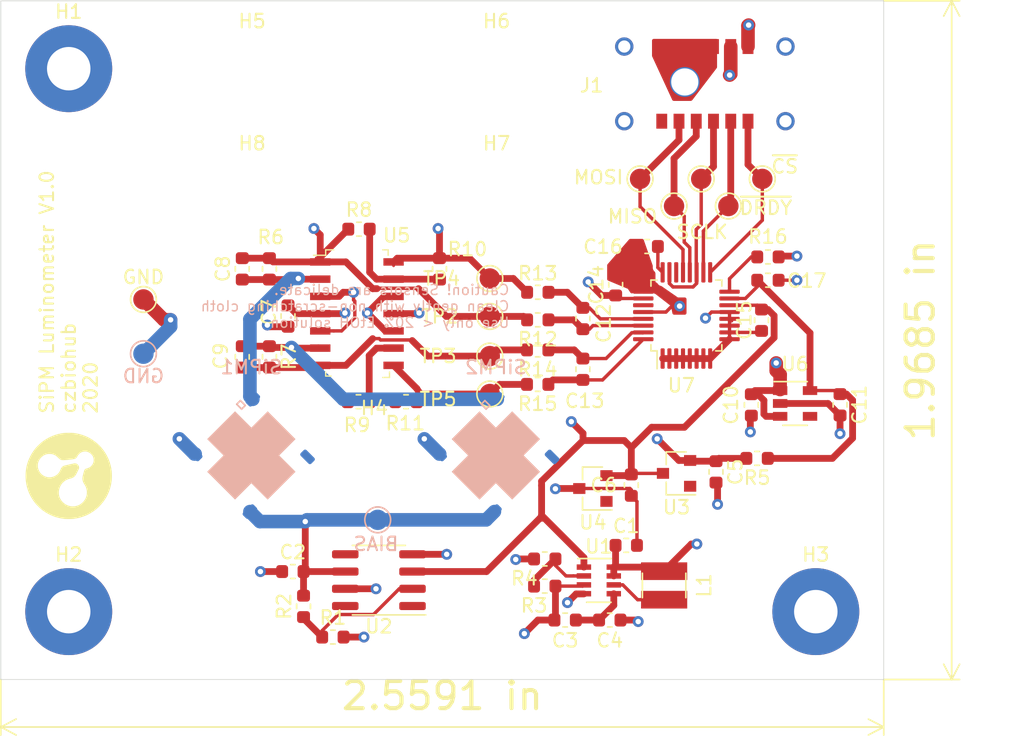
<source format=kicad_pcb>
(kicad_pcb (version 20171130) (host pcbnew "(5.1.5-0)")

  (general
    (thickness 1.6)
    (drawings 32)
    (tracks 401)
    (zones 0)
    (modules 65)
    (nets 32)
  )

  (page A4)
  (layers
    (0 F.Cu signal)
    (1 In1.Cu signal)
    (2 In2.Cu signal)
    (31 B.Cu signal)
    (32 B.Adhes user)
    (33 F.Adhes user)
    (34 B.Paste user)
    (35 F.Paste user)
    (36 B.SilkS user)
    (37 F.SilkS user)
    (38 B.Mask user)
    (39 F.Mask user)
    (40 Dwgs.User user)
    (41 Cmts.User user hide)
    (42 Eco1.User user)
    (43 Eco2.User user)
    (44 Edge.Cuts user)
    (45 Margin user)
    (46 B.CrtYd user)
    (47 F.CrtYd user)
    (48 B.Fab user hide)
    (49 F.Fab user hide)
  )

  (setup
    (last_trace_width 1)
    (user_trace_width 0.5)
    (user_trace_width 1)
    (user_trace_width 2)
    (trace_clearance 0.2)
    (zone_clearance 0.25)
    (zone_45_only no)
    (trace_min 0.2)
    (via_size 0.8)
    (via_drill 0.4)
    (via_min_size 0.4)
    (via_min_drill 0.3)
    (uvia_size 0.3)
    (uvia_drill 0.1)
    (uvias_allowed no)
    (uvia_min_size 0.2)
    (uvia_min_drill 0.1)
    (edge_width 0.05)
    (segment_width 0.2)
    (pcb_text_width 0.3)
    (pcb_text_size 1.5 1.5)
    (mod_edge_width 0.12)
    (mod_text_size 1 1)
    (mod_text_width 0.15)
    (pad_size 1.524 1.524)
    (pad_drill 0.762)
    (pad_to_mask_clearance 0.051)
    (solder_mask_min_width 0.25)
    (aux_axis_origin 115 80)
    (grid_origin 115 80)
    (visible_elements FFFFFF7F)
    (pcbplotparams
      (layerselection 0x010fc_ffffffff)
      (usegerberextensions false)
      (usegerberattributes false)
      (usegerberadvancedattributes false)
      (creategerberjobfile false)
      (excludeedgelayer true)
      (linewidth 0.100000)
      (plotframeref false)
      (viasonmask false)
      (mode 1)
      (useauxorigin false)
      (hpglpennumber 1)
      (hpglpenspeed 20)
      (hpglpendiameter 15.000000)
      (psnegative false)
      (psa4output false)
      (plotreference true)
      (plotvalue true)
      (plotinvisibletext false)
      (padsonsilk false)
      (subtractmaskfromsilk false)
      (outputformat 1)
      (mirror false)
      (drillshape 0)
      (scaleselection 1)
      (outputdirectory "/Users/paul.lebel/Documents/GitHub/ulc-tube-reader/Luminometer_ADC/Fabrication/"))
  )

  (net 0 "")
  (net 1 GNDA)
  (net 2 +5V)
  (net 3 "Net-(C3-Pad2)")
  (net 4 +3V0)
  (net 5 "Net-(C13-Pad1)")
  (net 6 +3V3)
  (net 7 /ADC0P)
  (net 8 /ADC0N)
  (net 9 /ADC1P)
  (net 10 /ADC1N)
  (net 11 /MOSI)
  (net 12 /MISO)
  (net 13 /SCLK)
  (net 14 /~CS)
  (net 15 "Net-(R3-Pad2)")
  (net 16 /BIAS)
  (net 17 /REF2.4V)
  (net 18 /REF1.2V)
  (net 19 +34V)
  (net 20 "Net-(C8-Pad1)")
  (net 21 "Net-(C9-Pad1)")
  (net 22 "Net-(C12-Pad2)")
  (net 23 "Net-(C12-Pad1)")
  (net 24 "Net-(C13-Pad2)")
  (net 25 "Net-(C16-Pad2)")
  (net 26 /~DRDY)
  (net 27 "Net-(L1-Pad2)")
  (net 28 "Net-(R1-Pad1)")
  (net 29 "Net-(R10-Pad1)")
  (net 30 "Net-(R11-Pad1)")
  (net 31 "Net-(R16-Pad2)")

  (net_class Default "This is the default net class."
    (clearance 0.2)
    (trace_width 0.25)
    (via_dia 0.8)
    (via_drill 0.4)
    (uvia_dia 0.3)
    (uvia_drill 0.1)
    (add_net +34V)
    (add_net +3V0)
    (add_net +3V3)
    (add_net +5V)
    (add_net /ADC0N)
    (add_net /ADC0P)
    (add_net /ADC1N)
    (add_net /ADC1P)
    (add_net /BIAS)
    (add_net /MISO)
    (add_net /MOSI)
    (add_net /REF1.2V)
    (add_net /REF2.4V)
    (add_net /SCLK)
    (add_net /~CS)
    (add_net /~DRDY)
    (add_net GNDA)
    (add_net "Net-(C12-Pad1)")
    (add_net "Net-(C12-Pad2)")
    (add_net "Net-(C13-Pad1)")
    (add_net "Net-(C13-Pad2)")
    (add_net "Net-(C16-Pad2)")
    (add_net "Net-(C3-Pad2)")
    (add_net "Net-(C8-Pad1)")
    (add_net "Net-(C9-Pad1)")
    (add_net "Net-(H1-Pad1)")
    (add_net "Net-(H2-Pad1)")
    (add_net "Net-(H3-Pad1)")
    (add_net "Net-(H4-Pad1)")
    (add_net "Net-(H5-Pad1)")
    (add_net "Net-(H6-Pad1)")
    (add_net "Net-(H7-Pad1)")
    (add_net "Net-(H8-Pad1)")
    (add_net "Net-(J1-Pada6)")
    (add_net "Net-(L1-Pad2)")
    (add_net "Net-(R1-Pad1)")
    (add_net "Net-(R10-Pad1)")
    (add_net "Net-(R11-Pad1)")
    (add_net "Net-(R16-Pad2)")
    (add_net "Net-(R3-Pad2)")
    (add_net "Net-(SiPM1-Pad2)")
    (add_net "Net-(SiPM1-Pad5)")
    (add_net "Net-(SiPM2-Pad2)")
    (add_net "Net-(SiPM2-Pad5)")
    (add_net "Net-(U2-Pad1)")
    (add_net "Net-(U2-Pad5)")
    (add_net "Net-(U2-Pad8)")
    (add_net "Net-(U3-Pad1)")
    (add_net "Net-(U4-Pad1)")
    (add_net "Net-(U6-Pad4)")
    (add_net "Net-(U7-Pad22)")
    (add_net "Net-(U7-Pad27)")
  )

  (module Luminometer_OPT101_Footprints:Untitled (layer F.Cu) (tedit 5F6BA403) (tstamp 5F6BBA09)
    (at 120 115)
    (attr virtual)
    (fp_text reference G*** (at 0 0) (layer F.SilkS) hide
      (effects (font (size 1.524 1.524) (thickness 0.3)))
    )
    (fp_text value LOGO (at 0.75 0) (layer F.SilkS) hide
      (effects (font (size 1.524 1.524) (thickness 0.3)))
    )
    (fp_poly (pts (xy 0.198493 -3.169161) (xy 0.372422 -3.154883) (xy 0.502477 -3.137344) (xy 0.728792 -3.092446)
      (xy 0.949391 -3.031904) (xy 1.163616 -2.956233) (xy 1.370806 -2.865949) (xy 1.570304 -2.761568)
      (xy 1.76145 -2.643606) (xy 1.943587 -2.512579) (xy 2.116055 -2.369003) (xy 2.278195 -2.213393)
      (xy 2.429349 -2.046265) (xy 2.568858 -1.868136) (xy 2.696064 -1.679521) (xy 2.810307 -1.480937)
      (xy 2.910929 -1.272898) (xy 2.925148 -1.240111) (xy 3.007115 -1.026849) (xy 3.072804 -0.80897)
      (xy 3.122224 -0.586436) (xy 3.155381 -0.359212) (xy 3.172282 -0.127264) (xy 3.174652 0)
      (xy 3.166395 0.233606) (xy 3.141772 0.463523) (xy 3.101001 0.689169) (xy 3.044301 0.909962)
      (xy 2.971893 1.125321) (xy 2.883995 1.334665) (xy 2.780826 1.537413) (xy 2.662607 1.732984)
      (xy 2.529556 1.920795) (xy 2.382364 2.099733) (xy 2.220893 2.269882) (xy 2.049724 2.426255)
      (xy 1.86933 2.568613) (xy 1.680184 2.696718) (xy 1.48276 2.810333) (xy 1.277529 2.90922)
      (xy 1.064964 2.99314) (xy 0.845539 3.061857) (xy 0.619726 3.115132) (xy 0.387998 3.152727)
      (xy 0.262466 3.166256) (xy 0.20598 3.169962) (xy 0.136826 3.172401) (xy 0.059218 3.173603)
      (xy -0.022627 3.173595) (xy -0.104494 3.172408) (xy -0.182168 3.170069) (xy -0.251434 3.166608)
      (xy -0.3048 3.162387) (xy -0.535427 3.13094) (xy -0.760807 3.083697) (xy -0.980305 3.021125)
      (xy -1.193281 2.943694) (xy -1.399096 2.85187) (xy -1.597113 2.746124) (xy -1.786693 2.626922)
      (xy -1.967198 2.494734) (xy -2.137989 2.350027) (xy -2.298428 2.19327) (xy -2.447877 2.024931)
      (xy -2.585697 1.845479) (xy -2.71125 1.655381) (xy -2.823898 1.455107) (xy -2.923002 1.245123)
      (xy -2.925149 1.24011) (xy -3.007116 1.026848) (xy -3.072805 0.808969) (xy -3.122225 0.586435)
      (xy -3.155382 0.359211) (xy -3.172283 0.127263) (xy -3.174653 0) (xy -3.166529 -0.234516)
      (xy -3.142154 -0.464287) (xy -3.101519 -0.68935) (xy -3.083855 -0.757767) (xy -2.280098 -0.757767)
      (xy -2.279704 -0.704093) (xy -2.278187 -0.662537) (xy -2.275044 -0.628295) (xy -2.269773 -0.596564)
      (xy -2.261873 -0.562539) (xy -2.258232 -0.548591) (xy -2.218931 -0.432288) (xy -2.16574 -0.324619)
      (xy -2.099697 -0.226541) (xy -2.021838 -0.139012) (xy -1.933199 -0.062989) (xy -1.834817 0.000568)
      (xy -1.727729 0.050703) (xy -1.612971 0.086456) (xy -1.558875 0.097639) (xy -1.44441 0.109358)
      (xy -1.32979 0.105171) (xy -1.216833 0.08584) (xy -1.107352 0.052128) (xy -1.003166 0.004798)
      (xy -0.90609 -0.055389) (xy -0.81794 -0.127668) (xy -0.740533 -0.211277) (xy -0.7033 -0.261662)
      (xy -0.679945 -0.298945) (xy -0.654795 -0.34376) (xy -0.630478 -0.390962) (xy -0.609618 -0.435408)
      (xy -0.594841 -0.471955) (xy -0.592686 -0.478367) (xy -0.563565 -0.547083) (xy -0.522832 -0.6105)
      (xy -0.473084 -0.665755) (xy -0.416922 -0.709987) (xy -0.356944 -0.740335) (xy -0.353673 -0.741514)
      (xy -0.337997 -0.746048) (xy -0.307688 -0.753891) (xy -0.264623 -0.76459) (xy -0.210678 -0.777691)
      (xy -0.14773 -0.792742) (xy -0.077655 -0.809289) (xy -0.002331 -0.826879) (xy 0.050704 -0.839153)
      (xy 0.140516 -0.859784) (xy 0.215498 -0.876798) (xy 0.277288 -0.890506) (xy 0.327527 -0.901223)
      (xy 0.367853 -0.909261) (xy 0.399908 -0.914935) (xy 0.425329 -0.918557) (xy 0.445758 -0.92044)
      (xy 0.462833 -0.920899) (xy 0.475922 -0.920403) (xy 0.54097 -0.908907) (xy 0.598924 -0.882824)
      (xy 0.651538 -0.841268) (xy 0.669049 -0.822867) (xy 0.710224 -0.771175) (xy 0.737623 -0.722581)
      (xy 0.752914 -0.673235) (xy 0.757764 -0.619289) (xy 0.757766 -0.618067) (xy 0.757766 -0.554567)
      (xy 0.652875 -0.338667) (xy 0.616023 -0.263242) (xy 0.585134 -0.201224) (xy 0.559056 -0.150656)
      (xy 0.536635 -0.109579) (xy 0.516717 -0.076037) (xy 0.49815 -0.048072) (xy 0.47978 -0.023726)
      (xy 0.460453 -0.00104) (xy 0.442699 0.018098) (xy 0.373824 0.079754) (xy 0.295904 0.129214)
      (xy 0.207267 0.167366) (xy 0.112232 0.193812) (xy -0.020213 0.230678) (xy -0.143969 0.281286)
      (xy -0.258233 0.345034) (xy -0.362199 0.421324) (xy -0.455061 0.509554) (xy -0.536015 0.609125)
      (xy -0.604255 0.719437) (xy -0.611408 0.733089) (xy -0.666359 0.856962) (xy -0.705135 0.982294)
      (xy -0.728092 1.107958) (xy -0.735581 1.232827) (xy -0.727957 1.355774) (xy -0.705574 1.475673)
      (xy -0.668786 1.591397) (xy -0.617945 1.701818) (xy -0.553406 1.80581) (xy -0.475522 1.902246)
      (xy -0.384648 1.99) (xy -0.281137 2.067944) (xy -0.172511 2.131321) (xy -0.067773 2.179427)
      (xy 0.034086 2.214549) (xy 0.138551 2.238423) (xy 0.190499 2.246303) (xy 0.234362 2.249743)
      (xy 0.288906 2.250693) (xy 0.348086 2.249299) (xy 0.405855 2.245708) (xy 0.456167 2.240062)
      (xy 0.457235 2.239902) (xy 0.58709 2.212115) (xy 0.709783 2.168983) (xy 0.825311 2.110508)
      (xy 0.933673 2.036692) (xy 1.034864 1.947536) (xy 1.03824 1.944173) (xy 1.126154 1.844847)
      (xy 1.1994 1.738136) (xy 1.257864 1.625312) (xy 1.30143 1.507645) (xy 1.329986 1.386408)
      (xy 1.343417 1.26287) (xy 1.341608 1.138303) (xy 1.324446 1.013978) (xy 1.291815 0.891166)
      (xy 1.243603 0.771139) (xy 1.179694 0.655167) (xy 1.157181 0.620973) (xy 1.095911 0.519738)
      (xy 1.051305 0.418963) (xy 1.023138 0.317835) (xy 1.011189 0.215537) (xy 1.015234 0.111257)
      (xy 1.01601 0.104678) (xy 1.020845 0.075802) (xy 1.029494 0.034781) (xy 1.041218 -0.015621)
      (xy 1.055275 -0.072639) (xy 1.070924 -0.133511) (xy 1.087426 -0.195471) (xy 1.104039 -0.255756)
      (xy 1.120024 -0.311602) (xy 1.134638 -0.360245) (xy 1.147143 -0.398921) (xy 1.156796 -0.424865)
      (xy 1.159426 -0.430547) (xy 1.185755 -0.470293) (xy 1.220457 -0.501232) (xy 1.266094 -0.525019)
      (xy 1.325227 -0.543309) (xy 1.338749 -0.54642) (xy 1.37324 -0.556158) (xy 1.41628 -0.57144)
      (xy 1.461459 -0.589873) (xy 1.489795 -0.602824) (xy 1.530142 -0.623043) (xy 1.561796 -0.641417)
      (xy 1.589708 -0.661529) (xy 1.618828 -0.68696) (xy 1.654105 -0.721292) (xy 1.655617 -0.722803)
      (xy 1.691509 -0.759795) (xy 1.718197 -0.790589) (xy 1.739288 -0.820058) (xy 1.75839 -0.853079)
      (xy 1.772321 -0.880534) (xy 1.802122 -0.946696) (xy 1.822611 -1.006518) (xy 1.835578 -1.066444)
      (xy 1.842815 -1.132918) (xy 1.842926 -1.134534) (xy 1.841799 -1.219405) (xy 1.828184 -1.307464)
      (xy 1.8037 -1.390289) (xy 1.767158 -1.465989) (xy 1.716391 -1.539643) (xy 1.654098 -1.608584)
      (xy 1.582976 -1.670143) (xy 1.505723 -1.721654) (xy 1.432202 -1.757615) (xy 1.37141 -1.779922)
      (xy 1.317257 -1.793983) (xy 1.262868 -1.800977) (xy 1.201365 -1.802081) (xy 1.177085 -1.801301)
      (xy 1.083201 -1.792059) (xy 0.999113 -1.771734) (xy 0.921872 -1.739) (xy 0.84853 -1.692536)
      (xy 0.776138 -1.631017) (xy 0.757766 -1.613053) (xy 0.717927 -1.57135) (xy 0.687715 -1.53495)
      (xy 0.66331 -1.49886) (xy 0.644299 -1.464734) (xy 0.605422 -1.397057) (xy 0.565556 -1.343811)
      (xy 0.52224 -1.302558) (xy 0.473015 -1.27086) (xy 0.428797 -1.251147) (xy 0.411222 -1.24684)
      (xy 0.378905 -1.241286) (xy 0.333975 -1.234716) (xy 0.278557 -1.22736) (xy 0.214781 -1.219445)
      (xy 0.144772 -1.211203) (xy 0.070659 -1.202862) (xy -0.005431 -1.194653) (xy -0.081371 -1.186804)
      (xy -0.155033 -1.179545) (xy -0.22429 -1.173107) (xy -0.287015 -1.167717) (xy -0.34108 -1.163607)
      (xy -0.384358 -1.161005) (xy -0.41465 -1.160141) (xy -0.473849 -1.162709) (xy -0.525919 -1.17095)
      (xy -0.573713 -1.186285) (xy -0.620082 -1.210139) (xy -0.667877 -1.243934) (xy -0.719952 -1.289094)
      (xy -0.769392 -1.337157) (xy -0.839261 -1.404271) (xy -0.904037 -1.458937) (xy -0.967174 -1.503321)
      (xy -1.032122 -1.539595) (xy -1.102336 -1.569927) (xy -1.181268 -1.596486) (xy -1.182929 -1.596985)
      (xy -1.244326 -1.611) (xy -1.316428 -1.620444) (xy -1.39357 -1.625084) (xy -1.470087 -1.624683)
      (xy -1.540314 -1.619009) (xy -1.575701 -1.613255) (xy -1.694185 -1.580931) (xy -1.805279 -1.533535)
      (xy -1.908224 -1.47146) (xy -2.002265 -1.395094) (xy -2.006856 -1.390779) (xy -2.090824 -1.300096)
      (xy -2.160273 -1.200722) (xy -2.215292 -1.092504) (xy -2.255972 -0.97529) (xy -2.258232 -0.966943)
      (xy -2.267218 -0.930882) (xy -2.273391 -0.89887) (xy -2.277253 -0.866102) (xy -2.279306 -0.827775)
      (xy -2.280053 -0.779085) (xy -2.280098 -0.757767) (xy -3.083855 -0.757767) (xy -3.044618 -0.909739)
      (xy -2.971444 -1.125491) (xy -2.925149 -1.240111) (xy -2.826679 -1.449557) (xy -2.714487 -1.649629)
      (xy -2.589231 -1.83981) (xy -2.451571 -2.019585) (xy -2.302164 -2.188437) (xy -2.14167 -2.345851)
      (xy -1.970747 -2.491311) (xy -1.790053 -2.6243) (xy -1.600249 -2.744304) (xy -1.401992 -2.850806)
      (xy -1.195942 -2.943291) (xy -0.982756 -3.021242) (xy -0.763094 -3.084144) (xy -0.537615 -3.13148)
      (xy -0.502478 -3.137344) (xy -0.336404 -3.158638) (xy -0.160898 -3.171039) (xy 0.01906 -3.174547)
      (xy 0.198493 -3.169161)) (layer F.SilkS) (width 0.01))
  )

  (module MountingHole:MountingHole_2.5mm (layer F.Cu) (tedit 56D1B4CB) (tstamp 5F6BA870)
    (at 133.5 94)
    (descr "Mounting Hole 2.5mm, no annular")
    (tags "mounting hole 2.5mm no annular")
    (path /617631A2)
    (attr virtual)
    (fp_text reference H8 (at 0 -3.5) (layer F.SilkS)
      (effects (font (size 1 1) (thickness 0.15)))
    )
    (fp_text value MountingHole_Pad (at 0 3.5) (layer F.Fab)
      (effects (font (size 1 1) (thickness 0.15)))
    )
    (fp_circle (center 0 0) (end 2.75 0) (layer F.CrtYd) (width 0.05))
    (fp_circle (center 0 0) (end 2.5 0) (layer Cmts.User) (width 0.15))
    (fp_text user %R (at 0.3 0) (layer F.Fab)
      (effects (font (size 1 1) (thickness 0.15)))
    )
    (pad 1 np_thru_hole circle (at 0 0) (size 2.5 2.5) (drill 2.5) (layers *.Cu *.Mask))
  )

  (module MountingHole:MountingHole_2.5mm (layer F.Cu) (tedit 56D1B4CB) (tstamp 5F6BA868)
    (at 151.5 94)
    (descr "Mounting Hole 2.5mm, no annular")
    (tags "mounting hole 2.5mm no annular")
    (path /61762E6B)
    (attr virtual)
    (fp_text reference H7 (at 0 -3.5) (layer F.SilkS)
      (effects (font (size 1 1) (thickness 0.15)))
    )
    (fp_text value MountingHole_Pad (at 0 3.5) (layer F.Fab)
      (effects (font (size 1 1) (thickness 0.15)))
    )
    (fp_circle (center 0 0) (end 2.75 0) (layer F.CrtYd) (width 0.05))
    (fp_circle (center 0 0) (end 2.5 0) (layer Cmts.User) (width 0.15))
    (fp_text user %R (at 0.3 0) (layer F.Fab)
      (effects (font (size 1 1) (thickness 0.15)))
    )
    (pad 1 np_thru_hole circle (at 0 0) (size 2.5 2.5) (drill 2.5) (layers *.Cu *.Mask))
  )

  (module MountingHole:MountingHole_2.5mm (layer F.Cu) (tedit 56D1B4CB) (tstamp 5F6BA860)
    (at 151.5 85)
    (descr "Mounting Hole 2.5mm, no annular")
    (tags "mounting hole 2.5mm no annular")
    (path /617622BC)
    (attr virtual)
    (fp_text reference H6 (at 0 -3.5) (layer F.SilkS)
      (effects (font (size 1 1) (thickness 0.15)))
    )
    (fp_text value MountingHole_Pad (at 0 3.5) (layer F.Fab)
      (effects (font (size 1 1) (thickness 0.15)))
    )
    (fp_circle (center 0 0) (end 2.75 0) (layer F.CrtYd) (width 0.05))
    (fp_circle (center 0 0) (end 2.5 0) (layer Cmts.User) (width 0.15))
    (fp_text user %R (at 0.3 0) (layer F.Fab)
      (effects (font (size 1 1) (thickness 0.15)))
    )
    (pad 1 np_thru_hole circle (at 0 0) (size 2.5 2.5) (drill 2.5) (layers *.Cu *.Mask))
  )

  (module MountingHole:MountingHole_2.5mm (layer F.Cu) (tedit 56D1B4CB) (tstamp 5F6BA858)
    (at 133.5 85)
    (descr "Mounting Hole 2.5mm, no annular")
    (tags "mounting hole 2.5mm no annular")
    (path /61761F5F)
    (attr virtual)
    (fp_text reference H5 (at 0 -3.5) (layer F.SilkS)
      (effects (font (size 1 1) (thickness 0.15)))
    )
    (fp_text value MountingHole_Pad (at 0 3.5) (layer F.Fab)
      (effects (font (size 1 1) (thickness 0.15)))
    )
    (fp_circle (center 0 0) (end 2.75 0) (layer F.CrtYd) (width 0.05))
    (fp_circle (center 0 0) (end 2.5 0) (layer Cmts.User) (width 0.15))
    (fp_text user %R (at 0.3 0) (layer F.Fab)
      (effects (font (size 1 1) (thickness 0.15)))
    )
    (pad 1 np_thru_hole circle (at 0 0) (size 2.5 2.5) (drill 2.5) (layers *.Cu *.Mask))
  )

  (module MountingHole:MountingHole_2.5mm (layer F.Cu) (tedit 56D1B4CB) (tstamp 5F6B432E)
    (at 142.5 113.5)
    (descr "Mounting Hole 2.5mm, no annular")
    (tags "mounting hole 2.5mm no annular")
    (path /616FF489)
    (attr virtual)
    (fp_text reference H4 (at 0 -3.5) (layer F.SilkS)
      (effects (font (size 1 1) (thickness 0.15)))
    )
    (fp_text value MountingHole_Pad (at 0 3.5) (layer F.Fab)
      (effects (font (size 1 1) (thickness 0.15)))
    )
    (fp_circle (center 0 0) (end 2.75 0) (layer F.CrtYd) (width 0.05))
    (fp_circle (center 0 0) (end 2.5 0) (layer Cmts.User) (width 0.15))
    (fp_text user %R (at 0.3 0) (layer F.Fab)
      (effects (font (size 1 1) (thickness 0.15)))
    )
    (pad 1 np_thru_hole circle (at 0 0) (size 2.5 2.5) (drill 2.5) (layers *.Cu *.Mask))
  )

  (module TestPoint:TestPoint_Pad_D1.5mm (layer B.Cu) (tedit 5A0F774F) (tstamp 5F6B3006)
    (at 125.5 106)
    (descr "SMD pad as test Point, diameter 1.5mm")
    (tags "test point SMD pad")
    (path /616EA733)
    (attr virtual)
    (fp_text reference GND (at 0 1.648) (layer B.SilkS)
      (effects (font (size 1 1) (thickness 0.15)) (justify mirror))
    )
    (fp_text value TestPoint (at 0 -1.75) (layer B.Fab)
      (effects (font (size 1 1) (thickness 0.15)) (justify mirror))
    )
    (fp_circle (center 0 0) (end 0 -0.95) (layer B.SilkS) (width 0.12))
    (fp_circle (center 0 0) (end 1.25 0) (layer B.CrtYd) (width 0.05))
    (fp_text user %R (at 0 1.65) (layer B.Fab)
      (effects (font (size 1 1) (thickness 0.15)) (justify mirror))
    )
    (pad 1 smd circle (at 0 0) (size 1.5 1.5) (layers B.Cu B.Mask)
      (net 1 GNDA))
  )

  (module TestPoint:TestPoint_Pad_D1.5mm (layer F.Cu) (tedit 5A0F774F) (tstamp 5F6B20BA)
    (at 125.5 102)
    (descr "SMD pad as test Point, diameter 1.5mm")
    (tags "test point SMD pad")
    (path /616E4924)
    (attr virtual)
    (fp_text reference GND (at 0 -1.648) (layer F.SilkS)
      (effects (font (size 1 1) (thickness 0.15)))
    )
    (fp_text value TestPoint (at 0 1.75) (layer F.Fab)
      (effects (font (size 1 1) (thickness 0.15)))
    )
    (fp_circle (center 0 0) (end 0 0.95) (layer F.SilkS) (width 0.12))
    (fp_circle (center 0 0) (end 1.25 0) (layer F.CrtYd) (width 0.05))
    (fp_text user %R (at 0 -1.65) (layer F.Fab)
      (effects (font (size 1 1) (thickness 0.15)))
    )
    (pad 1 smd circle (at 0 0) (size 1.5 1.5) (layers F.Cu F.Mask)
      (net 1 GNDA))
  )

  (module Luminometer_OPT101_Footprints:Harting_15210122401000 (layer F.Cu) (tedit 5F6AA2EF) (tstamp 5F66AF2B)
    (at 166.833 86.119)
    (path /60D4F0B3)
    (fp_text reference J1 (at -8.337 0.114) (layer F.SilkS)
      (effects (font (size 1 1) (thickness 0.15)))
    )
    (fp_text value Harting__15210122401000 (at 0 6.35) (layer F.Fab)
      (effects (font (size 1 1) (thickness 0.15)))
    )
    (fp_line (start -7.62 -5) (end -7.62 5) (layer F.CrtYd) (width 0.12))
    (fp_line (start 7.62 -5) (end -7.62 -5) (layer F.CrtYd) (width 0.12))
    (fp_line (start 7.62 5) (end 7.62 -5) (layer F.CrtYd) (width 0.12))
    (fp_line (start -7.62 5) (end 7.62 5) (layer F.CrtYd) (width 0.12))
    (pad "" np_thru_hole circle (at 5.385 0) (size 1.6 1.6) (drill 1.6) (layers *.Cu *.Mask))
    (pad "" np_thru_hole circle (at -5.385 0) (size 1.6 1.6) (drill 1.6) (layers *.Cu *.Mask))
    (pad "" thru_hole circle (at -5.935 2.75) (size 1.35 1.35) (drill 0.9) (layers *.Cu *.Mask))
    (pad "" thru_hole circle (at 5.935 2.75) (size 1.35 1.35) (drill 0.9) (layers *.Cu *.Mask))
    (pad "" thru_hole circle (at 5.935 -2.75) (size 1.35 1.35) (drill 0.9) (layers *.Cu *.Mask))
    (pad "" thru_hole circle (at -5.935 -2.75) (size 1.35 1.35) (drill 0.9) (layers *.Cu *.Mask))
    (pad a6 smd rect (at -3.175 2.75) (size 0.8 1.1) (layers F.Cu F.Paste F.Mask))
    (pad a5 smd rect (at -1.905 2.75) (size 0.8 1.1) (layers F.Cu F.Paste F.Mask)
      (net 11 /MOSI))
    (pad a4 smd rect (at -0.635 2.75) (size 0.8 1.1) (layers F.Cu F.Paste F.Mask)
      (net 12 /MISO))
    (pad b1 smd rect (at 3.175 -2.75) (size 0.8 1.1) (layers F.Cu F.Paste F.Mask)
      (net 2 +5V))
    (pad b2 smd rect (at 1.905 -2.75) (size 0.8 1.1) (layers F.Cu F.Paste F.Mask)
      (net 6 +3V3))
    (pad b6 smd rect (at -3.175 -2.75) (size 0.8 1.1) (layers F.Cu F.Paste F.Mask)
      (net 1 GNDA))
    (pad a3 smd rect (at 0.635 2.75) (size 0.8 1.1) (layers F.Cu F.Paste F.Mask)
      (net 13 /SCLK))
    (pad a2 smd rect (at 1.905 2.75) (size 0.8 1.1) (layers F.Cu F.Paste F.Mask)
      (net 26 /~DRDY))
    (pad a1 smd rect (at 3.175 2.75) (size 0.8 1.1) (layers F.Cu F.Paste F.Mask)
      (net 14 /~CS))
    (pad b5 smd rect (at -1.905 -2.75) (size 0.8 1.1) (layers F.Cu F.Paste F.Mask)
      (net 1 GNDA))
    (pad b4 smd rect (at -0.635 -2.75) (size 0.8 1.1) (layers F.Cu F.Paste F.Mask)
      (net 1 GNDA))
    (pad b3 smd rect (at 0.635 -2.75) (size 0.8 1.1) (layers F.Cu F.Paste F.Mask)
      (net 1 GNDA))
    (model ${KIPRJMOD}/1521012X401XXX_100632439MOD000B.STP
      (offset (xyz 0 0 -1.65))
      (scale (xyz 1 1 1))
      (rotate (xyz 0 0 -90))
    )
  )

  (module MountingHole:MountingHole_3.2mm_M3_Pad (layer F.Cu) (tedit 56D1B4CB) (tstamp 5F6AD822)
    (at 175 125)
    (descr "Mounting Hole 3.2mm, M3")
    (tags "mounting hole 3.2mm m3")
    (path /6163C601)
    (attr virtual)
    (fp_text reference H3 (at 0 -4.2) (layer F.SilkS)
      (effects (font (size 1 1) (thickness 0.15)))
    )
    (fp_text value MountingHole_Pad (at 0 4.2) (layer F.Fab)
      (effects (font (size 1 1) (thickness 0.15)))
    )
    (fp_circle (center 0 0) (end 3.45 0) (layer F.CrtYd) (width 0.05))
    (fp_circle (center 0 0) (end 3.2 0) (layer Cmts.User) (width 0.15))
    (fp_text user %R (at 0.3 0) (layer F.Fab)
      (effects (font (size 1 1) (thickness 0.15)))
    )
    (pad 1 thru_hole circle (at 0 0) (size 6.4 6.4) (drill 3.2) (layers *.Cu *.Mask))
  )

  (module MountingHole:MountingHole_3.2mm_M3_Pad (layer F.Cu) (tedit 56D1B4CB) (tstamp 5F6ADE67)
    (at 120 125)
    (descr "Mounting Hole 3.2mm, M3")
    (tags "mounting hole 3.2mm m3")
    (path /6163C291)
    (attr virtual)
    (fp_text reference H2 (at 0 -4.2) (layer F.SilkS)
      (effects (font (size 1 1) (thickness 0.15)))
    )
    (fp_text value MountingHole_Pad (at 0 4.2) (layer F.Fab)
      (effects (font (size 1 1) (thickness 0.15)))
    )
    (fp_circle (center 0 0) (end 3.45 0) (layer F.CrtYd) (width 0.05))
    (fp_circle (center 0 0) (end 3.2 0) (layer Cmts.User) (width 0.15))
    (fp_text user %R (at 0.3 0) (layer F.Fab)
      (effects (font (size 1 1) (thickness 0.15)))
    )
    (pad 1 thru_hole circle (at 0 0) (size 6.4 6.4) (drill 3.2) (layers *.Cu *.Mask))
  )

  (module Capacitor_SMD:C_0603_1608Metric (layer F.Cu) (tedit 5B301BBE) (tstamp 5F6633C6)
    (at 160.266 100.9185 90)
    (descr "Capacitor SMD 0603 (1608 Metric), square (rectangular) end terminal, IPC_7351 nominal, (Body size source: http://www.tortai-tech.com/upload/download/2011102023233369053.pdf), generated with kicad-footprint-generator")
    (tags capacitor)
    (path /5F2BD078)
    (attr smd)
    (fp_text reference C14 (at 0 -1.43 90) (layer F.SilkS)
      (effects (font (size 1 1) (thickness 0.15)))
    )
    (fp_text value 1uF (at 0 1.43 90) (layer F.Fab)
      (effects (font (size 1 1) (thickness 0.15)))
    )
    (fp_text user %R (at 0 0 90) (layer F.Fab)
      (effects (font (size 0.4 0.4) (thickness 0.06)))
    )
    (fp_line (start 1.48 0.73) (end -1.48 0.73) (layer F.CrtYd) (width 0.05))
    (fp_line (start 1.48 -0.73) (end 1.48 0.73) (layer F.CrtYd) (width 0.05))
    (fp_line (start -1.48 -0.73) (end 1.48 -0.73) (layer F.CrtYd) (width 0.05))
    (fp_line (start -1.48 0.73) (end -1.48 -0.73) (layer F.CrtYd) (width 0.05))
    (fp_line (start -0.162779 0.51) (end 0.162779 0.51) (layer F.SilkS) (width 0.12))
    (fp_line (start -0.162779 -0.51) (end 0.162779 -0.51) (layer F.SilkS) (width 0.12))
    (fp_line (start 0.8 0.4) (end -0.8 0.4) (layer F.Fab) (width 0.1))
    (fp_line (start 0.8 -0.4) (end 0.8 0.4) (layer F.Fab) (width 0.1))
    (fp_line (start -0.8 -0.4) (end 0.8 -0.4) (layer F.Fab) (width 0.1))
    (fp_line (start -0.8 0.4) (end -0.8 -0.4) (layer F.Fab) (width 0.1))
    (pad 2 smd roundrect (at 0.7875 0 90) (size 0.875 0.95) (layers F.Cu F.Paste F.Mask) (roundrect_rratio 0.25)
      (net 1 GNDA))
    (pad 1 smd roundrect (at -0.7875 0 90) (size 0.875 0.95) (layers F.Cu F.Paste F.Mask) (roundrect_rratio 0.25)
      (net 6 +3V3))
    (model ${KISYS3DMOD}/Capacitor_SMD.3dshapes/C_0603_1608Metric.wrl
      (at (xyz 0 0 0))
      (scale (xyz 1 1 1))
      (rotate (xyz 0 0 0))
    )
  )

  (module Luminometer_OPT101_Footprints:OnSemi_CASE512 (layer B.Cu) (tedit 5F69826D) (tstamp 5F6AE3CA)
    (at 133.445 113.492 315)
    (path /5F4B68CC)
    (fp_text reference SiPM1 (at -4.596194 -4.596194 180) (layer B.SilkS)
      (effects (font (size 1 1) (thickness 0.15)) (justify mirror))
    )
    (fp_text value MICROFC−60035−SMT (at 0 5 315) (layer B.Fab)
      (effects (font (size 1 1) (thickness 0.15)) (justify mirror))
    )
    (fp_line (start -3.429 -1.905) (end -3.429 -2.286) (layer B.SilkS) (width 0.12))
    (fp_line (start -2.921 -1.905) (end -3.429 -1.905) (layer B.SilkS) (width 0.12))
    (fp_line (start -2.921 -2.286) (end -2.921 -1.905) (layer B.SilkS) (width 0.12))
    (fp_line (start -3.429 -2.286) (end -2.921 -2.286) (layer B.SilkS) (width 0.12))
    (fp_line (start -3.5 -3.5) (end -3.5 3.5) (layer B.CrtYd) (width 0.12))
    (fp_line (start 3.5 -3.5) (end -3.5 -3.5) (layer B.CrtYd) (width 0.12))
    (fp_line (start 3.5 3.5) (end 3.5 -3.5) (layer B.CrtYd) (width 0.12))
    (fp_line (start -3.5 3.5) (end 3.5 3.5) (layer B.CrtYd) (width 0.12))
    (pad 1 smd roundrect (at -2.85 -3 315) (size 0.6 1.1) (layers B.Cu B.Paste B.Mask) (roundrect_rratio 0.25)
      (net 20 "Net-(C8-Pad1)"))
    (pad 2 smd roundrect (at 3 -2.85 225) (size 0.6 1.1) (layers B.Cu B.Paste B.Mask) (roundrect_rratio 0.25))
    (pad 3 smd roundrect (at 2.85 3 315) (size 0.6 1.1) (layers B.Cu B.Paste B.Mask) (roundrect_rratio 0.25)
      (net 16 /BIAS))
    (pad 4 smd roundrect (at -3 2.85 225) (size 0.6 1.1) (layers B.Cu B.Paste B.Mask) (roundrect_rratio 0.25)
      (net 1 GNDA))
    (pad 5 smd custom (at 0 0 315) (size 2.9 2.9) (layers B.SilkS)
      (solder_mask_margin 0.1) (zone_connect 0)
      (options (clearance outline) (anchor rect))
      (primitives
        (gr_poly (pts
           (xy 1.45 -1.45) (xy 3.15 -1.45) (xy 3.15 1.45) (xy 1.45 1.45)) (width 0))
        (gr_poly (pts
           (xy 1.45 1.45) (xy 1.45 3.15) (xy -1.45 3.15) (xy -1.45 1.45)) (width 0))
        (gr_poly (pts
           (xy -1.45 1.45) (xy -3.15 1.45) (xy -3.15 -1.45) (xy -1.45 -1.45)) (width 0))
        (gr_poly (pts
           (xy -1.45 -1.45) (xy -1.45 -3.15) (xy 1.45 -3.15) (xy 1.45 -1.45)) (width 0))
      ))
    (model "${KIPRJMOD}/OnSemi MICROFC-60035-SMT-TR1.step"
      (at (xyz 0 0 0))
      (scale (xyz 1 1 1))
      (rotate (xyz 0 0 0))
    )
  )

  (module Luminometer_OPT101_Footprints:OnSemi_CASE512 (layer B.Cu) (tedit 5F69826D) (tstamp 5F6AE3FA)
    (at 151.445 113.492 315)
    (path /5FBDF36A)
    (fp_text reference SiPM2 (at -4.596194 -4.596194) (layer B.SilkS)
      (effects (font (size 1 1) (thickness 0.15)) (justify mirror))
    )
    (fp_text value MICROFC−60035−SMT (at 0 5 315) (layer B.Fab)
      (effects (font (size 1 1) (thickness 0.15)) (justify mirror))
    )
    (fp_line (start -3.429 -1.905) (end -3.429 -2.286) (layer B.SilkS) (width 0.12))
    (fp_line (start -2.921 -1.905) (end -3.429 -1.905) (layer B.SilkS) (width 0.12))
    (fp_line (start -2.921 -2.286) (end -2.921 -1.905) (layer B.SilkS) (width 0.12))
    (fp_line (start -3.429 -2.286) (end -2.921 -2.286) (layer B.SilkS) (width 0.12))
    (fp_line (start -3.5 -3.5) (end -3.5 3.5) (layer B.CrtYd) (width 0.12))
    (fp_line (start 3.5 -3.5) (end -3.5 -3.5) (layer B.CrtYd) (width 0.12))
    (fp_line (start 3.5 3.5) (end 3.5 -3.5) (layer B.CrtYd) (width 0.12))
    (fp_line (start -3.5 3.5) (end 3.5 3.5) (layer B.CrtYd) (width 0.12))
    (pad 1 smd roundrect (at -2.85 -3 315) (size 0.6 1.1) (layers B.Cu B.Paste B.Mask) (roundrect_rratio 0.25)
      (net 21 "Net-(C9-Pad1)"))
    (pad 2 smd roundrect (at 3 -2.85 225) (size 0.6 1.1) (layers B.Cu B.Paste B.Mask) (roundrect_rratio 0.25))
    (pad 3 smd roundrect (at 2.85 3 315) (size 0.6 1.1) (layers B.Cu B.Paste B.Mask) (roundrect_rratio 0.25)
      (net 16 /BIAS))
    (pad 4 smd roundrect (at -3 2.85 225) (size 0.6 1.1) (layers B.Cu B.Paste B.Mask) (roundrect_rratio 0.25)
      (net 1 GNDA))
    (pad 5 smd custom (at 0 0 315) (size 2.9 2.9) (layers B.SilkS)
      (solder_mask_margin 0.1) (zone_connect 0)
      (options (clearance outline) (anchor rect))
      (primitives
        (gr_poly (pts
           (xy 1.45 -1.45) (xy 3.15 -1.45) (xy 3.15 1.45) (xy 1.45 1.45)) (width 0))
        (gr_poly (pts
           (xy 1.45 1.45) (xy 1.45 3.15) (xy -1.45 3.15) (xy -1.45 1.45)) (width 0))
        (gr_poly (pts
           (xy -1.45 1.45) (xy -3.15 1.45) (xy -3.15 -1.45) (xy -1.45 -1.45)) (width 0))
        (gr_poly (pts
           (xy -1.45 -1.45) (xy -1.45 -3.15) (xy 1.45 -3.15) (xy 1.45 -1.45)) (width 0))
      ))
    (model "${KIPRJMOD}/OnSemi MICROFC-60035-SMT-TR1.step"
      (at (xyz 0 0 0))
      (scale (xyz 1 1 1))
      (rotate (xyz 0 0 0))
    )
  )

  (module TestPoint:TestPoint_Pad_D1.5mm (layer F.Cu) (tedit 5A0F774F) (tstamp 5F68E743)
    (at 166.563 93.119 270)
    (descr "SMD pad as test Point, diameter 1.5mm")
    (tags "test point SMD pad")
    (path /6105CABB)
    (attr virtual)
    (fp_text reference SCLK (at 3.909 -0.061 180) (layer F.SilkS)
      (effects (font (size 1 1) (thickness 0.15)))
    )
    (fp_text value TestPoint (at 0 1.75 90) (layer F.Fab)
      (effects (font (size 1 1) (thickness 0.15)))
    )
    (fp_circle (center 0 0) (end 0 0.95) (layer F.SilkS) (width 0.12))
    (fp_circle (center 0 0) (end 1.25 0) (layer F.CrtYd) (width 0.05))
    (fp_text user %R (at 0 -1.65 90) (layer F.Fab)
      (effects (font (size 1 1) (thickness 0.15)))
    )
    (pad 1 smd circle (at 0 0 270) (size 1.5 1.5) (layers F.Cu F.Mask)
      (net 13 /SCLK))
  )

  (module Capacitor_SMD:C_0603_1608Metric (layer F.Cu) (tedit 5B301BBE) (tstamp 5F6AE48A)
    (at 136.4995 122.047)
    (descr "Capacitor SMD 0603 (1608 Metric), square (rectangular) end terminal, IPC_7351 nominal, (Body size source: http://www.tortai-tech.com/upload/download/2011102023233369053.pdf), generated with kicad-footprint-generator")
    (tags capacitor)
    (path /607E42DA)
    (attr smd)
    (fp_text reference C2 (at 0 -1.43) (layer F.SilkS)
      (effects (font (size 1 1) (thickness 0.15)))
    )
    (fp_text value 220nF (at 0 1.43) (layer F.Fab)
      (effects (font (size 1 1) (thickness 0.15)))
    )
    (fp_text user %R (at 0 0) (layer F.Fab)
      (effects (font (size 0.4 0.4) (thickness 0.06)))
    )
    (fp_line (start 1.48 0.73) (end -1.48 0.73) (layer F.CrtYd) (width 0.05))
    (fp_line (start 1.48 -0.73) (end 1.48 0.73) (layer F.CrtYd) (width 0.05))
    (fp_line (start -1.48 -0.73) (end 1.48 -0.73) (layer F.CrtYd) (width 0.05))
    (fp_line (start -1.48 0.73) (end -1.48 -0.73) (layer F.CrtYd) (width 0.05))
    (fp_line (start -0.162779 0.51) (end 0.162779 0.51) (layer F.SilkS) (width 0.12))
    (fp_line (start -0.162779 -0.51) (end 0.162779 -0.51) (layer F.SilkS) (width 0.12))
    (fp_line (start 0.8 0.4) (end -0.8 0.4) (layer F.Fab) (width 0.1))
    (fp_line (start 0.8 -0.4) (end 0.8 0.4) (layer F.Fab) (width 0.1))
    (fp_line (start -0.8 -0.4) (end 0.8 -0.4) (layer F.Fab) (width 0.1))
    (fp_line (start -0.8 0.4) (end -0.8 -0.4) (layer F.Fab) (width 0.1))
    (pad 2 smd roundrect (at 0.7875 0) (size 0.875 0.95) (layers F.Cu F.Paste F.Mask) (roundrect_rratio 0.25)
      (net 16 /BIAS))
    (pad 1 smd roundrect (at -0.7875 0) (size 0.875 0.95) (layers F.Cu F.Paste F.Mask) (roundrect_rratio 0.25)
      (net 1 GNDA))
    (model ${KISYS3DMOD}/Capacitor_SMD.3dshapes/C_0603_1608Metric.wrl
      (at (xyz 0 0 0))
      (scale (xyz 1 1 1))
      (rotate (xyz 0 0 0))
    )
  )

  (module Capacitor_SMD:C_0603_1608Metric (layer F.Cu) (tedit 5B301BBE) (tstamp 5F66330B)
    (at 156.5455 125.619)
    (descr "Capacitor SMD 0603 (1608 Metric), square (rectangular) end terminal, IPC_7351 nominal, (Body size source: http://www.tortai-tech.com/upload/download/2011102023233369053.pdf), generated with kicad-footprint-generator")
    (tags capacitor)
    (path /6000D0B1)
    (attr smd)
    (fp_text reference C3 (at 0 1.5) (layer F.SilkS)
      (effects (font (size 1 1) (thickness 0.15)))
    )
    (fp_text value 220nF (at 0 1.43) (layer F.Fab)
      (effects (font (size 1 1) (thickness 0.15)))
    )
    (fp_text user %R (at 0 0) (layer F.Fab)
      (effects (font (size 0.4 0.4) (thickness 0.06)))
    )
    (fp_line (start 1.48 0.73) (end -1.48 0.73) (layer F.CrtYd) (width 0.05))
    (fp_line (start 1.48 -0.73) (end 1.48 0.73) (layer F.CrtYd) (width 0.05))
    (fp_line (start -1.48 -0.73) (end 1.48 -0.73) (layer F.CrtYd) (width 0.05))
    (fp_line (start -1.48 0.73) (end -1.48 -0.73) (layer F.CrtYd) (width 0.05))
    (fp_line (start -0.162779 0.51) (end 0.162779 0.51) (layer F.SilkS) (width 0.12))
    (fp_line (start -0.162779 -0.51) (end 0.162779 -0.51) (layer F.SilkS) (width 0.12))
    (fp_line (start 0.8 0.4) (end -0.8 0.4) (layer F.Fab) (width 0.1))
    (fp_line (start 0.8 -0.4) (end 0.8 0.4) (layer F.Fab) (width 0.1))
    (fp_line (start -0.8 -0.4) (end 0.8 -0.4) (layer F.Fab) (width 0.1))
    (fp_line (start -0.8 0.4) (end -0.8 -0.4) (layer F.Fab) (width 0.1))
    (pad 2 smd roundrect (at 0.7875 0) (size 0.875 0.95) (layers F.Cu F.Paste F.Mask) (roundrect_rratio 0.25)
      (net 3 "Net-(C3-Pad2)"))
    (pad 1 smd roundrect (at -0.7875 0) (size 0.875 0.95) (layers F.Cu F.Paste F.Mask) (roundrect_rratio 0.25)
      (net 19 +34V))
    (model ${KISYS3DMOD}/Capacitor_SMD.3dshapes/C_0603_1608Metric.wrl
      (at (xyz 0 0 0))
      (scale (xyz 1 1 1))
      (rotate (xyz 0 0 0))
    )
  )

  (module Resistor_SMD:R_0603_1608Metric (layer F.Cu) (tedit 5B301BBD) (tstamp 5F6AE45A)
    (at 139.446 126.873)
    (descr "Resistor SMD 0603 (1608 Metric), square (rectangular) end terminal, IPC_7351 nominal, (Body size source: http://www.tortai-tech.com/upload/download/2011102023233369053.pdf), generated with kicad-footprint-generator")
    (tags resistor)
    (path /607E3CD3)
    (attr smd)
    (fp_text reference R1 (at 0 -1.43 180) (layer F.SilkS)
      (effects (font (size 1 1) (thickness 0.15)))
    )
    (fp_text value 1k (at 0 1.43 180) (layer F.Fab)
      (effects (font (size 1 1) (thickness 0.15)))
    )
    (fp_text user %R (at 0 0 180) (layer F.Fab)
      (effects (font (size 0.4 0.4) (thickness 0.06)))
    )
    (fp_line (start 1.48 0.73) (end -1.48 0.73) (layer F.CrtYd) (width 0.05))
    (fp_line (start 1.48 -0.73) (end 1.48 0.73) (layer F.CrtYd) (width 0.05))
    (fp_line (start -1.48 -0.73) (end 1.48 -0.73) (layer F.CrtYd) (width 0.05))
    (fp_line (start -1.48 0.73) (end -1.48 -0.73) (layer F.CrtYd) (width 0.05))
    (fp_line (start -0.162779 0.51) (end 0.162779 0.51) (layer F.SilkS) (width 0.12))
    (fp_line (start -0.162779 -0.51) (end 0.162779 -0.51) (layer F.SilkS) (width 0.12))
    (fp_line (start 0.8 0.4) (end -0.8 0.4) (layer F.Fab) (width 0.1))
    (fp_line (start 0.8 -0.4) (end 0.8 0.4) (layer F.Fab) (width 0.1))
    (fp_line (start -0.8 -0.4) (end 0.8 -0.4) (layer F.Fab) (width 0.1))
    (fp_line (start -0.8 0.4) (end -0.8 -0.4) (layer F.Fab) (width 0.1))
    (pad 2 smd roundrect (at 0.7875 0) (size 0.875 0.95) (layers F.Cu F.Paste F.Mask) (roundrect_rratio 0.25)
      (net 1 GNDA))
    (pad 1 smd roundrect (at -0.7875 0) (size 0.875 0.95) (layers F.Cu F.Paste F.Mask) (roundrect_rratio 0.25)
      (net 28 "Net-(R1-Pad1)"))
    (model ${KISYS3DMOD}/Resistor_SMD.3dshapes/R_0603_1608Metric.wrl
      (at (xyz 0 0 0))
      (scale (xyz 1 1 1))
      (rotate (xyz 0 0 0))
    )
  )

  (module Resistor_SMD:R_0603_1608Metric (layer F.Cu) (tedit 5B301BBD) (tstamp 5F6AE42A)
    (at 137.287 124.6125 90)
    (descr "Resistor SMD 0603 (1608 Metric), square (rectangular) end terminal, IPC_7351 nominal, (Body size source: http://www.tortai-tech.com/upload/download/2011102023233369053.pdf), generated with kicad-footprint-generator")
    (tags resistor)
    (path /5F69DF2B)
    (attr smd)
    (fp_text reference R2 (at 0 -1.43 90) (layer F.SilkS)
      (effects (font (size 1 1) (thickness 0.15)))
    )
    (fp_text value 24k (at 0 1.43 90) (layer F.Fab)
      (effects (font (size 1 1) (thickness 0.15)))
    )
    (fp_text user %R (at 0 0 90) (layer F.Fab)
      (effects (font (size 0.4 0.4) (thickness 0.06)))
    )
    (fp_line (start 1.48 0.73) (end -1.48 0.73) (layer F.CrtYd) (width 0.05))
    (fp_line (start 1.48 -0.73) (end 1.48 0.73) (layer F.CrtYd) (width 0.05))
    (fp_line (start -1.48 -0.73) (end 1.48 -0.73) (layer F.CrtYd) (width 0.05))
    (fp_line (start -1.48 0.73) (end -1.48 -0.73) (layer F.CrtYd) (width 0.05))
    (fp_line (start -0.162779 0.51) (end 0.162779 0.51) (layer F.SilkS) (width 0.12))
    (fp_line (start -0.162779 -0.51) (end 0.162779 -0.51) (layer F.SilkS) (width 0.12))
    (fp_line (start 0.8 0.4) (end -0.8 0.4) (layer F.Fab) (width 0.1))
    (fp_line (start 0.8 -0.4) (end 0.8 0.4) (layer F.Fab) (width 0.1))
    (fp_line (start -0.8 -0.4) (end 0.8 -0.4) (layer F.Fab) (width 0.1))
    (fp_line (start -0.8 0.4) (end -0.8 -0.4) (layer F.Fab) (width 0.1))
    (pad 2 smd roundrect (at 0.7875 0 90) (size 0.875 0.95) (layers F.Cu F.Paste F.Mask) (roundrect_rratio 0.25)
      (net 16 /BIAS))
    (pad 1 smd roundrect (at -0.7875 0 90) (size 0.875 0.95) (layers F.Cu F.Paste F.Mask) (roundrect_rratio 0.25)
      (net 28 "Net-(R1-Pad1)"))
    (model ${KISYS3DMOD}/Resistor_SMD.3dshapes/R_0603_1608Metric.wrl
      (at (xyz 0 0 0))
      (scale (xyz 1 1 1))
      (rotate (xyz 0 0 0))
    )
  )

  (module Capacitor_SMD:C_0603_1608Metric (layer F.Cu) (tedit 5B301BBE) (tstamp 5F6632E9)
    (at 161.0455 120.119)
    (descr "Capacitor SMD 0603 (1608 Metric), square (rectangular) end terminal, IPC_7351 nominal, (Body size source: http://www.tortai-tech.com/upload/download/2011102023233369053.pdf), generated with kicad-footprint-generator")
    (tags capacitor)
    (path /5FFCF752)
    (attr smd)
    (fp_text reference C1 (at 0 -1.43) (layer F.SilkS)
      (effects (font (size 1 1) (thickness 0.15)))
    )
    (fp_text value 1uF (at 0 1.43) (layer F.Fab)
      (effects (font (size 1 1) (thickness 0.15)))
    )
    (fp_text user %R (at 0 0) (layer F.Fab)
      (effects (font (size 0.4 0.4) (thickness 0.06)))
    )
    (fp_line (start 1.48 0.73) (end -1.48 0.73) (layer F.CrtYd) (width 0.05))
    (fp_line (start 1.48 -0.73) (end 1.48 0.73) (layer F.CrtYd) (width 0.05))
    (fp_line (start -1.48 -0.73) (end 1.48 -0.73) (layer F.CrtYd) (width 0.05))
    (fp_line (start -1.48 0.73) (end -1.48 -0.73) (layer F.CrtYd) (width 0.05))
    (fp_line (start -0.162779 0.51) (end 0.162779 0.51) (layer F.SilkS) (width 0.12))
    (fp_line (start -0.162779 -0.51) (end 0.162779 -0.51) (layer F.SilkS) (width 0.12))
    (fp_line (start 0.8 0.4) (end -0.8 0.4) (layer F.Fab) (width 0.1))
    (fp_line (start 0.8 -0.4) (end 0.8 0.4) (layer F.Fab) (width 0.1))
    (fp_line (start -0.8 -0.4) (end 0.8 -0.4) (layer F.Fab) (width 0.1))
    (fp_line (start -0.8 0.4) (end -0.8 -0.4) (layer F.Fab) (width 0.1))
    (pad 2 smd roundrect (at 0.7875 0) (size 0.875 0.95) (layers F.Cu F.Paste F.Mask) (roundrect_rratio 0.25)
      (net 1 GNDA))
    (pad 1 smd roundrect (at -0.7875 0) (size 0.875 0.95) (layers F.Cu F.Paste F.Mask) (roundrect_rratio 0.25)
      (net 2 +5V))
    (model ${KISYS3DMOD}/Capacitor_SMD.3dshapes/C_0603_1608Metric.wrl
      (at (xyz 0 0 0))
      (scale (xyz 1 1 1))
      (rotate (xyz 0 0 0))
    )
  )

  (module Resistor_SMD:R_0603_1608Metric (layer F.Cu) (tedit 5B301BBD) (tstamp 5F6634C4)
    (at 170.6755 113.709 180)
    (descr "Resistor SMD 0603 (1608 Metric), square (rectangular) end terminal, IPC_7351 nominal, (Body size source: http://www.tortai-tech.com/upload/download/2011102023233369053.pdf), generated with kicad-footprint-generator")
    (tags resistor)
    (path /5F32F48A)
    (attr smd)
    (fp_text reference R5 (at 0 -1.43) (layer F.SilkS)
      (effects (font (size 1 1) (thickness 0.15)))
    )
    (fp_text value 300R (at 0 1.43) (layer F.Fab)
      (effects (font (size 1 1) (thickness 0.15)))
    )
    (fp_text user %R (at 0 0) (layer F.Fab)
      (effects (font (size 0.4 0.4) (thickness 0.06)))
    )
    (fp_line (start 1.48 0.73) (end -1.48 0.73) (layer F.CrtYd) (width 0.05))
    (fp_line (start 1.48 -0.73) (end 1.48 0.73) (layer F.CrtYd) (width 0.05))
    (fp_line (start -1.48 -0.73) (end 1.48 -0.73) (layer F.CrtYd) (width 0.05))
    (fp_line (start -1.48 0.73) (end -1.48 -0.73) (layer F.CrtYd) (width 0.05))
    (fp_line (start -0.162779 0.51) (end 0.162779 0.51) (layer F.SilkS) (width 0.12))
    (fp_line (start -0.162779 -0.51) (end 0.162779 -0.51) (layer F.SilkS) (width 0.12))
    (fp_line (start 0.8 0.4) (end -0.8 0.4) (layer F.Fab) (width 0.1))
    (fp_line (start 0.8 -0.4) (end 0.8 0.4) (layer F.Fab) (width 0.1))
    (fp_line (start -0.8 -0.4) (end 0.8 -0.4) (layer F.Fab) (width 0.1))
    (fp_line (start -0.8 0.4) (end -0.8 -0.4) (layer F.Fab) (width 0.1))
    (pad 2 smd roundrect (at 0.7875 0 180) (size 0.875 0.95) (layers F.Cu F.Paste F.Mask) (roundrect_rratio 0.25)
      (net 17 /REF2.4V))
    (pad 1 smd roundrect (at -0.7875 0 180) (size 0.875 0.95) (layers F.Cu F.Paste F.Mask) (roundrect_rratio 0.25)
      (net 4 +3V0))
    (model ${KISYS3DMOD}/Resistor_SMD.3dshapes/R_0603_1608Metric.wrl
      (at (xyz 0 0 0))
      (scale (xyz 1 1 1))
      (rotate (xyz 0 0 0))
    )
  )

  (module Resistor_SMD:R_0603_1608Metric (layer F.Cu) (tedit 5B301BBD) (tstamp 5F6634A2)
    (at 155.0455 123.119 180)
    (descr "Resistor SMD 0603 (1608 Metric), square (rectangular) end terminal, IPC_7351 nominal, (Body size source: http://www.tortai-tech.com/upload/download/2011102023233369053.pdf), generated with kicad-footprint-generator")
    (tags resistor)
    (path /6065551B)
    (attr smd)
    (fp_text reference R3 (at 0.7875 -1.43) (layer F.SilkS)
      (effects (font (size 1 1) (thickness 0.15)))
    )
    (fp_text value 2.7M (at 0 1.43) (layer F.Fab)
      (effects (font (size 1 1) (thickness 0.15)))
    )
    (fp_text user %R (at 0 0) (layer F.Fab)
      (effects (font (size 0.4 0.4) (thickness 0.06)))
    )
    (fp_line (start 1.48 0.73) (end -1.48 0.73) (layer F.CrtYd) (width 0.05))
    (fp_line (start 1.48 -0.73) (end 1.48 0.73) (layer F.CrtYd) (width 0.05))
    (fp_line (start -1.48 -0.73) (end 1.48 -0.73) (layer F.CrtYd) (width 0.05))
    (fp_line (start -1.48 0.73) (end -1.48 -0.73) (layer F.CrtYd) (width 0.05))
    (fp_line (start -0.162779 0.51) (end 0.162779 0.51) (layer F.SilkS) (width 0.12))
    (fp_line (start -0.162779 -0.51) (end 0.162779 -0.51) (layer F.SilkS) (width 0.12))
    (fp_line (start 0.8 0.4) (end -0.8 0.4) (layer F.Fab) (width 0.1))
    (fp_line (start 0.8 -0.4) (end 0.8 0.4) (layer F.Fab) (width 0.1))
    (fp_line (start -0.8 -0.4) (end 0.8 -0.4) (layer F.Fab) (width 0.1))
    (fp_line (start -0.8 0.4) (end -0.8 -0.4) (layer F.Fab) (width 0.1))
    (pad 2 smd roundrect (at 0.7875 0 180) (size 0.875 0.95) (layers F.Cu F.Paste F.Mask) (roundrect_rratio 0.25)
      (net 15 "Net-(R3-Pad2)"))
    (pad 1 smd roundrect (at -0.7875 0 180) (size 0.875 0.95) (layers F.Cu F.Paste F.Mask) (roundrect_rratio 0.25)
      (net 19 +34V))
    (model ${KISYS3DMOD}/Resistor_SMD.3dshapes/R_0603_1608Metric.wrl
      (at (xyz 0 0 0))
      (scale (xyz 1 1 1))
      (rotate (xyz 0 0 0))
    )
  )

  (module Resistor_SMD:R_0603_1608Metric (layer F.Cu) (tedit 5B301BBD) (tstamp 5F6634B3)
    (at 155.0455 121.119 180)
    (descr "Resistor SMD 0603 (1608 Metric), square (rectangular) end terminal, IPC_7351 nominal, (Body size source: http://www.tortai-tech.com/upload/download/2011102023233369053.pdf), generated with kicad-footprint-generator")
    (tags resistor)
    (path /60655EAC)
    (attr smd)
    (fp_text reference R4 (at 1.5 -1.43) (layer F.SilkS)
      (effects (font (size 1 1) (thickness 0.15)))
    )
    (fp_text value 100k (at 0 1.43) (layer F.Fab)
      (effects (font (size 1 1) (thickness 0.15)))
    )
    (fp_text user %R (at 0 0) (layer F.Fab)
      (effects (font (size 0.4 0.4) (thickness 0.06)))
    )
    (fp_line (start 1.48 0.73) (end -1.48 0.73) (layer F.CrtYd) (width 0.05))
    (fp_line (start 1.48 -0.73) (end 1.48 0.73) (layer F.CrtYd) (width 0.05))
    (fp_line (start -1.48 -0.73) (end 1.48 -0.73) (layer F.CrtYd) (width 0.05))
    (fp_line (start -1.48 0.73) (end -1.48 -0.73) (layer F.CrtYd) (width 0.05))
    (fp_line (start -0.162779 0.51) (end 0.162779 0.51) (layer F.SilkS) (width 0.12))
    (fp_line (start -0.162779 -0.51) (end 0.162779 -0.51) (layer F.SilkS) (width 0.12))
    (fp_line (start 0.8 0.4) (end -0.8 0.4) (layer F.Fab) (width 0.1))
    (fp_line (start 0.8 -0.4) (end 0.8 0.4) (layer F.Fab) (width 0.1))
    (fp_line (start -0.8 -0.4) (end 0.8 -0.4) (layer F.Fab) (width 0.1))
    (fp_line (start -0.8 0.4) (end -0.8 -0.4) (layer F.Fab) (width 0.1))
    (pad 2 smd roundrect (at 0.7875 0 180) (size 0.875 0.95) (layers F.Cu F.Paste F.Mask) (roundrect_rratio 0.25)
      (net 1 GNDA))
    (pad 1 smd roundrect (at -0.7875 0 180) (size 0.875 0.95) (layers F.Cu F.Paste F.Mask) (roundrect_rratio 0.25)
      (net 15 "Net-(R3-Pad2)"))
    (model ${KISYS3DMOD}/Resistor_SMD.3dshapes/R_0603_1608Metric.wrl
      (at (xyz 0 0 0))
      (scale (xyz 1 1 1))
      (rotate (xyz 0 0 0))
    )
  )

  (module Capacitor_SMD:C_0603_1608Metric (layer F.Cu) (tedit 5B301BBE) (tstamp 5F66331C)
    (at 159.833 125.619)
    (descr "Capacitor SMD 0603 (1608 Metric), square (rectangular) end terminal, IPC_7351 nominal, (Body size source: http://www.tortai-tech.com/upload/download/2011102023233369053.pdf), generated with kicad-footprint-generator")
    (tags capacitor)
    (path /600AD165)
    (attr smd)
    (fp_text reference C4 (at 0 1.5) (layer F.SilkS)
      (effects (font (size 1 1) (thickness 0.15)))
    )
    (fp_text value 330nF (at 0 1.43) (layer F.Fab)
      (effects (font (size 1 1) (thickness 0.15)))
    )
    (fp_text user %R (at 0 0) (layer F.Fab)
      (effects (font (size 0.4 0.4) (thickness 0.06)))
    )
    (fp_line (start 1.48 0.73) (end -1.48 0.73) (layer F.CrtYd) (width 0.05))
    (fp_line (start 1.48 -0.73) (end 1.48 0.73) (layer F.CrtYd) (width 0.05))
    (fp_line (start -1.48 -0.73) (end 1.48 -0.73) (layer F.CrtYd) (width 0.05))
    (fp_line (start -1.48 0.73) (end -1.48 -0.73) (layer F.CrtYd) (width 0.05))
    (fp_line (start -0.162779 0.51) (end 0.162779 0.51) (layer F.SilkS) (width 0.12))
    (fp_line (start -0.162779 -0.51) (end 0.162779 -0.51) (layer F.SilkS) (width 0.12))
    (fp_line (start 0.8 0.4) (end -0.8 0.4) (layer F.Fab) (width 0.1))
    (fp_line (start 0.8 -0.4) (end 0.8 0.4) (layer F.Fab) (width 0.1))
    (fp_line (start -0.8 -0.4) (end 0.8 -0.4) (layer F.Fab) (width 0.1))
    (fp_line (start -0.8 0.4) (end -0.8 -0.4) (layer F.Fab) (width 0.1))
    (pad 2 smd roundrect (at 0.7875 0) (size 0.875 0.95) (layers F.Cu F.Paste F.Mask) (roundrect_rratio 0.25)
      (net 1 GNDA))
    (pad 1 smd roundrect (at -0.7875 0) (size 0.875 0.95) (layers F.Cu F.Paste F.Mask) (roundrect_rratio 0.25)
      (net 3 "Net-(C3-Pad2)"))
    (model ${KISYS3DMOD}/Capacitor_SMD.3dshapes/C_0603_1608Metric.wrl
      (at (xyz 0 0 0))
      (scale (xyz 1 1 1))
      (rotate (xyz 0 0 0))
    )
  )

  (module Capacitor_SMD:C_0603_1608Metric (layer F.Cu) (tedit 5B301BBE) (tstamp 5F66332D)
    (at 167.653 114.7035 270)
    (descr "Capacitor SMD 0603 (1608 Metric), square (rectangular) end terminal, IPC_7351 nominal, (Body size source: http://www.tortai-tech.com/upload/download/2011102023233369053.pdf), generated with kicad-footprint-generator")
    (tags capacitor)
    (path /5FCB6D45)
    (attr smd)
    (fp_text reference C5 (at 0 -1.43 90) (layer F.SilkS)
      (effects (font (size 1 1) (thickness 0.15)))
    )
    (fp_text value 220nF (at 0 1.43 90) (layer F.Fab)
      (effects (font (size 1 1) (thickness 0.15)))
    )
    (fp_text user %R (at 0 0 90) (layer F.Fab)
      (effects (font (size 0.4 0.4) (thickness 0.06)))
    )
    (fp_line (start 1.48 0.73) (end -1.48 0.73) (layer F.CrtYd) (width 0.05))
    (fp_line (start 1.48 -0.73) (end 1.48 0.73) (layer F.CrtYd) (width 0.05))
    (fp_line (start -1.48 -0.73) (end 1.48 -0.73) (layer F.CrtYd) (width 0.05))
    (fp_line (start -1.48 0.73) (end -1.48 -0.73) (layer F.CrtYd) (width 0.05))
    (fp_line (start -0.162779 0.51) (end 0.162779 0.51) (layer F.SilkS) (width 0.12))
    (fp_line (start -0.162779 -0.51) (end 0.162779 -0.51) (layer F.SilkS) (width 0.12))
    (fp_line (start 0.8 0.4) (end -0.8 0.4) (layer F.Fab) (width 0.1))
    (fp_line (start 0.8 -0.4) (end 0.8 0.4) (layer F.Fab) (width 0.1))
    (fp_line (start -0.8 -0.4) (end 0.8 -0.4) (layer F.Fab) (width 0.1))
    (fp_line (start -0.8 0.4) (end -0.8 -0.4) (layer F.Fab) (width 0.1))
    (pad 2 smd roundrect (at 0.7875 0 270) (size 0.875 0.95) (layers F.Cu F.Paste F.Mask) (roundrect_rratio 0.25)
      (net 1 GNDA))
    (pad 1 smd roundrect (at -0.7875 0 270) (size 0.875 0.95) (layers F.Cu F.Paste F.Mask) (roundrect_rratio 0.25)
      (net 17 /REF2.4V))
    (model ${KISYS3DMOD}/Capacitor_SMD.3dshapes/C_0603_1608Metric.wrl
      (at (xyz 0 0 0))
      (scale (xyz 1 1 1))
      (rotate (xyz 0 0 0))
    )
  )

  (module Capacitor_SMD:C_0603_1608Metric (layer F.Cu) (tedit 5B301BBE) (tstamp 5F66333E)
    (at 161.418 115.6805 270)
    (descr "Capacitor SMD 0603 (1608 Metric), square (rectangular) end terminal, IPC_7351 nominal, (Body size source: http://www.tortai-tech.com/upload/download/2011102023233369053.pdf), generated with kicad-footprint-generator")
    (tags capacitor)
    (path /5F2D8E12)
    (attr smd)
    (fp_text reference C6 (at 0 2.032 180) (layer F.SilkS)
      (effects (font (size 1 1) (thickness 0.15)))
    )
    (fp_text value 220nF (at 0 1.43 90) (layer F.Fab)
      (effects (font (size 1 1) (thickness 0.15)))
    )
    (fp_text user %R (at 0 0 90) (layer F.Fab)
      (effects (font (size 0.4 0.4) (thickness 0.06)))
    )
    (fp_line (start 1.48 0.73) (end -1.48 0.73) (layer F.CrtYd) (width 0.05))
    (fp_line (start 1.48 -0.73) (end 1.48 0.73) (layer F.CrtYd) (width 0.05))
    (fp_line (start -1.48 -0.73) (end 1.48 -0.73) (layer F.CrtYd) (width 0.05))
    (fp_line (start -1.48 0.73) (end -1.48 -0.73) (layer F.CrtYd) (width 0.05))
    (fp_line (start -0.162779 0.51) (end 0.162779 0.51) (layer F.SilkS) (width 0.12))
    (fp_line (start -0.162779 -0.51) (end 0.162779 -0.51) (layer F.SilkS) (width 0.12))
    (fp_line (start 0.8 0.4) (end -0.8 0.4) (layer F.Fab) (width 0.1))
    (fp_line (start 0.8 -0.4) (end 0.8 0.4) (layer F.Fab) (width 0.1))
    (fp_line (start -0.8 -0.4) (end 0.8 -0.4) (layer F.Fab) (width 0.1))
    (fp_line (start -0.8 0.4) (end -0.8 -0.4) (layer F.Fab) (width 0.1))
    (pad 2 smd roundrect (at 0.7875 0 270) (size 0.875 0.95) (layers F.Cu F.Paste F.Mask) (roundrect_rratio 0.25)
      (net 1 GNDA))
    (pad 1 smd roundrect (at -0.7875 0 270) (size 0.875 0.95) (layers F.Cu F.Paste F.Mask) (roundrect_rratio 0.25)
      (net 18 /REF1.2V))
    (model ${KISYS3DMOD}/Capacitor_SMD.3dshapes/C_0603_1608Metric.wrl
      (at (xyz 0 0 0))
      (scale (xyz 1 1 1))
      (rotate (xyz 0 0 0))
    )
  )

  (module Luminometer_OPT101_Footprints:L_1212_3030Metric (layer F.Cu) (tedit 5F656EC4) (tstamp 5F66346F)
    (at 163.833 123.069 270)
    (descr "Inductor SMD 1210 (3225 Metric), square (rectangular) end terminal, IPC_7351 nominal, (Body size source: http://www.tortai-tech.com/upload/download/2011102023233369053.pdf), generated with kicad-footprint-generator")
    (tags inductor)
    (path /5FFBE2CE)
    (attr smd)
    (fp_text reference L1 (at 0 -2.95 90) (layer F.SilkS)
      (effects (font (size 1 1) (thickness 0.15)))
    )
    (fp_text value 732-4872-1-ND (at 0.1 2.6 90) (layer F.Fab)
      (effects (font (size 1 1) (thickness 0.15)))
    )
    (fp_line (start -1.6 1.25) (end -1.6 -1.25) (layer F.Fab) (width 0.1))
    (fp_line (start -1.6 -1.3) (end 1.6 -1.3) (layer F.Fab) (width 0.1))
    (fp_line (start 1.6 -1.25) (end 1.6 1.25) (layer F.Fab) (width 0.1))
    (fp_line (start 1.6 1.25) (end -1.6 1.25) (layer F.Fab) (width 0.1))
    (fp_line (start -0.9 -1.6) (end 0.9 -1.6) (layer F.SilkS) (width 0.12))
    (fp_line (start -0.9 1.6) (end 0.9 1.6) (layer F.SilkS) (width 0.12))
    (fp_line (start -1.8 1.778) (end -1.8 -1.778) (layer F.CrtYd) (width 0.05))
    (fp_line (start -1.8 -1.778) (end 1.8 -1.778) (layer F.CrtYd) (width 0.05))
    (fp_line (start 1.8 -1.778) (end 1.8 1.778) (layer F.CrtYd) (width 0.05))
    (fp_line (start 1.8 1.778) (end -1.8 1.778) (layer F.CrtYd) (width 0.05))
    (fp_text user %R (at 0.2 0.7 90) (layer F.Fab)
      (effects (font (size 0.8 0.8) (thickness 0.12)))
    )
    (pad 1 smd rect (at -1.05 0 270) (size 1.3 3.4) (layers F.Cu F.Paste F.Mask)
      (net 2 +5V))
    (pad 2 smd rect (at 1.05 0 270) (size 1.3 3.4) (layers F.Cu F.Paste F.Mask)
      (net 27 "Net-(L1-Pad2)"))
    (model ${KIPRJMOD}/74438335010_Download_STP_WE-MAPI-3015_rev1.stp
      (offset (xyz 0 0 1.5))
      (scale (xyz 1 1 1))
      (rotate (xyz 180 0 0))
    )
  )

  (module digikey-footprints:SOIC-14_W3.9mm (layer F.Cu) (tedit 5F663EC5) (tstamp 5F68DCC8)
    (at 141.216 103.046 270)
    (path /5FC129AF)
    (attr smd)
    (fp_text reference U5 (at -5.764 -2.929) (layer F.SilkS)
      (effects (font (size 1 1) (thickness 0.15)))
    )
    (fp_text value ADA4522-4 (at 0 5.29 90) (layer F.Fab)
      (effects (font (size 1 1) (thickness 0.15)))
    )
    (fp_line (start -4.4 -2) (end -4.4 2) (layer F.Fab) (width 0.1))
    (fp_line (start 4.4 -2) (end 4.4 2) (layer F.Fab) (width 0.1))
    (fp_line (start -4.4 -2) (end 4.4 -2) (layer F.Fab) (width 0.1))
    (fp_line (start -4.4 2) (end 4.4 2) (layer F.Fab) (width 0.1))
    (fp_text user REF** (at 0 0 90) (layer F.Fab)
      (effects (font (size 1 1) (thickness 0.15)))
    )
    (fp_line (start -4.3 2.3) (end -4.3 3.2) (layer F.SilkS) (width 0.1))
    (fp_line (start -4.7 2.3) (end -4.3 2.3) (layer F.SilkS) (width 0.1))
    (fp_line (start -4.7 1.7) (end -4.7 2.3) (layer F.SilkS) (width 0.1))
    (fp_line (start -4.7 -2.3) (end -4.7 -1.9) (layer F.SilkS) (width 0.1))
    (fp_line (start -4.3 -2.3) (end -4.7 -2.3) (layer F.SilkS) (width 0.1))
    (fp_line (start 4.7 -2.4) (end 4.7 -1.9) (layer F.SilkS) (width 0.1))
    (fp_line (start 4.3 -2.4) (end 4.7 -2.4) (layer F.SilkS) (width 0.1))
    (fp_line (start 4.6 2.3) (end 4.6 1.9) (layer F.SilkS) (width 0.1))
    (fp_line (start 4.3 2.3) (end 4.6 2.3) (layer F.SilkS) (width 0.1))
    (fp_line (start 4.65 -3.7) (end -4.65 -3.7) (layer F.CrtYd) (width 0.05))
    (fp_line (start -4.65 3.7) (end 4.65 3.7) (layer F.CrtYd) (width 0.05))
    (fp_line (start -4.65 3.7) (end -4.65 -3.7) (layer F.CrtYd) (width 0.05))
    (fp_line (start 4.65 -3.7) (end 4.65 3.7) (layer F.CrtYd) (width 0.05))
    (pad 14 smd rect (at -3.81 -2.7 270) (size 0.55 1.5) (layers F.Cu F.Paste F.Mask)
      (net 7 /ADC0P) (solder_mask_margin 0.07))
    (pad 13 smd rect (at -2.54 -2.7 270) (size 0.55 1.5) (layers F.Cu F.Paste F.Mask)
      (net 29 "Net-(R10-Pad1)") (solder_mask_margin 0.07))
    (pad 12 smd rect (at -1.27 -2.7 270) (size 0.55 1.5) (layers F.Cu F.Paste F.Mask)
      (net 18 /REF1.2V) (solder_mask_margin 0.07))
    (pad 11 smd rect (at 0 -2.7 270) (size 0.55 1.5) (layers F.Cu F.Paste F.Mask)
      (net 1 GNDA) (solder_mask_margin 0.07))
    (pad 10 smd rect (at 1.27 -2.7 270) (size 0.55 1.5) (layers F.Cu F.Paste F.Mask)
      (net 18 /REF1.2V) (solder_mask_margin 0.07))
    (pad 9 smd rect (at 2.54 -2.7 270) (size 0.55 1.5) (layers F.Cu F.Paste F.Mask)
      (net 30 "Net-(R11-Pad1)") (solder_mask_margin 0.07))
    (pad 8 smd rect (at 3.81 -2.7 270) (size 0.55 1.5) (layers F.Cu F.Paste F.Mask)
      (net 9 /ADC1P) (solder_mask_margin 0.07))
    (pad 7 smd rect (at 3.81 2.7 270) (size 0.55 1.5) (layers F.Cu F.Paste F.Mask)
      (net 10 /ADC1N) (solder_mask_margin 0.07))
    (pad 6 smd rect (at 2.54 2.7 270) (size 0.55 1.5) (layers F.Cu F.Paste F.Mask)
      (net 21 "Net-(C9-Pad1)") (solder_mask_margin 0.07))
    (pad 5 smd rect (at 1.27 2.7 270) (size 0.55 1.5) (layers F.Cu F.Paste F.Mask)
      (net 17 /REF2.4V) (solder_mask_margin 0.07))
    (pad 4 smd rect (at 0 2.7 270) (size 0.55 1.5) (layers F.Cu F.Paste F.Mask)
      (net 2 +5V) (solder_mask_margin 0.07))
    (pad 3 smd rect (at -1.27 2.7 270) (size 0.55 1.5) (layers F.Cu F.Paste F.Mask)
      (net 17 /REF2.4V) (solder_mask_margin 0.07))
    (pad 2 smd rect (at -2.54 2.7 270) (size 0.55 1.5) (layers F.Cu F.Paste F.Mask)
      (net 20 "Net-(C8-Pad1)") (solder_mask_margin 0.07))
    (pad 1 smd rect (at -3.81 2.7 270) (size 0.55 1.5) (layers F.Cu F.Paste F.Mask)
      (net 8 /ADC0N) (solder_mask_margin 0.07))
    (model ${KIPRJMOD}/soic-14.stp
      (offset (xyz 0 0 1))
      (scale (xyz 1 1 1))
      (rotate (xyz -90 0 0))
    )
  )

  (module Capacitor_SMD:C_0603_1608Metric (layer F.Cu) (tedit 5B301BBE) (tstamp 5F68DC85)
    (at 136.144 103.2255 270)
    (descr "Capacitor SMD 0603 (1608 Metric), square (rectangular) end terminal, IPC_7351 nominal, (Body size source: http://www.tortai-tech.com/upload/download/2011102023233369053.pdf), generated with kicad-footprint-generator")
    (tags capacitor)
    (path /5F7D8876)
    (attr smd)
    (fp_text reference C7 (at -0.278 1.413 90) (layer F.SilkS)
      (effects (font (size 1 1) (thickness 0.15)))
    )
    (fp_text value 1uF (at 0 1.43 90) (layer F.Fab)
      (effects (font (size 1 1) (thickness 0.15)))
    )
    (fp_text user %R (at 0 0 90) (layer F.Fab)
      (effects (font (size 0.4 0.4) (thickness 0.06)))
    )
    (fp_line (start 1.48 0.73) (end -1.48 0.73) (layer F.CrtYd) (width 0.05))
    (fp_line (start 1.48 -0.73) (end 1.48 0.73) (layer F.CrtYd) (width 0.05))
    (fp_line (start -1.48 -0.73) (end 1.48 -0.73) (layer F.CrtYd) (width 0.05))
    (fp_line (start -1.48 0.73) (end -1.48 -0.73) (layer F.CrtYd) (width 0.05))
    (fp_line (start -0.162779 0.51) (end 0.162779 0.51) (layer F.SilkS) (width 0.12))
    (fp_line (start -0.162779 -0.51) (end 0.162779 -0.51) (layer F.SilkS) (width 0.12))
    (fp_line (start 0.8 0.4) (end -0.8 0.4) (layer F.Fab) (width 0.1))
    (fp_line (start 0.8 -0.4) (end 0.8 0.4) (layer F.Fab) (width 0.1))
    (fp_line (start -0.8 -0.4) (end 0.8 -0.4) (layer F.Fab) (width 0.1))
    (fp_line (start -0.8 0.4) (end -0.8 -0.4) (layer F.Fab) (width 0.1))
    (pad 2 smd roundrect (at 0.7875 0 270) (size 0.875 0.95) (layers F.Cu F.Paste F.Mask) (roundrect_rratio 0.25)
      (net 1 GNDA))
    (pad 1 smd roundrect (at -0.7875 0 270) (size 0.875 0.95) (layers F.Cu F.Paste F.Mask) (roundrect_rratio 0.25)
      (net 2 +5V))
    (model ${KISYS3DMOD}/Capacitor_SMD.3dshapes/C_0603_1608Metric.wrl
      (at (xyz 0 0 0))
      (scale (xyz 1 1 1))
      (rotate (xyz 0 0 0))
    )
  )

  (module Capacitor_SMD:C_0603_1608Metric (layer F.Cu) (tedit 5B301BBE) (tstamp 5F663360)
    (at 132.776 99.7475 90)
    (descr "Capacitor SMD 0603 (1608 Metric), square (rectangular) end terminal, IPC_7351 nominal, (Body size source: http://www.tortai-tech.com/upload/download/2011102023233369053.pdf), generated with kicad-footprint-generator")
    (tags capacitor)
    (path /5F4EBA72)
    (attr smd)
    (fp_text reference C8 (at 0 -1.43 90) (layer F.SilkS)
      (effects (font (size 1 1) (thickness 0.15)))
    )
    (fp_text value 1uF (at 0 1.43 90) (layer F.Fab)
      (effects (font (size 1 1) (thickness 0.15)))
    )
    (fp_text user %R (at 0 0 90) (layer F.Fab)
      (effects (font (size 0.4 0.4) (thickness 0.06)))
    )
    (fp_line (start 1.48 0.73) (end -1.48 0.73) (layer F.CrtYd) (width 0.05))
    (fp_line (start 1.48 -0.73) (end 1.48 0.73) (layer F.CrtYd) (width 0.05))
    (fp_line (start -1.48 -0.73) (end 1.48 -0.73) (layer F.CrtYd) (width 0.05))
    (fp_line (start -1.48 0.73) (end -1.48 -0.73) (layer F.CrtYd) (width 0.05))
    (fp_line (start -0.162779 0.51) (end 0.162779 0.51) (layer F.SilkS) (width 0.12))
    (fp_line (start -0.162779 -0.51) (end 0.162779 -0.51) (layer F.SilkS) (width 0.12))
    (fp_line (start 0.8 0.4) (end -0.8 0.4) (layer F.Fab) (width 0.1))
    (fp_line (start 0.8 -0.4) (end 0.8 0.4) (layer F.Fab) (width 0.1))
    (fp_line (start -0.8 -0.4) (end 0.8 -0.4) (layer F.Fab) (width 0.1))
    (fp_line (start -0.8 0.4) (end -0.8 -0.4) (layer F.Fab) (width 0.1))
    (pad 2 smd roundrect (at 0.7875 0 90) (size 0.875 0.95) (layers F.Cu F.Paste F.Mask) (roundrect_rratio 0.25)
      (net 8 /ADC0N))
    (pad 1 smd roundrect (at -0.7875 0 90) (size 0.875 0.95) (layers F.Cu F.Paste F.Mask) (roundrect_rratio 0.25)
      (net 20 "Net-(C8-Pad1)"))
    (model ${KISYS3DMOD}/Capacitor_SMD.3dshapes/C_0603_1608Metric.wrl
      (at (xyz 0 0 0))
      (scale (xyz 1 1 1))
      (rotate (xyz 0 0 0))
    )
  )

  (module TestPoint:TestPoint_Pad_D1.5mm (layer F.Cu) (tedit 5A0F774F) (tstamp 5F693984)
    (at 164.563 95.119 90)
    (descr "SMD pad as test Point, diameter 1.5mm")
    (tags "test point SMD pad")
    (path /603C23F1)
    (attr virtual)
    (fp_text reference MISO (at -0.766 -3.063 180) (layer F.SilkS)
      (effects (font (size 1 1) (thickness 0.15)))
    )
    (fp_text value TestPoint (at 0 1.75 90) (layer F.Fab)
      (effects (font (size 1 1) (thickness 0.15)))
    )
    (fp_circle (center 0 0) (end 0 0.95) (layer F.SilkS) (width 0.12))
    (fp_circle (center 0 0) (end 1.25 0) (layer F.CrtYd) (width 0.05))
    (fp_text user %R (at 0 -1.65 90) (layer F.Fab)
      (effects (font (size 1 1) (thickness 0.15)))
    )
    (pad 1 smd circle (at 0 0 90) (size 1.5 1.5) (layers F.Cu F.Mask)
      (net 12 /MISO))
  )

  (module TestPoint:TestPoint_Pad_D1.5mm (layer F.Cu) (tedit 5A0F774F) (tstamp 5F68E782)
    (at 168.563 95.119 90)
    (descr "SMD pad as test Point, diameter 1.5mm")
    (tags "test point SMD pad")
    (path /60322601)
    (attr virtual)
    (fp_text reference ~DRDY (at -0.131 2.76 180) (layer F.SilkS)
      (effects (font (size 1 1) (thickness 0.15)))
    )
    (fp_text value TestPoint (at 0 1.75 90) (layer F.Fab)
      (effects (font (size 1 1) (thickness 0.15)))
    )
    (fp_circle (center 0 0) (end 0 0.95) (layer F.SilkS) (width 0.12))
    (fp_circle (center 0 0) (end 1.25 0) (layer F.CrtYd) (width 0.05))
    (fp_text user %R (at 0 -1.65 90) (layer F.Fab)
      (effects (font (size 1 1) (thickness 0.15)))
    )
    (pad 1 smd circle (at 0 0 90) (size 1.5 1.5) (layers F.Cu F.Mask)
      (net 26 /~DRDY))
  )

  (module TestPoint:TestPoint_Pad_D1.5mm (layer F.Cu) (tedit 5A0F774F) (tstamp 5F68E76D)
    (at 162.063 93.119 180)
    (descr "SMD pad as test Point, diameter 1.5mm")
    (tags "test point SMD pad")
    (path /60294FBB)
    (attr virtual)
    (fp_text reference MOSI (at 3.059 0.119) (layer F.SilkS)
      (effects (font (size 1 1) (thickness 0.15)))
    )
    (fp_text value TestPoint (at 0 1.75) (layer F.Fab)
      (effects (font (size 1 1) (thickness 0.15)))
    )
    (fp_circle (center 0 0) (end 0 0.95) (layer F.SilkS) (width 0.12))
    (fp_circle (center 0 0) (end 1.25 0) (layer F.CrtYd) (width 0.05))
    (fp_text user %R (at 0 -1.65) (layer F.Fab)
      (effects (font (size 1 1) (thickness 0.15)))
    )
    (pad 1 smd circle (at 0 0 180) (size 1.5 1.5) (layers F.Cu F.Mask)
      (net 11 /MOSI))
  )

  (module TestPoint:TestPoint_Pad_D1.5mm (layer F.Cu) (tedit 5A0F774F) (tstamp 5F68E758)
    (at 171.063 93.119 90)
    (descr "SMD pad as test Point, diameter 1.5mm")
    (tags "test point SMD pad")
    (path /604221BF)
    (attr virtual)
    (fp_text reference ~CS (at 0.917 1.657 180) (layer F.SilkS)
      (effects (font (size 1 1) (thickness 0.15)))
    )
    (fp_text value TestPoint (at 0 1.75 90) (layer F.Fab)
      (effects (font (size 1 1) (thickness 0.15)))
    )
    (fp_circle (center 0 0) (end 0 0.95) (layer F.SilkS) (width 0.12))
    (fp_circle (center 0 0) (end 1.25 0) (layer F.CrtYd) (width 0.05))
    (fp_text user %R (at 0 -1.65 90) (layer F.Fab)
      (effects (font (size 1 1) (thickness 0.15)))
    )
    (pad 1 smd circle (at 0 0 90) (size 1.5 1.5) (layers F.Cu F.Mask)
      (net 14 /~CS))
  )

  (module Package_TO_SOT_SMD:SOT-23-8 (layer F.Cu) (tedit 5A02FF57) (tstamp 5F663601)
    (at 159.028 122.699)
    (descr "8-pin SOT-23 package, http://www.analog.com/media/en/package-pcb-resources/package/pkg_pdf/sot-23rj/rj_8.pdf")
    (tags SOT-23-8)
    (path /604FDA5C)
    (attr smd)
    (fp_text reference U1 (at 0 -2.5) (layer F.SilkS)
      (effects (font (size 1 1) (thickness 0.15)))
    )
    (fp_text value LT3464 (at 0 2.5) (layer F.Fab)
      (effects (font (size 1 1) (thickness 0.15)))
    )
    (fp_line (start 0.9 -1.55) (end 0.9 1.55) (layer F.Fab) (width 0.1))
    (fp_line (start 0.9 1.55) (end -0.9 1.55) (layer F.Fab) (width 0.1))
    (fp_line (start -0.9 -0.9) (end -0.9 1.55) (layer F.Fab) (width 0.1))
    (fp_line (start 0.9 -1.55) (end -0.25 -1.55) (layer F.Fab) (width 0.1))
    (fp_line (start -0.9 -0.9) (end -0.25 -1.55) (layer F.Fab) (width 0.1))
    (fp_line (start -1.9 -1.8) (end -1.9 1.8) (layer F.CrtYd) (width 0.05))
    (fp_line (start -1.9 1.8) (end 1.9 1.8) (layer F.CrtYd) (width 0.05))
    (fp_line (start 1.9 1.8) (end 1.9 -1.8) (layer F.CrtYd) (width 0.05))
    (fp_line (start 1.9 -1.8) (end -1.9 -1.8) (layer F.CrtYd) (width 0.05))
    (fp_line (start 0.9 -1.61) (end -1.55 -1.61) (layer F.SilkS) (width 0.12))
    (fp_line (start -0.9 1.61) (end 0.9 1.61) (layer F.SilkS) (width 0.12))
    (fp_text user %R (at 0 0 90) (layer F.Fab)
      (effects (font (size 0.5 0.5) (thickness 0.075)))
    )
    (pad 8 smd rect (at 1.1 -0.98) (size 1.06 0.4) (layers F.Cu F.Paste F.Mask)
      (net 2 +5V))
    (pad 7 smd rect (at 1.1 -0.33) (size 1.06 0.4) (layers F.Cu F.Paste F.Mask)
      (net 2 +5V))
    (pad 6 smd rect (at 1.1 0.33) (size 1.06 0.4) (layers F.Cu F.Paste F.Mask)
      (net 27 "Net-(L1-Pad2)"))
    (pad 5 smd rect (at 1.1 0.98) (size 1.06 0.4) (layers F.Cu F.Paste F.Mask)
      (net 3 "Net-(C3-Pad2)"))
    (pad 4 smd rect (at -1.1 0.98) (size 1.06 0.4) (layers F.Cu F.Paste F.Mask)
      (net 1 GNDA))
    (pad 3 smd rect (at -1.1 0.33) (size 1.06 0.4) (layers F.Cu F.Paste F.Mask)
      (net 19 +34V))
    (pad 2 smd rect (at -1.1 -0.33) (size 1.06 0.4) (layers F.Cu F.Paste F.Mask)
      (net 15 "Net-(R3-Pad2)"))
    (pad 1 smd rect (at -1.1 -0.98) (size 1.06 0.4) (layers F.Cu F.Paste F.Mask)
      (net 18 /REF1.2V))
    (model ${KISYS3DMOD}/Package_TO_SOT_SMD.3dshapes/SOT-23-8.wrl
      (at (xyz 0 0 0))
      (scale (xyz 1 1 1))
      (rotate (xyz 0 0 0))
    )
  )

  (module Package_TO_SOT_SMD:SOT-23 (layer F.Cu) (tedit 5A02FF57) (tstamp 5F663630)
    (at 164.748 114.813 180)
    (descr "SOT-23, Standard")
    (tags SOT-23)
    (path /5FCB6D52)
    (attr smd)
    (fp_text reference U3 (at 0 -2.5) (layer F.SilkS)
      (effects (font (size 1 1) (thickness 0.15)))
    )
    (fp_text value ADR512 (at 0 2.5) (layer F.Fab)
      (effects (font (size 1 1) (thickness 0.15)))
    )
    (fp_line (start 0.76 1.58) (end -0.7 1.58) (layer F.SilkS) (width 0.12))
    (fp_line (start 0.76 -1.58) (end -1.4 -1.58) (layer F.SilkS) (width 0.12))
    (fp_line (start -1.7 1.75) (end -1.7 -1.75) (layer F.CrtYd) (width 0.05))
    (fp_line (start 1.7 1.75) (end -1.7 1.75) (layer F.CrtYd) (width 0.05))
    (fp_line (start 1.7 -1.75) (end 1.7 1.75) (layer F.CrtYd) (width 0.05))
    (fp_line (start -1.7 -1.75) (end 1.7 -1.75) (layer F.CrtYd) (width 0.05))
    (fp_line (start 0.76 -1.58) (end 0.76 -0.65) (layer F.SilkS) (width 0.12))
    (fp_line (start 0.76 1.58) (end 0.76 0.65) (layer F.SilkS) (width 0.12))
    (fp_line (start -0.7 1.52) (end 0.7 1.52) (layer F.Fab) (width 0.1))
    (fp_line (start 0.7 -1.52) (end 0.7 1.52) (layer F.Fab) (width 0.1))
    (fp_line (start -0.7 -0.95) (end -0.15 -1.52) (layer F.Fab) (width 0.1))
    (fp_line (start -0.15 -1.52) (end 0.7 -1.52) (layer F.Fab) (width 0.1))
    (fp_line (start -0.7 -0.95) (end -0.7 1.5) (layer F.Fab) (width 0.1))
    (fp_text user %R (at 0 0 90) (layer F.Fab)
      (effects (font (size 0.5 0.5) (thickness 0.075)))
    )
    (pad 3 smd rect (at 1 0 180) (size 0.9 0.8) (layers F.Cu F.Paste F.Mask)
      (net 18 /REF1.2V))
    (pad 2 smd rect (at -1 0.95 180) (size 0.9 0.8) (layers F.Cu F.Paste F.Mask)
      (net 17 /REF2.4V))
    (pad 1 smd rect (at -1 -0.95 180) (size 0.9 0.8) (layers F.Cu F.Paste F.Mask))
    (model ${KISYS3DMOD}/Package_TO_SOT_SMD.3dshapes/SOT-23.wrl
      (at (xyz 0 0 0))
      (scale (xyz 1 1 1))
      (rotate (xyz 0 0 0))
    )
  )

  (module Package_TO_SOT_SMD:SOT-23 (layer F.Cu) (tedit 5A02FF57) (tstamp 5F663645)
    (at 158.588 115.929 180)
    (descr "SOT-23, Standard")
    (tags SOT-23)
    (path /5F30ECC5)
    (attr smd)
    (fp_text reference U4 (at 0 -2.5) (layer F.SilkS)
      (effects (font (size 1 1) (thickness 0.15)))
    )
    (fp_text value ADR512 (at 0 2.5) (layer F.Fab)
      (effects (font (size 1 1) (thickness 0.15)))
    )
    (fp_line (start 0.76 1.58) (end -0.7 1.58) (layer F.SilkS) (width 0.12))
    (fp_line (start 0.76 -1.58) (end -1.4 -1.58) (layer F.SilkS) (width 0.12))
    (fp_line (start -1.7 1.75) (end -1.7 -1.75) (layer F.CrtYd) (width 0.05))
    (fp_line (start 1.7 1.75) (end -1.7 1.75) (layer F.CrtYd) (width 0.05))
    (fp_line (start 1.7 -1.75) (end 1.7 1.75) (layer F.CrtYd) (width 0.05))
    (fp_line (start -1.7 -1.75) (end 1.7 -1.75) (layer F.CrtYd) (width 0.05))
    (fp_line (start 0.76 -1.58) (end 0.76 -0.65) (layer F.SilkS) (width 0.12))
    (fp_line (start 0.76 1.58) (end 0.76 0.65) (layer F.SilkS) (width 0.12))
    (fp_line (start -0.7 1.52) (end 0.7 1.52) (layer F.Fab) (width 0.1))
    (fp_line (start 0.7 -1.52) (end 0.7 1.52) (layer F.Fab) (width 0.1))
    (fp_line (start -0.7 -0.95) (end -0.15 -1.52) (layer F.Fab) (width 0.1))
    (fp_line (start -0.15 -1.52) (end 0.7 -1.52) (layer F.Fab) (width 0.1))
    (fp_line (start -0.7 -0.95) (end -0.7 1.5) (layer F.Fab) (width 0.1))
    (fp_text user %R (at 0 0 90) (layer F.Fab)
      (effects (font (size 0.5 0.5) (thickness 0.075)))
    )
    (pad 3 smd rect (at 1 0 180) (size 0.9 0.8) (layers F.Cu F.Paste F.Mask)
      (net 1 GNDA))
    (pad 2 smd rect (at -1 0.95 180) (size 0.9 0.8) (layers F.Cu F.Paste F.Mask)
      (net 18 /REF1.2V))
    (pad 1 smd rect (at -1 -0.95 180) (size 0.9 0.8) (layers F.Cu F.Paste F.Mask))
    (model ${KISYS3DMOD}/Package_TO_SOT_SMD.3dshapes/SOT-23.wrl
      (at (xyz 0 0 0))
      (scale (xyz 1 1 1))
      (rotate (xyz 0 0 0))
    )
  )

  (module Package_TO_SOT_SMD:SOT-23-5 (layer F.Cu) (tedit 5A02FF57) (tstamp 5F66367E)
    (at 173.474 109.664)
    (descr "5-pin SOT23 package")
    (tags SOT-23-5)
    (path /5F439AC4)
    (attr smd)
    (fp_text reference U6 (at 0 -2.9) (layer F.SilkS)
      (effects (font (size 1 1) (thickness 0.15)))
    )
    (fp_text value LP5907MFX-3 (at 0 2.9) (layer F.Fab)
      (effects (font (size 1 1) (thickness 0.15)))
    )
    (fp_line (start 0.9 -1.55) (end 0.9 1.55) (layer F.Fab) (width 0.1))
    (fp_line (start 0.9 1.55) (end -0.9 1.55) (layer F.Fab) (width 0.1))
    (fp_line (start -0.9 -0.9) (end -0.9 1.55) (layer F.Fab) (width 0.1))
    (fp_line (start 0.9 -1.55) (end -0.25 -1.55) (layer F.Fab) (width 0.1))
    (fp_line (start -0.9 -0.9) (end -0.25 -1.55) (layer F.Fab) (width 0.1))
    (fp_line (start -1.9 1.8) (end -1.9 -1.8) (layer F.CrtYd) (width 0.05))
    (fp_line (start 1.9 1.8) (end -1.9 1.8) (layer F.CrtYd) (width 0.05))
    (fp_line (start 1.9 -1.8) (end 1.9 1.8) (layer F.CrtYd) (width 0.05))
    (fp_line (start -1.9 -1.8) (end 1.9 -1.8) (layer F.CrtYd) (width 0.05))
    (fp_line (start 0.9 -1.61) (end -1.55 -1.61) (layer F.SilkS) (width 0.12))
    (fp_line (start -0.9 1.61) (end 0.9 1.61) (layer F.SilkS) (width 0.12))
    (fp_text user %R (at 0 0 90) (layer F.Fab)
      (effects (font (size 0.5 0.5) (thickness 0.075)))
    )
    (pad 5 smd rect (at 1.1 -0.95) (size 1.06 0.65) (layers F.Cu F.Paste F.Mask)
      (net 4 +3V0))
    (pad 4 smd rect (at 1.1 0.95) (size 1.06 0.65) (layers F.Cu F.Paste F.Mask))
    (pad 3 smd rect (at -1.1 0.95) (size 1.06 0.65) (layers F.Cu F.Paste F.Mask)
      (net 2 +5V))
    (pad 2 smd rect (at -1.1 0) (size 1.06 0.65) (layers F.Cu F.Paste F.Mask)
      (net 1 GNDA))
    (pad 1 smd rect (at -1.1 -0.95) (size 1.06 0.65) (layers F.Cu F.Paste F.Mask)
      (net 2 +5V))
    (model ${KISYS3DMOD}/Package_TO_SOT_SMD.3dshapes/SOT-23-5.wrl
      (at (xyz 0 0 0))
      (scale (xyz 1 1 1))
      (rotate (xyz 0 0 0))
    )
  )

  (module Package_QFP:LQFP-32_5x5mm_P0.5mm (layer F.Cu) (tedit 5F5EDCC7) (tstamp 5F6636C9)
    (at 165.473 103.179 90)
    (descr "LQFP, 32 Pin (https://www.nxp.com/docs/en/package-information/SOT401-1.pdf), generated with kicad-footprint-generator ipc_gullwing_generator.py")
    (tags "LQFP QFP")
    (path /5F205E39)
    (attr smd)
    (fp_text reference U7 (at -5.152 -0.373 180) (layer F.SilkS)
      (effects (font (size 1 1) (thickness 0.15)))
    )
    (fp_text value ADS131M08IPBS (at 0 4.88 90) (layer F.Fab)
      (effects (font (size 1 1) (thickness 0.15)))
    )
    (fp_text user %R (at 0 0 90) (layer F.Fab)
      (effects (font (size 1 1) (thickness 0.15)))
    )
    (fp_line (start 4.18 2.15) (end 4.18 0) (layer F.CrtYd) (width 0.05))
    (fp_line (start 2.75 2.15) (end 4.18 2.15) (layer F.CrtYd) (width 0.05))
    (fp_line (start 2.75 2.75) (end 2.75 2.15) (layer F.CrtYd) (width 0.05))
    (fp_line (start 2.15 2.75) (end 2.75 2.75) (layer F.CrtYd) (width 0.05))
    (fp_line (start 2.15 4.18) (end 2.15 2.75) (layer F.CrtYd) (width 0.05))
    (fp_line (start 0 4.18) (end 2.15 4.18) (layer F.CrtYd) (width 0.05))
    (fp_line (start -4.18 2.15) (end -4.18 0) (layer F.CrtYd) (width 0.05))
    (fp_line (start -2.75 2.15) (end -4.18 2.15) (layer F.CrtYd) (width 0.05))
    (fp_line (start -2.75 2.75) (end -2.75 2.15) (layer F.CrtYd) (width 0.05))
    (fp_line (start -2.15 2.75) (end -2.75 2.75) (layer F.CrtYd) (width 0.05))
    (fp_line (start -2.15 4.18) (end -2.15 2.75) (layer F.CrtYd) (width 0.05))
    (fp_line (start 0 4.18) (end -2.15 4.18) (layer F.CrtYd) (width 0.05))
    (fp_line (start 4.18 -2.15) (end 4.18 0) (layer F.CrtYd) (width 0.05))
    (fp_line (start 2.75 -2.15) (end 4.18 -2.15) (layer F.CrtYd) (width 0.05))
    (fp_line (start 2.75 -2.75) (end 2.75 -2.15) (layer F.CrtYd) (width 0.05))
    (fp_line (start 2.15 -2.75) (end 2.75 -2.75) (layer F.CrtYd) (width 0.05))
    (fp_line (start 2.15 -4.18) (end 2.15 -2.75) (layer F.CrtYd) (width 0.05))
    (fp_line (start 0 -4.18) (end 2.15 -4.18) (layer F.CrtYd) (width 0.05))
    (fp_line (start -4.18 -2.15) (end -4.18 0) (layer F.CrtYd) (width 0.05))
    (fp_line (start -2.75 -2.15) (end -4.18 -2.15) (layer F.CrtYd) (width 0.05))
    (fp_line (start -2.75 -2.75) (end -2.75 -2.15) (layer F.CrtYd) (width 0.05))
    (fp_line (start -2.15 -2.75) (end -2.75 -2.75) (layer F.CrtYd) (width 0.05))
    (fp_line (start -2.15 -4.18) (end -2.15 -2.75) (layer F.CrtYd) (width 0.05))
    (fp_line (start 0 -4.18) (end -2.15 -4.18) (layer F.CrtYd) (width 0.05))
    (fp_line (start -2.5 -1.5) (end -1.5 -2.5) (layer F.Fab) (width 0.1))
    (fp_line (start -2.5 2.5) (end -2.5 -1.5) (layer F.Fab) (width 0.1))
    (fp_line (start 2.5 2.5) (end -2.5 2.5) (layer F.Fab) (width 0.1))
    (fp_line (start 2.5 -2.5) (end 2.5 2.5) (layer F.Fab) (width 0.1))
    (fp_line (start -1.5 -2.5) (end 2.5 -2.5) (layer F.Fab) (width 0.1))
    (fp_line (start -2.61 -2.16) (end -3.925 -2.16) (layer F.SilkS) (width 0.12))
    (fp_line (start -2.61 -2.61) (end -2.61 -2.16) (layer F.SilkS) (width 0.12))
    (fp_line (start -2.16 -2.61) (end -2.61 -2.61) (layer F.SilkS) (width 0.12))
    (fp_line (start 2.61 -2.61) (end 2.61 -2.16) (layer F.SilkS) (width 0.12))
    (fp_line (start 2.16 -2.61) (end 2.61 -2.61) (layer F.SilkS) (width 0.12))
    (fp_line (start -2.61 2.61) (end -2.61 2.16) (layer F.SilkS) (width 0.12))
    (fp_line (start -2.16 2.61) (end -2.61 2.61) (layer F.SilkS) (width 0.12))
    (fp_line (start 2.61 2.61) (end 2.61 2.16) (layer F.SilkS) (width 0.12))
    (fp_line (start 2.16 2.61) (end 2.61 2.61) (layer F.SilkS) (width 0.12))
    (pad 32 smd roundrect (at -1.75 -3.175 90) (size 0.3 1.5) (layers F.Cu F.Paste F.Mask) (roundrect_rratio 0.25)
      (net 24 "Net-(C13-Pad2)"))
    (pad 31 smd roundrect (at -1.25 -3.175 90) (size 0.3 1.5) (layers F.Cu F.Paste F.Mask) (roundrect_rratio 0.25)
      (net 5 "Net-(C13-Pad1)"))
    (pad 30 smd roundrect (at -0.75 -3.175 90) (size 0.3 1.5) (layers F.Cu F.Paste F.Mask) (roundrect_rratio 0.25)
      (net 23 "Net-(C12-Pad1)"))
    (pad 29 smd roundrect (at -0.25 -3.175 90) (size 0.3 1.5) (layers F.Cu F.Paste F.Mask) (roundrect_rratio 0.25)
      (net 22 "Net-(C12-Pad2)"))
    (pad 28 smd roundrect (at 0.25 -3.175 90) (size 0.3 1.5) (layers F.Cu F.Paste F.Mask) (roundrect_rratio 0.25)
      (net 1 GNDA))
    (pad 27 smd roundrect (at 0.75 -3.175 90) (size 0.3 1.5) (layers F.Cu F.Paste F.Mask) (roundrect_rratio 0.25))
    (pad 26 smd roundrect (at 1.25 -3.175 90) (size 0.3 1.5) (layers F.Cu F.Paste F.Mask) (roundrect_rratio 0.25)
      (net 6 +3V3))
    (pad 25 smd roundrect (at 1.75 -3.175 90) (size 0.3 1.5) (layers F.Cu F.Paste F.Mask) (roundrect_rratio 0.25)
      (net 1 GNDA))
    (pad 24 smd roundrect (at 3.175 -1.75 90) (size 1.5 0.3) (layers F.Cu F.Paste F.Mask) (roundrect_rratio 0.25)
      (net 25 "Net-(C16-Pad2)"))
    (pad 23 smd roundrect (at 3.175 -1.25 90) (size 1.5 0.3) (layers F.Cu F.Paste F.Mask) (roundrect_rratio 0.25)
      (net 13 /SCLK))
    (pad 22 smd roundrect (at 3.175 -0.75 90) (size 1.5 0.3) (layers F.Cu F.Paste F.Mask) (roundrect_rratio 0.25))
    (pad 21 smd roundrect (at 3.175 -0.25 90) (size 1.5 0.3) (layers F.Cu F.Paste F.Mask) (roundrect_rratio 0.25)
      (net 11 /MOSI))
    (pad 20 smd roundrect (at 3.175 0.25 90) (size 1.5 0.3) (layers F.Cu F.Paste F.Mask) (roundrect_rratio 0.25)
      (net 12 /MISO))
    (pad 19 smd roundrect (at 3.175 0.75 90) (size 1.5 0.3) (layers F.Cu F.Paste F.Mask) (roundrect_rratio 0.25)
      (net 13 /SCLK))
    (pad 18 smd roundrect (at 3.175 1.25 90) (size 1.5 0.3) (layers F.Cu F.Paste F.Mask) (roundrect_rratio 0.25)
      (net 26 /~DRDY))
    (pad 17 smd roundrect (at 3.175 1.75 90) (size 1.5 0.3) (layers F.Cu F.Paste F.Mask) (roundrect_rratio 0.25)
      (net 14 /~CS))
    (pad 16 smd roundrect (at 1.75 3.175 90) (size 0.3 1.5) (layers F.Cu F.Paste F.Mask) (roundrect_rratio 0.25)
      (net 31 "Net-(R16-Pad2)"))
    (pad 15 smd roundrect (at 1.25 3.175 90) (size 0.3 1.5) (layers F.Cu F.Paste F.Mask) (roundrect_rratio 0.25)
      (net 4 +3V0))
    (pad 14 smd roundrect (at 0.75 3.175 90) (size 0.3 1.5) (layers F.Cu F.Paste F.Mask) (roundrect_rratio 0.25)
      (net 18 /REF1.2V))
    (pad 13 smd roundrect (at 0.25 3.175 90) (size 0.3 1.5) (layers F.Cu F.Paste F.Mask) (roundrect_rratio 0.25)
      (net 1 GNDA))
    (pad 12 smd roundrect (at -0.25 3.175 90) (size 0.3 1.5) (layers F.Cu F.Paste F.Mask) (roundrect_rratio 0.25)
      (net 1 GNDA))
    (pad 11 smd roundrect (at -0.75 3.175 90) (size 0.3 1.5) (layers F.Cu F.Paste F.Mask) (roundrect_rratio 0.25)
      (net 1 GNDA))
    (pad 10 smd roundrect (at -1.25 3.175 90) (size 0.3 1.5) (layers F.Cu F.Paste F.Mask) (roundrect_rratio 0.25)
      (net 1 GNDA))
    (pad 9 smd roundrect (at -1.75 3.175 90) (size 0.3 1.5) (layers F.Cu F.Paste F.Mask) (roundrect_rratio 0.25)
      (net 1 GNDA))
    (pad 8 smd roundrect (at -3.175 1.75 90) (size 1.5 0.3) (layers F.Cu F.Paste F.Mask) (roundrect_rratio 0.25)
      (net 1 GNDA))
    (pad 7 smd roundrect (at -3.175 1.25 90) (size 1.5 0.3) (layers F.Cu F.Paste F.Mask) (roundrect_rratio 0.25)
      (net 1 GNDA))
    (pad 6 smd roundrect (at -3.175 0.75 90) (size 1.5 0.3) (layers F.Cu F.Paste F.Mask) (roundrect_rratio 0.25)
      (net 1 GNDA))
    (pad 5 smd roundrect (at -3.175 0.25 90) (size 1.5 0.3) (layers F.Cu F.Paste F.Mask) (roundrect_rratio 0.25)
      (net 1 GNDA))
    (pad 4 smd roundrect (at -3.175 -0.25 90) (size 1.5 0.3) (layers F.Cu F.Paste F.Mask) (roundrect_rratio 0.25)
      (net 1 GNDA))
    (pad 3 smd roundrect (at -3.175 -0.75 90) (size 1.5 0.3) (layers F.Cu F.Paste F.Mask) (roundrect_rratio 0.25)
      (net 1 GNDA))
    (pad 2 smd roundrect (at -3.175 -1.25 90) (size 1.5 0.3) (layers F.Cu F.Paste F.Mask) (roundrect_rratio 0.25)
      (net 1 GNDA))
    (pad 1 smd roundrect (at -3.175 -1.75 90) (size 1.5 0.3) (layers F.Cu F.Paste F.Mask) (roundrect_rratio 0.25)
      (net 1 GNDA))
    (model ${KISYS3DMOD}/Package_QFP.3dshapes/LQFP-32_5x5mm_P0.5mm.wrl
      (at (xyz 0 0 0))
      (scale (xyz 1 1 1))
      (rotate (xyz 0 0 0))
    )
  )

  (module Resistor_SMD:R_0603_1608Metric (layer F.Cu) (tedit 5B301BBD) (tstamp 5F6634D5)
    (at 134.776 99.7475 90)
    (descr "Resistor SMD 0603 (1608 Metric), square (rectangular) end terminal, IPC_7351 nominal, (Body size source: http://www.tortai-tech.com/upload/download/2011102023233369053.pdf), generated with kicad-footprint-generator")
    (tags resistor)
    (path /5F65E9B0)
    (attr smd)
    (fp_text reference R6 (at 2.3385 0.098 180) (layer F.SilkS)
      (effects (font (size 1 1) (thickness 0.15)))
    )
    (fp_text value 100k (at 0 1.43 90) (layer F.Fab)
      (effects (font (size 1 1) (thickness 0.15)))
    )
    (fp_text user %R (at 0 0 90) (layer F.Fab)
      (effects (font (size 0.4 0.4) (thickness 0.06)))
    )
    (fp_line (start 1.48 0.73) (end -1.48 0.73) (layer F.CrtYd) (width 0.05))
    (fp_line (start 1.48 -0.73) (end 1.48 0.73) (layer F.CrtYd) (width 0.05))
    (fp_line (start -1.48 -0.73) (end 1.48 -0.73) (layer F.CrtYd) (width 0.05))
    (fp_line (start -1.48 0.73) (end -1.48 -0.73) (layer F.CrtYd) (width 0.05))
    (fp_line (start -0.162779 0.51) (end 0.162779 0.51) (layer F.SilkS) (width 0.12))
    (fp_line (start -0.162779 -0.51) (end 0.162779 -0.51) (layer F.SilkS) (width 0.12))
    (fp_line (start 0.8 0.4) (end -0.8 0.4) (layer F.Fab) (width 0.1))
    (fp_line (start 0.8 -0.4) (end 0.8 0.4) (layer F.Fab) (width 0.1))
    (fp_line (start -0.8 -0.4) (end 0.8 -0.4) (layer F.Fab) (width 0.1))
    (fp_line (start -0.8 0.4) (end -0.8 -0.4) (layer F.Fab) (width 0.1))
    (pad 2 smd roundrect (at 0.7875 0 90) (size 0.875 0.95) (layers F.Cu F.Paste F.Mask) (roundrect_rratio 0.25)
      (net 8 /ADC0N))
    (pad 1 smd roundrect (at -0.7875 0 90) (size 0.875 0.95) (layers F.Cu F.Paste F.Mask) (roundrect_rratio 0.25)
      (net 20 "Net-(C8-Pad1)"))
    (model ${KISYS3DMOD}/Resistor_SMD.3dshapes/R_0603_1608Metric.wrl
      (at (xyz 0 0 0))
      (scale (xyz 1 1 1))
      (rotate (xyz 0 0 0))
    )
  )

  (module Resistor_SMD:R_0603_1608Metric (layer F.Cu) (tedit 5B301BBD) (tstamp 5F68F3A1)
    (at 134.776 106.2315 270)
    (descr "Resistor SMD 0603 (1608 Metric), square (rectangular) end terminal, IPC_7351 nominal, (Body size source: http://www.tortai-tech.com/upload/download/2011102023233369053.pdf), generated with kicad-footprint-generator")
    (tags resistor)
    (path /5FBDF378)
    (attr smd)
    (fp_text reference R7 (at 0 -1.43 90) (layer F.SilkS)
      (effects (font (size 1 1) (thickness 0.15)))
    )
    (fp_text value 100k (at 0 1.43 90) (layer F.Fab)
      (effects (font (size 1 1) (thickness 0.15)))
    )
    (fp_text user %R (at 0 0 90) (layer F.Fab)
      (effects (font (size 0.4 0.4) (thickness 0.06)))
    )
    (fp_line (start 1.48 0.73) (end -1.48 0.73) (layer F.CrtYd) (width 0.05))
    (fp_line (start 1.48 -0.73) (end 1.48 0.73) (layer F.CrtYd) (width 0.05))
    (fp_line (start -1.48 -0.73) (end 1.48 -0.73) (layer F.CrtYd) (width 0.05))
    (fp_line (start -1.48 0.73) (end -1.48 -0.73) (layer F.CrtYd) (width 0.05))
    (fp_line (start -0.162779 0.51) (end 0.162779 0.51) (layer F.SilkS) (width 0.12))
    (fp_line (start -0.162779 -0.51) (end 0.162779 -0.51) (layer F.SilkS) (width 0.12))
    (fp_line (start 0.8 0.4) (end -0.8 0.4) (layer F.Fab) (width 0.1))
    (fp_line (start 0.8 -0.4) (end 0.8 0.4) (layer F.Fab) (width 0.1))
    (fp_line (start -0.8 -0.4) (end 0.8 -0.4) (layer F.Fab) (width 0.1))
    (fp_line (start -0.8 0.4) (end -0.8 -0.4) (layer F.Fab) (width 0.1))
    (pad 2 smd roundrect (at 0.7875 0 270) (size 0.875 0.95) (layers F.Cu F.Paste F.Mask) (roundrect_rratio 0.25)
      (net 10 /ADC1N))
    (pad 1 smd roundrect (at -0.7875 0 270) (size 0.875 0.95) (layers F.Cu F.Paste F.Mask) (roundrect_rratio 0.25)
      (net 21 "Net-(C9-Pad1)"))
    (model ${KISYS3DMOD}/Resistor_SMD.3dshapes/R_0603_1608Metric.wrl
      (at (xyz 0 0 0))
      (scale (xyz 1 1 1))
      (rotate (xyz 0 0 0))
    )
  )

  (module Resistor_SMD:R_0603_1608Metric (layer F.Cu) (tedit 5B301BBD) (tstamp 5F68DC55)
    (at 141.3685 96.823)
    (descr "Resistor SMD 0603 (1608 Metric), square (rectangular) end terminal, IPC_7351 nominal, (Body size source: http://www.tortai-tech.com/upload/download/2011102023233369053.pdf), generated with kicad-footprint-generator")
    (tags resistor)
    (path /5F643BAA)
    (attr smd)
    (fp_text reference R8 (at 0 -1.43) (layer F.SilkS)
      (effects (font (size 1 1) (thickness 0.15)))
    )
    (fp_text value 2k (at 0 1.43) (layer F.Fab)
      (effects (font (size 1 1) (thickness 0.15)))
    )
    (fp_text user %R (at 0 0) (layer F.Fab)
      (effects (font (size 0.4 0.4) (thickness 0.06)))
    )
    (fp_line (start 1.48 0.73) (end -1.48 0.73) (layer F.CrtYd) (width 0.05))
    (fp_line (start 1.48 -0.73) (end 1.48 0.73) (layer F.CrtYd) (width 0.05))
    (fp_line (start -1.48 -0.73) (end 1.48 -0.73) (layer F.CrtYd) (width 0.05))
    (fp_line (start -1.48 0.73) (end -1.48 -0.73) (layer F.CrtYd) (width 0.05))
    (fp_line (start -0.162779 0.51) (end 0.162779 0.51) (layer F.SilkS) (width 0.12))
    (fp_line (start -0.162779 -0.51) (end 0.162779 -0.51) (layer F.SilkS) (width 0.12))
    (fp_line (start 0.8 0.4) (end -0.8 0.4) (layer F.Fab) (width 0.1))
    (fp_line (start 0.8 -0.4) (end 0.8 0.4) (layer F.Fab) (width 0.1))
    (fp_line (start -0.8 -0.4) (end 0.8 -0.4) (layer F.Fab) (width 0.1))
    (fp_line (start -0.8 0.4) (end -0.8 -0.4) (layer F.Fab) (width 0.1))
    (pad 2 smd roundrect (at 0.7875 0) (size 0.875 0.95) (layers F.Cu F.Paste F.Mask) (roundrect_rratio 0.25)
      (net 29 "Net-(R10-Pad1)"))
    (pad 1 smd roundrect (at -0.7875 0) (size 0.875 0.95) (layers F.Cu F.Paste F.Mask) (roundrect_rratio 0.25)
      (net 8 /ADC0N))
    (model ${KISYS3DMOD}/Resistor_SMD.3dshapes/R_0603_1608Metric.wrl
      (at (xyz 0 0 0))
      (scale (xyz 1 1 1))
      (rotate (xyz 0 0 0))
    )
  )

  (module Resistor_SMD:R_0603_1608Metric (layer F.Cu) (tedit 5B301BBD) (tstamp 5F6AE39A)
    (at 141.3335 109.535)
    (descr "Resistor SMD 0603 (1608 Metric), square (rectangular) end terminal, IPC_7351 nominal, (Body size source: http://www.tortai-tech.com/upload/download/2011102023233369053.pdf), generated with kicad-footprint-generator")
    (tags resistor)
    (path /5FBDF37F)
    (attr smd)
    (fp_text reference R9 (at -0.1095 1.717) (layer F.SilkS)
      (effects (font (size 1 1) (thickness 0.15)))
    )
    (fp_text value 2k (at 0 1.43) (layer F.Fab)
      (effects (font (size 1 1) (thickness 0.15)))
    )
    (fp_text user %R (at 0 0) (layer F.Fab)
      (effects (font (size 0.4 0.4) (thickness 0.06)))
    )
    (fp_line (start 1.48 0.73) (end -1.48 0.73) (layer F.CrtYd) (width 0.05))
    (fp_line (start 1.48 -0.73) (end 1.48 0.73) (layer F.CrtYd) (width 0.05))
    (fp_line (start -1.48 -0.73) (end 1.48 -0.73) (layer F.CrtYd) (width 0.05))
    (fp_line (start -1.48 0.73) (end -1.48 -0.73) (layer F.CrtYd) (width 0.05))
    (fp_line (start -0.162779 0.51) (end 0.162779 0.51) (layer F.SilkS) (width 0.12))
    (fp_line (start -0.162779 -0.51) (end 0.162779 -0.51) (layer F.SilkS) (width 0.12))
    (fp_line (start 0.8 0.4) (end -0.8 0.4) (layer F.Fab) (width 0.1))
    (fp_line (start 0.8 -0.4) (end 0.8 0.4) (layer F.Fab) (width 0.1))
    (fp_line (start -0.8 -0.4) (end 0.8 -0.4) (layer F.Fab) (width 0.1))
    (fp_line (start -0.8 0.4) (end -0.8 -0.4) (layer F.Fab) (width 0.1))
    (pad 2 smd roundrect (at 0.7875 0) (size 0.875 0.95) (layers F.Cu F.Paste F.Mask) (roundrect_rratio 0.25)
      (net 30 "Net-(R11-Pad1)"))
    (pad 1 smd roundrect (at -0.7875 0) (size 0.875 0.95) (layers F.Cu F.Paste F.Mask) (roundrect_rratio 0.25)
      (net 10 /ADC1N))
    (model ${KISYS3DMOD}/Resistor_SMD.3dshapes/R_0603_1608Metric.wrl
      (at (xyz 0 0 0))
      (scale (xyz 1 1 1))
      (rotate (xyz 0 0 0))
    )
  )

  (module Resistor_SMD:R_0603_1608Metric (layer F.Cu) (tedit 5B301BBD) (tstamp 5F663519)
    (at 147.296 99.7475 90)
    (descr "Resistor SMD 0603 (1608 Metric), square (rectangular) end terminal, IPC_7351 nominal, (Body size source: http://www.tortai-tech.com/upload/download/2011102023233369053.pdf), generated with kicad-footprint-generator")
    (tags resistor)
    (path /5F64942B)
    (attr smd)
    (fp_text reference R10 (at 1.4495 2.056 180) (layer F.SilkS)
      (effects (font (size 1 1) (thickness 0.15)))
    )
    (fp_text value 2k (at 0 1.43 90) (layer F.Fab)
      (effects (font (size 1 1) (thickness 0.15)))
    )
    (fp_text user %R (at 0 0 90) (layer F.Fab)
      (effects (font (size 0.4 0.4) (thickness 0.06)))
    )
    (fp_line (start 1.48 0.73) (end -1.48 0.73) (layer F.CrtYd) (width 0.05))
    (fp_line (start 1.48 -0.73) (end 1.48 0.73) (layer F.CrtYd) (width 0.05))
    (fp_line (start -1.48 -0.73) (end 1.48 -0.73) (layer F.CrtYd) (width 0.05))
    (fp_line (start -1.48 0.73) (end -1.48 -0.73) (layer F.CrtYd) (width 0.05))
    (fp_line (start -0.162779 0.51) (end 0.162779 0.51) (layer F.SilkS) (width 0.12))
    (fp_line (start -0.162779 -0.51) (end 0.162779 -0.51) (layer F.SilkS) (width 0.12))
    (fp_line (start 0.8 0.4) (end -0.8 0.4) (layer F.Fab) (width 0.1))
    (fp_line (start 0.8 -0.4) (end 0.8 0.4) (layer F.Fab) (width 0.1))
    (fp_line (start -0.8 -0.4) (end 0.8 -0.4) (layer F.Fab) (width 0.1))
    (fp_line (start -0.8 0.4) (end -0.8 -0.4) (layer F.Fab) (width 0.1))
    (pad 2 smd roundrect (at 0.7875 0 90) (size 0.875 0.95) (layers F.Cu F.Paste F.Mask) (roundrect_rratio 0.25)
      (net 7 /ADC0P))
    (pad 1 smd roundrect (at -0.7875 0 90) (size 0.875 0.95) (layers F.Cu F.Paste F.Mask) (roundrect_rratio 0.25)
      (net 29 "Net-(R10-Pad1)"))
    (model ${KISYS3DMOD}/Resistor_SMD.3dshapes/R_0603_1608Metric.wrl
      (at (xyz 0 0 0))
      (scale (xyz 1 1 1))
      (rotate (xyz 0 0 0))
    )
  )

  (module Resistor_SMD:R_0603_1608Metric (layer F.Cu) (tedit 5B301BBD) (tstamp 5F66353B)
    (at 154.5335 103.505 180)
    (descr "Resistor SMD 0603 (1608 Metric), square (rectangular) end terminal, IPC_7351 nominal, (Body size source: http://www.tortai-tech.com/upload/download/2011102023233369053.pdf), generated with kicad-footprint-generator")
    (tags resistor)
    (path /5F20AEC9)
    (attr smd)
    (fp_text reference R12 (at 0 -1.43) (layer F.SilkS)
      (effects (font (size 1 1) (thickness 0.15)))
    )
    (fp_text value 1k (at 0 1.43) (layer F.Fab)
      (effects (font (size 1 1) (thickness 0.15)))
    )
    (fp_text user %R (at 0 0) (layer F.Fab)
      (effects (font (size 0.4 0.4) (thickness 0.06)))
    )
    (fp_line (start 1.48 0.73) (end -1.48 0.73) (layer F.CrtYd) (width 0.05))
    (fp_line (start 1.48 -0.73) (end 1.48 0.73) (layer F.CrtYd) (width 0.05))
    (fp_line (start -1.48 -0.73) (end 1.48 -0.73) (layer F.CrtYd) (width 0.05))
    (fp_line (start -1.48 0.73) (end -1.48 -0.73) (layer F.CrtYd) (width 0.05))
    (fp_line (start -0.162779 0.51) (end 0.162779 0.51) (layer F.SilkS) (width 0.12))
    (fp_line (start -0.162779 -0.51) (end 0.162779 -0.51) (layer F.SilkS) (width 0.12))
    (fp_line (start 0.8 0.4) (end -0.8 0.4) (layer F.Fab) (width 0.1))
    (fp_line (start 0.8 -0.4) (end 0.8 0.4) (layer F.Fab) (width 0.1))
    (fp_line (start -0.8 -0.4) (end 0.8 -0.4) (layer F.Fab) (width 0.1))
    (fp_line (start -0.8 0.4) (end -0.8 -0.4) (layer F.Fab) (width 0.1))
    (pad 2 smd roundrect (at 0.7875 0 180) (size 0.875 0.95) (layers F.Cu F.Paste F.Mask) (roundrect_rratio 0.25)
      (net 8 /ADC0N))
    (pad 1 smd roundrect (at -0.7875 0 180) (size 0.875 0.95) (layers F.Cu F.Paste F.Mask) (roundrect_rratio 0.25)
      (net 23 "Net-(C12-Pad1)"))
    (model ${KISYS3DMOD}/Resistor_SMD.3dshapes/R_0603_1608Metric.wrl
      (at (xyz 0 0 0))
      (scale (xyz 1 1 1))
      (rotate (xyz 0 0 0))
    )
  )

  (module Resistor_SMD:R_0603_1608Metric (layer F.Cu) (tedit 5B301BBD) (tstamp 5F66354C)
    (at 154.5335 101.473 180)
    (descr "Resistor SMD 0603 (1608 Metric), square (rectangular) end terminal, IPC_7351 nominal, (Body size source: http://www.tortai-tech.com/upload/download/2011102023233369053.pdf), generated with kicad-footprint-generator")
    (tags resistor)
    (path /5F25839E)
    (attr smd)
    (fp_text reference R13 (at 0 1.397) (layer F.SilkS)
      (effects (font (size 1 1) (thickness 0.15)))
    )
    (fp_text value 1k (at 0 1.43) (layer F.Fab)
      (effects (font (size 1 1) (thickness 0.15)))
    )
    (fp_text user %R (at 0 0) (layer F.Fab)
      (effects (font (size 0.4 0.4) (thickness 0.06)))
    )
    (fp_line (start 1.48 0.73) (end -1.48 0.73) (layer F.CrtYd) (width 0.05))
    (fp_line (start 1.48 -0.73) (end 1.48 0.73) (layer F.CrtYd) (width 0.05))
    (fp_line (start -1.48 -0.73) (end 1.48 -0.73) (layer F.CrtYd) (width 0.05))
    (fp_line (start -1.48 0.73) (end -1.48 -0.73) (layer F.CrtYd) (width 0.05))
    (fp_line (start -0.162779 0.51) (end 0.162779 0.51) (layer F.SilkS) (width 0.12))
    (fp_line (start -0.162779 -0.51) (end 0.162779 -0.51) (layer F.SilkS) (width 0.12))
    (fp_line (start 0.8 0.4) (end -0.8 0.4) (layer F.Fab) (width 0.1))
    (fp_line (start 0.8 -0.4) (end 0.8 0.4) (layer F.Fab) (width 0.1))
    (fp_line (start -0.8 -0.4) (end 0.8 -0.4) (layer F.Fab) (width 0.1))
    (fp_line (start -0.8 0.4) (end -0.8 -0.4) (layer F.Fab) (width 0.1))
    (pad 2 smd roundrect (at 0.7875 0 180) (size 0.875 0.95) (layers F.Cu F.Paste F.Mask) (roundrect_rratio 0.25)
      (net 7 /ADC0P))
    (pad 1 smd roundrect (at -0.7875 0 180) (size 0.875 0.95) (layers F.Cu F.Paste F.Mask) (roundrect_rratio 0.25)
      (net 22 "Net-(C12-Pad2)"))
    (model ${KISYS3DMOD}/Resistor_SMD.3dshapes/R_0603_1608Metric.wrl
      (at (xyz 0 0 0))
      (scale (xyz 1 1 1))
      (rotate (xyz 0 0 0))
    )
  )

  (module Resistor_SMD:R_0603_1608Metric (layer F.Cu) (tedit 5B301BBD) (tstamp 5F66355D)
    (at 154.5255 105.719 180)
    (descr "Resistor SMD 0603 (1608 Metric), square (rectangular) end terminal, IPC_7351 nominal, (Body size source: http://www.tortai-tech.com/upload/download/2011102023233369053.pdf), generated with kicad-footprint-generator")
    (tags resistor)
    (path /5F482985)
    (attr smd)
    (fp_text reference R14 (at 0 -1.43) (layer F.SilkS)
      (effects (font (size 1 1) (thickness 0.15)))
    )
    (fp_text value 1k (at 0 1.43) (layer F.Fab)
      (effects (font (size 1 1) (thickness 0.15)))
    )
    (fp_text user %R (at 0 0) (layer F.Fab)
      (effects (font (size 0.4 0.4) (thickness 0.06)))
    )
    (fp_line (start 1.48 0.73) (end -1.48 0.73) (layer F.CrtYd) (width 0.05))
    (fp_line (start 1.48 -0.73) (end 1.48 0.73) (layer F.CrtYd) (width 0.05))
    (fp_line (start -1.48 -0.73) (end 1.48 -0.73) (layer F.CrtYd) (width 0.05))
    (fp_line (start -1.48 0.73) (end -1.48 -0.73) (layer F.CrtYd) (width 0.05))
    (fp_line (start -0.162779 0.51) (end 0.162779 0.51) (layer F.SilkS) (width 0.12))
    (fp_line (start -0.162779 -0.51) (end 0.162779 -0.51) (layer F.SilkS) (width 0.12))
    (fp_line (start 0.8 0.4) (end -0.8 0.4) (layer F.Fab) (width 0.1))
    (fp_line (start 0.8 -0.4) (end 0.8 0.4) (layer F.Fab) (width 0.1))
    (fp_line (start -0.8 -0.4) (end 0.8 -0.4) (layer F.Fab) (width 0.1))
    (fp_line (start -0.8 0.4) (end -0.8 -0.4) (layer F.Fab) (width 0.1))
    (pad 2 smd roundrect (at 0.7875 0 180) (size 0.875 0.95) (layers F.Cu F.Paste F.Mask) (roundrect_rratio 0.25)
      (net 10 /ADC1N))
    (pad 1 smd roundrect (at -0.7875 0 180) (size 0.875 0.95) (layers F.Cu F.Paste F.Mask) (roundrect_rratio 0.25)
      (net 5 "Net-(C13-Pad1)"))
    (model ${KISYS3DMOD}/Resistor_SMD.3dshapes/R_0603_1608Metric.wrl
      (at (xyz 0 0 0))
      (scale (xyz 1 1 1))
      (rotate (xyz 0 0 0))
    )
  )

  (module Package_SO:SOIC-8_3.9x4.9mm_P1.27mm (layer F.Cu) (tedit 5D9F72B1) (tstamp 5F6AE358)
    (at 142.834 122.681 180)
    (descr "SOIC, 8 Pin (JEDEC MS-012AA, https://www.analog.com/media/en/package-pcb-resources/package/pkg_pdf/soic_narrow-r/r_8.pdf), generated with kicad-footprint-generator ipc_gullwing_generator.py")
    (tags "SOIC SO")
    (path /5FC2A34C)
    (attr smd)
    (fp_text reference U2 (at 0 -3.4 180) (layer F.SilkS)
      (effects (font (size 1 1) (thickness 0.15)))
    )
    (fp_text value ADA4522-1 (at 0 3.4 180) (layer F.Fab)
      (effects (font (size 1 1) (thickness 0.15)))
    )
    (fp_text user %R (at 0 0 180) (layer F.Fab)
      (effects (font (size 0.98 0.98) (thickness 0.15)))
    )
    (fp_line (start 3.7 -2.7) (end -3.7 -2.7) (layer F.CrtYd) (width 0.05))
    (fp_line (start 3.7 2.7) (end 3.7 -2.7) (layer F.CrtYd) (width 0.05))
    (fp_line (start -3.7 2.7) (end 3.7 2.7) (layer F.CrtYd) (width 0.05))
    (fp_line (start -3.7 -2.7) (end -3.7 2.7) (layer F.CrtYd) (width 0.05))
    (fp_line (start -1.95 -1.475) (end -0.975 -2.45) (layer F.Fab) (width 0.1))
    (fp_line (start -1.95 2.45) (end -1.95 -1.475) (layer F.Fab) (width 0.1))
    (fp_line (start 1.95 2.45) (end -1.95 2.45) (layer F.Fab) (width 0.1))
    (fp_line (start 1.95 -2.45) (end 1.95 2.45) (layer F.Fab) (width 0.1))
    (fp_line (start -0.975 -2.45) (end 1.95 -2.45) (layer F.Fab) (width 0.1))
    (fp_line (start 0 -2.56) (end -3.45 -2.56) (layer F.SilkS) (width 0.12))
    (fp_line (start 0 -2.56) (end 1.95 -2.56) (layer F.SilkS) (width 0.12))
    (fp_line (start 0 2.56) (end -1.95 2.56) (layer F.SilkS) (width 0.12))
    (fp_line (start 0 2.56) (end 1.95 2.56) (layer F.SilkS) (width 0.12))
    (pad 8 smd roundrect (at 2.475 -1.905 180) (size 1.95 0.6) (layers F.Cu F.Paste F.Mask) (roundrect_rratio 0.25))
    (pad 7 smd roundrect (at 2.475 -0.635 180) (size 1.95 0.6) (layers F.Cu F.Paste F.Mask) (roundrect_rratio 0.25)
      (net 19 +34V))
    (pad 6 smd roundrect (at 2.475 0.635 180) (size 1.95 0.6) (layers F.Cu F.Paste F.Mask) (roundrect_rratio 0.25)
      (net 16 /BIAS))
    (pad 5 smd roundrect (at 2.475 1.905 180) (size 1.95 0.6) (layers F.Cu F.Paste F.Mask) (roundrect_rratio 0.25))
    (pad 4 smd roundrect (at -2.475 1.905 180) (size 1.95 0.6) (layers F.Cu F.Paste F.Mask) (roundrect_rratio 0.25)
      (net 1 GNDA))
    (pad 3 smd roundrect (at -2.475 0.635 180) (size 1.95 0.6) (layers F.Cu F.Paste F.Mask) (roundrect_rratio 0.25)
      (net 18 /REF1.2V))
    (pad 2 smd roundrect (at -2.475 -0.635 180) (size 1.95 0.6) (layers F.Cu F.Paste F.Mask) (roundrect_rratio 0.25)
      (net 28 "Net-(R1-Pad1)"))
    (pad 1 smd roundrect (at -2.475 -1.905 180) (size 1.95 0.6) (layers F.Cu F.Paste F.Mask) (roundrect_rratio 0.25))
    (model ${KISYS3DMOD}/Package_SO.3dshapes/SOIC-8_3.9x4.9mm_P1.27mm.wrl
      (at (xyz 0 0 0))
      (scale (xyz 1 1 1))
      (rotate (xyz 0 0 0))
    )
  )

  (module Resistor_SMD:R_0603_1608Metric (layer F.Cu) (tedit 5B301BBD) (tstamp 5F66356E)
    (at 154.5255 108.259 180)
    (descr "Resistor SMD 0603 (1608 Metric), square (rectangular) end terminal, IPC_7351 nominal, (Body size source: http://www.tortai-tech.com/upload/download/2011102023233369053.pdf), generated with kicad-footprint-generator")
    (tags resistor)
    (path /5F482997)
    (attr smd)
    (fp_text reference R15 (at 0 -1.43) (layer F.SilkS)
      (effects (font (size 1 1) (thickness 0.15)))
    )
    (fp_text value 1k (at 0 1.43) (layer F.Fab)
      (effects (font (size 1 1) (thickness 0.15)))
    )
    (fp_text user %R (at 0 0) (layer F.Fab)
      (effects (font (size 0.4 0.4) (thickness 0.06)))
    )
    (fp_line (start 1.48 0.73) (end -1.48 0.73) (layer F.CrtYd) (width 0.05))
    (fp_line (start 1.48 -0.73) (end 1.48 0.73) (layer F.CrtYd) (width 0.05))
    (fp_line (start -1.48 -0.73) (end 1.48 -0.73) (layer F.CrtYd) (width 0.05))
    (fp_line (start -1.48 0.73) (end -1.48 -0.73) (layer F.CrtYd) (width 0.05))
    (fp_line (start -0.162779 0.51) (end 0.162779 0.51) (layer F.SilkS) (width 0.12))
    (fp_line (start -0.162779 -0.51) (end 0.162779 -0.51) (layer F.SilkS) (width 0.12))
    (fp_line (start 0.8 0.4) (end -0.8 0.4) (layer F.Fab) (width 0.1))
    (fp_line (start 0.8 -0.4) (end 0.8 0.4) (layer F.Fab) (width 0.1))
    (fp_line (start -0.8 -0.4) (end 0.8 -0.4) (layer F.Fab) (width 0.1))
    (fp_line (start -0.8 0.4) (end -0.8 -0.4) (layer F.Fab) (width 0.1))
    (pad 2 smd roundrect (at 0.7875 0 180) (size 0.875 0.95) (layers F.Cu F.Paste F.Mask) (roundrect_rratio 0.25)
      (net 9 /ADC1P))
    (pad 1 smd roundrect (at -0.7875 0 180) (size 0.875 0.95) (layers F.Cu F.Paste F.Mask) (roundrect_rratio 0.25)
      (net 24 "Net-(C13-Pad2)"))
    (model ${KISYS3DMOD}/Resistor_SMD.3dshapes/R_0603_1608Metric.wrl
      (at (xyz 0 0 0))
      (scale (xyz 1 1 1))
      (rotate (xyz 0 0 0))
    )
  )

  (module Resistor_SMD:R_0603_1608Metric (layer F.Cu) (tedit 5B301BBD) (tstamp 5F66357F)
    (at 171.4755 98.869 180)
    (descr "Resistor SMD 0603 (1608 Metric), square (rectangular) end terminal, IPC_7351 nominal, (Body size source: http://www.tortai-tech.com/upload/download/2011102023233369053.pdf), generated with kicad-footprint-generator")
    (tags resistor)
    (path /5F22E58F)
    (attr smd)
    (fp_text reference R16 (at 0 1.5) (layer F.SilkS)
      (effects (font (size 1 1) (thickness 0.15)))
    )
    (fp_text value 470 (at 0 1.43) (layer F.Fab)
      (effects (font (size 1 1) (thickness 0.15)))
    )
    (fp_text user %R (at 0 0) (layer F.Fab)
      (effects (font (size 0.4 0.4) (thickness 0.06)))
    )
    (fp_line (start 1.48 0.73) (end -1.48 0.73) (layer F.CrtYd) (width 0.05))
    (fp_line (start 1.48 -0.73) (end 1.48 0.73) (layer F.CrtYd) (width 0.05))
    (fp_line (start -1.48 -0.73) (end 1.48 -0.73) (layer F.CrtYd) (width 0.05))
    (fp_line (start -1.48 0.73) (end -1.48 -0.73) (layer F.CrtYd) (width 0.05))
    (fp_line (start -0.162779 0.51) (end 0.162779 0.51) (layer F.SilkS) (width 0.12))
    (fp_line (start -0.162779 -0.51) (end 0.162779 -0.51) (layer F.SilkS) (width 0.12))
    (fp_line (start 0.8 0.4) (end -0.8 0.4) (layer F.Fab) (width 0.1))
    (fp_line (start 0.8 -0.4) (end 0.8 0.4) (layer F.Fab) (width 0.1))
    (fp_line (start -0.8 -0.4) (end 0.8 -0.4) (layer F.Fab) (width 0.1))
    (fp_line (start -0.8 0.4) (end -0.8 -0.4) (layer F.Fab) (width 0.1))
    (pad 2 smd roundrect (at 0.7875 0 180) (size 0.875 0.95) (layers F.Cu F.Paste F.Mask) (roundrect_rratio 0.25)
      (net 31 "Net-(R16-Pad2)"))
    (pad 1 smd roundrect (at -0.7875 0 180) (size 0.875 0.95) (layers F.Cu F.Paste F.Mask) (roundrect_rratio 0.25)
      (net 6 +3V3))
    (model ${KISYS3DMOD}/Resistor_SMD.3dshapes/R_0603_1608Metric.wrl
      (at (xyz 0 0 0))
      (scale (xyz 1 1 1))
      (rotate (xyz 0 0 0))
    )
  )

  (module TestPoint:TestPoint_Pad_D1.5mm (layer B.Cu) (tedit 5A0F774F) (tstamp 5F6AE331)
    (at 142.748 118.237 90)
    (descr "SMD pad as test Point, diameter 1.5mm")
    (tags "test point SMD pad")
    (path /6011E75C)
    (attr virtual)
    (fp_text reference BIAS (at -1.778 -0.127) (layer B.SilkS)
      (effects (font (size 1 1) (thickness 0.15)) (justify mirror))
    )
    (fp_text value TestPoint (at 0 -1.75 -90) (layer B.Fab)
      (effects (font (size 1 1) (thickness 0.15)) (justify mirror))
    )
    (fp_circle (center 0 0) (end 0 -0.95) (layer B.SilkS) (width 0.12))
    (fp_circle (center 0 0) (end 1.25 0) (layer B.CrtYd) (width 0.05))
    (fp_text user %R (at 0 1.65 -90) (layer B.Fab)
      (effects (font (size 1 1) (thickness 0.15)) (justify mirror))
    )
    (pad 1 smd circle (at 0 0 90) (size 1.5 1.5) (layers B.Cu B.Mask)
      (net 16 /BIAS))
  )

  (module TestPoint:TestPoint_Pad_D1.5mm (layer F.Cu) (tedit 5A0F774F) (tstamp 5F68DC37)
    (at 151 103.251 270)
    (descr "SMD pad as test Point, diameter 1.5mm")
    (tags "test point SMD pad")
    (path /601F71FD)
    (attr virtual)
    (fp_text reference TP2 (at 0 3.68 180) (layer F.SilkS)
      (effects (font (size 1 1) (thickness 0.15)))
    )
    (fp_text value TestPoint (at 0 1.75 90) (layer F.Fab)
      (effects (font (size 1 1) (thickness 0.15)))
    )
    (fp_circle (center 0 0) (end 0 0.95) (layer F.SilkS) (width 0.12))
    (fp_circle (center 0 0) (end 1.25 0) (layer F.CrtYd) (width 0.05))
    (fp_text user %R (at 0 -1.65 90) (layer F.Fab)
      (effects (font (size 1 1) (thickness 0.15)))
    )
    (pad 1 smd circle (at 0 0 270) (size 1.5 1.5) (layers F.Cu F.Mask)
      (net 8 /ADC0N))
  )

  (module TestPoint:TestPoint_Pad_D1.5mm (layer F.Cu) (tedit 5A0F774F) (tstamp 5F6B35E0)
    (at 151 106.172 270)
    (descr "SMD pad as test Point, diameter 1.5mm")
    (tags "test point SMD pad")
    (path /601F5B7D)
    (attr virtual)
    (fp_text reference TP3 (at 0 3.807 180) (layer F.SilkS)
      (effects (font (size 1 1) (thickness 0.15)))
    )
    (fp_text value TestPoint (at 0 1.75 90) (layer F.Fab)
      (effects (font (size 1 1) (thickness 0.15)))
    )
    (fp_circle (center 0 0) (end 0 0.95) (layer F.SilkS) (width 0.12))
    (fp_circle (center 0 0) (end 1.25 0) (layer F.CrtYd) (width 0.05))
    (fp_text user %R (at 0 -1.65 90) (layer F.Fab)
      (effects (font (size 1 1) (thickness 0.15)))
    )
    (pad 1 smd circle (at 0 0 270) (size 1.5 1.5) (layers F.Cu F.Mask)
      (net 10 /ADC1N))
  )

  (module TestPoint:TestPoint_Pad_D1.5mm (layer F.Cu) (tedit 5A0F774F) (tstamp 5F68DC0D)
    (at 151.003 100.457 90)
    (descr "SMD pad as test Point, diameter 1.5mm")
    (tags "test point SMD pad")
    (path /6015B5FD)
    (attr virtual)
    (fp_text reference TP4 (at 0 -3.556 180) (layer F.SilkS)
      (effects (font (size 1 1) (thickness 0.15)))
    )
    (fp_text value TestPoint (at 0 1.75 90) (layer F.Fab)
      (effects (font (size 1 1) (thickness 0.15)))
    )
    (fp_circle (center 0 0) (end 0 0.95) (layer F.SilkS) (width 0.12))
    (fp_circle (center 0 0) (end 1.25 0) (layer F.CrtYd) (width 0.05))
    (fp_text user %R (at 0 -1.65 90) (layer F.Fab)
      (effects (font (size 1 1) (thickness 0.15)))
    )
    (pad 1 smd circle (at 0 0 90) (size 1.5 1.5) (layers F.Cu F.Mask)
      (net 7 /ADC0P))
  )

  (module TestPoint:TestPoint_Pad_D1.5mm (layer F.Cu) (tedit 5A0F774F) (tstamp 5F68DBF8)
    (at 151 108.966 90)
    (descr "SMD pad as test Point, diameter 1.5mm")
    (tags "test point SMD pad")
    (path /6016B831)
    (attr virtual)
    (fp_text reference TP5 (at -0.381 -3.807 180) (layer F.SilkS)
      (effects (font (size 1 1) (thickness 0.15)))
    )
    (fp_text value TestPoint (at 0 1.75 90) (layer F.Fab)
      (effects (font (size 1 1) (thickness 0.15)))
    )
    (fp_circle (center 0 0) (end 0 0.95) (layer F.SilkS) (width 0.12))
    (fp_circle (center 0 0) (end 1.25 0) (layer F.CrtYd) (width 0.05))
    (fp_text user %R (at 0 -1.65 90) (layer F.Fab)
      (effects (font (size 1 1) (thickness 0.15)))
    )
    (pad 1 smd circle (at 0 0 90) (size 1.5 1.5) (layers F.Cu F.Mask)
      (net 9 /ADC1P))
  )

  (module Capacitor_SMD:C_0603_1608Metric (layer F.Cu) (tedit 5B301BBE) (tstamp 5F6911E9)
    (at 132.776 106.2315 270)
    (descr "Capacitor SMD 0603 (1608 Metric), square (rectangular) end terminal, IPC_7351 nominal, (Body size source: http://www.tortai-tech.com/upload/download/2011102023233369053.pdf), generated with kicad-footprint-generator")
    (tags capacitor)
    (path /5FBDF371)
    (attr smd)
    (fp_text reference C9 (at -0.0595 1.585 90) (layer F.SilkS)
      (effects (font (size 1 1) (thickness 0.15)))
    )
    (fp_text value 1uF (at 0 1.43 90) (layer F.Fab)
      (effects (font (size 1 1) (thickness 0.15)))
    )
    (fp_text user %R (at 0 0 90) (layer F.Fab)
      (effects (font (size 0.4 0.4) (thickness 0.06)))
    )
    (fp_line (start 1.48 0.73) (end -1.48 0.73) (layer F.CrtYd) (width 0.05))
    (fp_line (start 1.48 -0.73) (end 1.48 0.73) (layer F.CrtYd) (width 0.05))
    (fp_line (start -1.48 -0.73) (end 1.48 -0.73) (layer F.CrtYd) (width 0.05))
    (fp_line (start -1.48 0.73) (end -1.48 -0.73) (layer F.CrtYd) (width 0.05))
    (fp_line (start -0.162779 0.51) (end 0.162779 0.51) (layer F.SilkS) (width 0.12))
    (fp_line (start -0.162779 -0.51) (end 0.162779 -0.51) (layer F.SilkS) (width 0.12))
    (fp_line (start 0.8 0.4) (end -0.8 0.4) (layer F.Fab) (width 0.1))
    (fp_line (start 0.8 -0.4) (end 0.8 0.4) (layer F.Fab) (width 0.1))
    (fp_line (start -0.8 -0.4) (end 0.8 -0.4) (layer F.Fab) (width 0.1))
    (fp_line (start -0.8 0.4) (end -0.8 -0.4) (layer F.Fab) (width 0.1))
    (pad 2 smd roundrect (at 0.7875 0 270) (size 0.875 0.95) (layers F.Cu F.Paste F.Mask) (roundrect_rratio 0.25)
      (net 10 /ADC1N))
    (pad 1 smd roundrect (at -0.7875 0 270) (size 0.875 0.95) (layers F.Cu F.Paste F.Mask) (roundrect_rratio 0.25)
      (net 21 "Net-(C9-Pad1)"))
    (model ${KISYS3DMOD}/Capacitor_SMD.3dshapes/C_0603_1608Metric.wrl
      (at (xyz 0 0 0))
      (scale (xyz 1 1 1))
      (rotate (xyz 0 0 0))
    )
  )

  (module Capacitor_SMD:C_0603_1608Metric (layer F.Cu) (tedit 5B301BBE) (tstamp 5F69D755)
    (at 170.254 109.7715 270)
    (descr "Capacitor SMD 0603 (1608 Metric), square (rectangular) end terminal, IPC_7351 nominal, (Body size source: http://www.tortai-tech.com/upload/download/2011102023233369053.pdf), generated with kicad-footprint-generator")
    (tags capacitor)
    (path /5F439AD0)
    (attr smd)
    (fp_text reference C10 (at 0 1.5 90) (layer F.SilkS)
      (effects (font (size 1 1) (thickness 0.15)))
    )
    (fp_text value 1uF (at 0 1.43 90) (layer F.Fab)
      (effects (font (size 1 1) (thickness 0.15)))
    )
    (fp_text user %R (at 0 0 90) (layer F.Fab)
      (effects (font (size 0.4 0.4) (thickness 0.06)))
    )
    (fp_line (start 1.48 0.73) (end -1.48 0.73) (layer F.CrtYd) (width 0.05))
    (fp_line (start 1.48 -0.73) (end 1.48 0.73) (layer F.CrtYd) (width 0.05))
    (fp_line (start -1.48 -0.73) (end 1.48 -0.73) (layer F.CrtYd) (width 0.05))
    (fp_line (start -1.48 0.73) (end -1.48 -0.73) (layer F.CrtYd) (width 0.05))
    (fp_line (start -0.162779 0.51) (end 0.162779 0.51) (layer F.SilkS) (width 0.12))
    (fp_line (start -0.162779 -0.51) (end 0.162779 -0.51) (layer F.SilkS) (width 0.12))
    (fp_line (start 0.8 0.4) (end -0.8 0.4) (layer F.Fab) (width 0.1))
    (fp_line (start 0.8 -0.4) (end 0.8 0.4) (layer F.Fab) (width 0.1))
    (fp_line (start -0.8 -0.4) (end 0.8 -0.4) (layer F.Fab) (width 0.1))
    (fp_line (start -0.8 0.4) (end -0.8 -0.4) (layer F.Fab) (width 0.1))
    (pad 2 smd roundrect (at 0.7875 0 270) (size 0.875 0.95) (layers F.Cu F.Paste F.Mask) (roundrect_rratio 0.25)
      (net 1 GNDA))
    (pad 1 smd roundrect (at -0.7875 0 270) (size 0.875 0.95) (layers F.Cu F.Paste F.Mask) (roundrect_rratio 0.25)
      (net 2 +5V))
    (model ${KISYS3DMOD}/Capacitor_SMD.3dshapes/C_0603_1608Metric.wrl
      (at (xyz 0 0 0))
      (scale (xyz 1 1 1))
      (rotate (xyz 0 0 0))
    )
  )

  (module Capacitor_SMD:C_0603_1608Metric (layer F.Cu) (tedit 5B301BBE) (tstamp 5F69D725)
    (at 176.784 109.7615 270)
    (descr "Capacitor SMD 0603 (1608 Metric), square (rectangular) end terminal, IPC_7351 nominal, (Body size source: http://www.tortai-tech.com/upload/download/2011102023233369053.pdf), generated with kicad-footprint-generator")
    (tags capacitor)
    (path /5F439ACA)
    (attr smd)
    (fp_text reference C11 (at 0 -1.43 90) (layer F.SilkS)
      (effects (font (size 1 1) (thickness 0.15)))
    )
    (fp_text value 1uF (at 0 1.43 90) (layer F.Fab)
      (effects (font (size 1 1) (thickness 0.15)))
    )
    (fp_text user %R (at 0 0 90) (layer F.Fab)
      (effects (font (size 0.4 0.4) (thickness 0.06)))
    )
    (fp_line (start 1.48 0.73) (end -1.48 0.73) (layer F.CrtYd) (width 0.05))
    (fp_line (start 1.48 -0.73) (end 1.48 0.73) (layer F.CrtYd) (width 0.05))
    (fp_line (start -1.48 -0.73) (end 1.48 -0.73) (layer F.CrtYd) (width 0.05))
    (fp_line (start -1.48 0.73) (end -1.48 -0.73) (layer F.CrtYd) (width 0.05))
    (fp_line (start -0.162779 0.51) (end 0.162779 0.51) (layer F.SilkS) (width 0.12))
    (fp_line (start -0.162779 -0.51) (end 0.162779 -0.51) (layer F.SilkS) (width 0.12))
    (fp_line (start 0.8 0.4) (end -0.8 0.4) (layer F.Fab) (width 0.1))
    (fp_line (start 0.8 -0.4) (end 0.8 0.4) (layer F.Fab) (width 0.1))
    (fp_line (start -0.8 -0.4) (end 0.8 -0.4) (layer F.Fab) (width 0.1))
    (fp_line (start -0.8 0.4) (end -0.8 -0.4) (layer F.Fab) (width 0.1))
    (pad 2 smd roundrect (at 0.7875 0 270) (size 0.875 0.95) (layers F.Cu F.Paste F.Mask) (roundrect_rratio 0.25)
      (net 1 GNDA))
    (pad 1 smd roundrect (at -0.7875 0 270) (size 0.875 0.95) (layers F.Cu F.Paste F.Mask) (roundrect_rratio 0.25)
      (net 4 +3V0))
    (model ${KISYS3DMOD}/Capacitor_SMD.3dshapes/C_0603_1608Metric.wrl
      (at (xyz 0 0 0))
      (scale (xyz 1 1 1))
      (rotate (xyz 0 0 0))
    )
  )

  (module Capacitor_SMD:C_0603_1608Metric (layer F.Cu) (tedit 5B301BBE) (tstamp 5F6633A4)
    (at 157.853 103.4065 90)
    (descr "Capacitor SMD 0603 (1608 Metric), square (rectangular) end terminal, IPC_7351 nominal, (Body size source: http://www.tortai-tech.com/upload/download/2011102023233369053.pdf), generated with kicad-footprint-generator")
    (tags capacitor)
    (path /5F20BF9B)
    (attr smd)
    (fp_text reference C12 (at -0.3525 1.532 270) (layer F.SilkS)
      (effects (font (size 1 1) (thickness 0.15)))
    )
    (fp_text value 10nF (at 0 1.43 90) (layer F.Fab)
      (effects (font (size 1 1) (thickness 0.15)))
    )
    (fp_text user %R (at 0 0 90) (layer F.Fab)
      (effects (font (size 0.4 0.4) (thickness 0.06)))
    )
    (fp_line (start 1.48 0.73) (end -1.48 0.73) (layer F.CrtYd) (width 0.05))
    (fp_line (start 1.48 -0.73) (end 1.48 0.73) (layer F.CrtYd) (width 0.05))
    (fp_line (start -1.48 -0.73) (end 1.48 -0.73) (layer F.CrtYd) (width 0.05))
    (fp_line (start -1.48 0.73) (end -1.48 -0.73) (layer F.CrtYd) (width 0.05))
    (fp_line (start -0.162779 0.51) (end 0.162779 0.51) (layer F.SilkS) (width 0.12))
    (fp_line (start -0.162779 -0.51) (end 0.162779 -0.51) (layer F.SilkS) (width 0.12))
    (fp_line (start 0.8 0.4) (end -0.8 0.4) (layer F.Fab) (width 0.1))
    (fp_line (start 0.8 -0.4) (end 0.8 0.4) (layer F.Fab) (width 0.1))
    (fp_line (start -0.8 -0.4) (end 0.8 -0.4) (layer F.Fab) (width 0.1))
    (fp_line (start -0.8 0.4) (end -0.8 -0.4) (layer F.Fab) (width 0.1))
    (pad 2 smd roundrect (at 0.7875 0 90) (size 0.875 0.95) (layers F.Cu F.Paste F.Mask) (roundrect_rratio 0.25)
      (net 22 "Net-(C12-Pad2)"))
    (pad 1 smd roundrect (at -0.7875 0 90) (size 0.875 0.95) (layers F.Cu F.Paste F.Mask) (roundrect_rratio 0.25)
      (net 23 "Net-(C12-Pad1)"))
    (model ${KISYS3DMOD}/Capacitor_SMD.3dshapes/C_0603_1608Metric.wrl
      (at (xyz 0 0 0))
      (scale (xyz 1 1 1))
      (rotate (xyz 0 0 0))
    )
  )

  (module Capacitor_SMD:C_0603_1608Metric (layer F.Cu) (tedit 5B301BBE) (tstamp 5F68701E)
    (at 157.853 107.1415 270)
    (descr "Capacitor SMD 0603 (1608 Metric), square (rectangular) end terminal, IPC_7351 nominal, (Body size source: http://www.tortai-tech.com/upload/download/2011102023233369053.pdf), generated with kicad-footprint-generator")
    (tags capacitor)
    (path /5F48298B)
    (attr smd)
    (fp_text reference C13 (at 2.3325 -0.135 180) (layer F.SilkS)
      (effects (font (size 1 1) (thickness 0.15)))
    )
    (fp_text value 10nF (at 0 1.43 90) (layer F.Fab)
      (effects (font (size 1 1) (thickness 0.15)))
    )
    (fp_text user %R (at 0 0 90) (layer F.Fab)
      (effects (font (size 0.4 0.4) (thickness 0.06)))
    )
    (fp_line (start 1.48 0.73) (end -1.48 0.73) (layer F.CrtYd) (width 0.05))
    (fp_line (start 1.48 -0.73) (end 1.48 0.73) (layer F.CrtYd) (width 0.05))
    (fp_line (start -1.48 -0.73) (end 1.48 -0.73) (layer F.CrtYd) (width 0.05))
    (fp_line (start -1.48 0.73) (end -1.48 -0.73) (layer F.CrtYd) (width 0.05))
    (fp_line (start -0.162779 0.51) (end 0.162779 0.51) (layer F.SilkS) (width 0.12))
    (fp_line (start -0.162779 -0.51) (end 0.162779 -0.51) (layer F.SilkS) (width 0.12))
    (fp_line (start 0.8 0.4) (end -0.8 0.4) (layer F.Fab) (width 0.1))
    (fp_line (start 0.8 -0.4) (end 0.8 0.4) (layer F.Fab) (width 0.1))
    (fp_line (start -0.8 -0.4) (end 0.8 -0.4) (layer F.Fab) (width 0.1))
    (fp_line (start -0.8 0.4) (end -0.8 -0.4) (layer F.Fab) (width 0.1))
    (pad 2 smd roundrect (at 0.7875 0 270) (size 0.875 0.95) (layers F.Cu F.Paste F.Mask) (roundrect_rratio 0.25)
      (net 24 "Net-(C13-Pad2)"))
    (pad 1 smd roundrect (at -0.7875 0 270) (size 0.875 0.95) (layers F.Cu F.Paste F.Mask) (roundrect_rratio 0.25)
      (net 5 "Net-(C13-Pad1)"))
    (model ${KISYS3DMOD}/Capacitor_SMD.3dshapes/C_0603_1608Metric.wrl
      (at (xyz 0 0 0))
      (scale (xyz 1 1 1))
      (rotate (xyz 0 0 0))
    )
  )

  (module Capacitor_SMD:C_0603_1608Metric (layer F.Cu) (tedit 5B301BBE) (tstamp 5F6633D7)
    (at 171.0055 103.5305 270)
    (descr "Capacitor SMD 0603 (1608 Metric), square (rectangular) end terminal, IPC_7351 nominal, (Body size source: http://www.tortai-tech.com/upload/download/2011102023233369053.pdf), generated with kicad-footprint-generator")
    (tags capacitor)
    (path /5F2A0D2E)
    (attr smd)
    (fp_text reference C15 (at 0 1.27 90) (layer F.SilkS)
      (effects (font (size 1 1) (thickness 0.15)))
    )
    (fp_text value 220nF (at 0 1.43 90) (layer F.Fab)
      (effects (font (size 1 1) (thickness 0.15)))
    )
    (fp_text user %R (at 0 0 90) (layer F.Fab)
      (effects (font (size 0.4 0.4) (thickness 0.06)))
    )
    (fp_line (start 1.48 0.73) (end -1.48 0.73) (layer F.CrtYd) (width 0.05))
    (fp_line (start 1.48 -0.73) (end 1.48 0.73) (layer F.CrtYd) (width 0.05))
    (fp_line (start -1.48 -0.73) (end 1.48 -0.73) (layer F.CrtYd) (width 0.05))
    (fp_line (start -1.48 0.73) (end -1.48 -0.73) (layer F.CrtYd) (width 0.05))
    (fp_line (start -0.162779 0.51) (end 0.162779 0.51) (layer F.SilkS) (width 0.12))
    (fp_line (start -0.162779 -0.51) (end 0.162779 -0.51) (layer F.SilkS) (width 0.12))
    (fp_line (start 0.8 0.4) (end -0.8 0.4) (layer F.Fab) (width 0.1))
    (fp_line (start 0.8 -0.4) (end 0.8 0.4) (layer F.Fab) (width 0.1))
    (fp_line (start -0.8 -0.4) (end 0.8 -0.4) (layer F.Fab) (width 0.1))
    (fp_line (start -0.8 0.4) (end -0.8 -0.4) (layer F.Fab) (width 0.1))
    (pad 2 smd roundrect (at 0.7875 0 270) (size 0.875 0.95) (layers F.Cu F.Paste F.Mask) (roundrect_rratio 0.25)
      (net 1 GNDA))
    (pad 1 smd roundrect (at -0.7875 0 270) (size 0.875 0.95) (layers F.Cu F.Paste F.Mask) (roundrect_rratio 0.25)
      (net 18 /REF1.2V))
    (model ${KISYS3DMOD}/Capacitor_SMD.3dshapes/C_0603_1608Metric.wrl
      (at (xyz 0 0 0))
      (scale (xyz 1 1 1))
      (rotate (xyz 0 0 0))
    )
  )

  (module Capacitor_SMD:C_0603_1608Metric (layer F.Cu) (tedit 5B301BBE) (tstamp 5F6633E8)
    (at 162.5855 98.099)
    (descr "Capacitor SMD 0603 (1608 Metric), square (rectangular) end terminal, IPC_7351 nominal, (Body size source: http://www.tortai-tech.com/upload/download/2011102023233369053.pdf), generated with kicad-footprint-generator")
    (tags capacitor)
    (path /5F240BCB)
    (attr smd)
    (fp_text reference C16 (at -3.2525 0.02) (layer F.SilkS)
      (effects (font (size 1 1) (thickness 0.15)))
    )
    (fp_text value 220nF (at 0 1.43) (layer F.Fab)
      (effects (font (size 1 1) (thickness 0.15)))
    )
    (fp_text user %R (at 0 0) (layer F.Fab)
      (effects (font (size 0.4 0.4) (thickness 0.06)))
    )
    (fp_line (start 1.48 0.73) (end -1.48 0.73) (layer F.CrtYd) (width 0.05))
    (fp_line (start 1.48 -0.73) (end 1.48 0.73) (layer F.CrtYd) (width 0.05))
    (fp_line (start -1.48 -0.73) (end 1.48 -0.73) (layer F.CrtYd) (width 0.05))
    (fp_line (start -1.48 0.73) (end -1.48 -0.73) (layer F.CrtYd) (width 0.05))
    (fp_line (start -0.162779 0.51) (end 0.162779 0.51) (layer F.SilkS) (width 0.12))
    (fp_line (start -0.162779 -0.51) (end 0.162779 -0.51) (layer F.SilkS) (width 0.12))
    (fp_line (start 0.8 0.4) (end -0.8 0.4) (layer F.Fab) (width 0.1))
    (fp_line (start 0.8 -0.4) (end 0.8 0.4) (layer F.Fab) (width 0.1))
    (fp_line (start -0.8 -0.4) (end 0.8 -0.4) (layer F.Fab) (width 0.1))
    (fp_line (start -0.8 0.4) (end -0.8 -0.4) (layer F.Fab) (width 0.1))
    (pad 2 smd roundrect (at 0.7875 0) (size 0.875 0.95) (layers F.Cu F.Paste F.Mask) (roundrect_rratio 0.25)
      (net 25 "Net-(C16-Pad2)"))
    (pad 1 smd roundrect (at -0.7875 0) (size 0.875 0.95) (layers F.Cu F.Paste F.Mask) (roundrect_rratio 0.25)
      (net 1 GNDA))
    (model ${KISYS3DMOD}/Capacitor_SMD.3dshapes/C_0603_1608Metric.wrl
      (at (xyz 0 0 0))
      (scale (xyz 1 1 1))
      (rotate (xyz 0 0 0))
    )
  )

  (module Capacitor_SMD:C_0603_1608Metric (layer F.Cu) (tedit 5B301BBE) (tstamp 5F6633F9)
    (at 171.4755 100.584)
    (descr "Capacitor SMD 0603 (1608 Metric), square (rectangular) end terminal, IPC_7351 nominal, (Body size source: http://www.tortai-tech.com/upload/download/2011102023233369053.pdf), generated with kicad-footprint-generator")
    (tags capacitor)
    (path /5F2AFA7A)
    (attr smd)
    (fp_text reference C17 (at 2.8575 0.035) (layer F.SilkS)
      (effects (font (size 1 1) (thickness 0.15)))
    )
    (fp_text value 1uF (at 0 1.43) (layer F.Fab)
      (effects (font (size 1 1) (thickness 0.15)))
    )
    (fp_text user %R (at 0 0) (layer F.Fab)
      (effects (font (size 0.4 0.4) (thickness 0.06)))
    )
    (fp_line (start 1.48 0.73) (end -1.48 0.73) (layer F.CrtYd) (width 0.05))
    (fp_line (start 1.48 -0.73) (end 1.48 0.73) (layer F.CrtYd) (width 0.05))
    (fp_line (start -1.48 -0.73) (end 1.48 -0.73) (layer F.CrtYd) (width 0.05))
    (fp_line (start -1.48 0.73) (end -1.48 -0.73) (layer F.CrtYd) (width 0.05))
    (fp_line (start -0.162779 0.51) (end 0.162779 0.51) (layer F.SilkS) (width 0.12))
    (fp_line (start -0.162779 -0.51) (end 0.162779 -0.51) (layer F.SilkS) (width 0.12))
    (fp_line (start 0.8 0.4) (end -0.8 0.4) (layer F.Fab) (width 0.1))
    (fp_line (start 0.8 -0.4) (end 0.8 0.4) (layer F.Fab) (width 0.1))
    (fp_line (start -0.8 -0.4) (end 0.8 -0.4) (layer F.Fab) (width 0.1))
    (fp_line (start -0.8 0.4) (end -0.8 -0.4) (layer F.Fab) (width 0.1))
    (pad 2 smd roundrect (at 0.7875 0) (size 0.875 0.95) (layers F.Cu F.Paste F.Mask) (roundrect_rratio 0.25)
      (net 1 GNDA))
    (pad 1 smd roundrect (at -0.7875 0) (size 0.875 0.95) (layers F.Cu F.Paste F.Mask) (roundrect_rratio 0.25)
      (net 4 +3V0))
    (model ${KISYS3DMOD}/Capacitor_SMD.3dshapes/C_0603_1608Metric.wrl
      (at (xyz 0 0 0))
      (scale (xyz 1 1 1))
      (rotate (xyz 0 0 0))
    )
  )

  (module MountingHole:MountingHole_3.2mm_M3_Pad (layer F.Cu) (tedit 56D1B4CB) (tstamp 5F663401)
    (at 120 85)
    (descr "Mounting Hole 3.2mm, M3")
    (tags "mounting hole 3.2mm m3")
    (path /5F30D92E)
    (attr virtual)
    (fp_text reference H1 (at 0 -4.2) (layer F.SilkS)
      (effects (font (size 1 1) (thickness 0.15)))
    )
    (fp_text value MountingHole_Pad (at 0 4.2) (layer F.Fab)
      (effects (font (size 1 1) (thickness 0.15)))
    )
    (fp_circle (center 0 0) (end 3.45 0) (layer F.CrtYd) (width 0.05))
    (fp_circle (center 0 0) (end 3.2 0) (layer Cmts.User) (width 0.15))
    (fp_text user %R (at 0.3 0) (layer F.Fab)
      (effects (font (size 1 1) (thickness 0.15)))
    )
    (pad 1 thru_hole circle (at 0 0) (size 6.4 6.4) (drill 3.2) (layers *.Cu *.Mask))
  )

  (module Resistor_SMD:R_0603_1608Metric (layer F.Cu) (tedit 5B301BBD) (tstamp 5F66352A)
    (at 144.8335 109.535)
    (descr "Resistor SMD 0603 (1608 Metric), square (rectangular) end terminal, IPC_7351 nominal, (Body size source: http://www.tortai-tech.com/upload/download/2011102023233369053.pdf), generated with kicad-footprint-generator")
    (tags resistor)
    (path /5FBDF385)
    (attr smd)
    (fp_text reference R11 (at -0.0535 1.59) (layer F.SilkS)
      (effects (font (size 1 1) (thickness 0.15)))
    )
    (fp_text value 2k (at 0 1.43) (layer F.Fab)
      (effects (font (size 1 1) (thickness 0.15)))
    )
    (fp_text user %R (at 0 0) (layer F.Fab)
      (effects (font (size 0.4 0.4) (thickness 0.06)))
    )
    (fp_line (start 1.48 0.73) (end -1.48 0.73) (layer F.CrtYd) (width 0.05))
    (fp_line (start 1.48 -0.73) (end 1.48 0.73) (layer F.CrtYd) (width 0.05))
    (fp_line (start -1.48 -0.73) (end 1.48 -0.73) (layer F.CrtYd) (width 0.05))
    (fp_line (start -1.48 0.73) (end -1.48 -0.73) (layer F.CrtYd) (width 0.05))
    (fp_line (start -0.162779 0.51) (end 0.162779 0.51) (layer F.SilkS) (width 0.12))
    (fp_line (start -0.162779 -0.51) (end 0.162779 -0.51) (layer F.SilkS) (width 0.12))
    (fp_line (start 0.8 0.4) (end -0.8 0.4) (layer F.Fab) (width 0.1))
    (fp_line (start 0.8 -0.4) (end 0.8 0.4) (layer F.Fab) (width 0.1))
    (fp_line (start -0.8 -0.4) (end 0.8 -0.4) (layer F.Fab) (width 0.1))
    (fp_line (start -0.8 0.4) (end -0.8 -0.4) (layer F.Fab) (width 0.1))
    (pad 2 smd roundrect (at 0.7875 0) (size 0.875 0.95) (layers F.Cu F.Paste F.Mask) (roundrect_rratio 0.25)
      (net 9 /ADC1P))
    (pad 1 smd roundrect (at -0.7875 0) (size 0.875 0.95) (layers F.Cu F.Paste F.Mask) (roundrect_rratio 0.25)
      (net 30 "Net-(R11-Pad1)"))
    (model ${KISYS3DMOD}/Resistor_SMD.3dshapes/R_0603_1608Metric.wrl
      (at (xyz 0 0 0))
      (scale (xyz 1 1 1))
      (rotate (xyz 0 0 0))
    )
  )

  (gr_line (start 154.5 95.5) (end 148.5 95.5) (layer Dwgs.User) (width 0.15) (tstamp 5F6BBDCF))
  (gr_line (start 148.5 106) (end 149.559409 114.483844) (layer Dwgs.User) (width 0.15) (tstamp 5F6BBDCE))
  (gr_arc (start 151.5 114) (end 151.5 116) (angle 76) (layer Dwgs.User) (width 0.15) (tstamp 5F6BBDCD))
  (gr_line (start 146.5 94) (end 156.5 94) (layer Dwgs.User) (width 0.15) (tstamp 5F6BBDCC))
  (gr_line (start 156.5 95.5) (end 154.5 95.5) (layer Dwgs.User) (width 0.15) (tstamp 5F6BBDCB))
  (gr_line (start 154.5 106) (end 154.5 95.5) (layer Dwgs.User) (width 0.15) (tstamp 5F6BBDCA))
  (gr_line (start 148.5 95.5) (end 148.5 106) (layer Dwgs.User) (width 0.15) (tstamp 5F6BBDC9))
  (gr_line (start 148.5 95.5) (end 146.5 95.5) (layer Dwgs.User) (width 0.15) (tstamp 5F6BBDC8))
  (gr_line (start 146.5 95.5) (end 146.5 94) (layer Dwgs.User) (width 0.15) (tstamp 5F6BBDC7))
  (gr_arc (start 151.5 114) (end 151.5 116) (angle -75.96375653) (layer Dwgs.User) (width 0.15) (tstamp 5F6BBDC6))
  (gr_line (start 156.5 94) (end 156.5 95.5) (layer Dwgs.User) (width 0.15) (tstamp 5F6BBDC5))
  (gr_line (start 153.440285 114.485071) (end 154.5 106) (layer Dwgs.User) (width 0.15) (tstamp 5F6BBDC4))
  (gr_line (start 138.5 95.5) (end 136.5 95.5) (layer Dwgs.User) (width 0.15) (tstamp 5F6BBDC3))
  (gr_line (start 138.5 94) (end 138.5 95.5) (layer Dwgs.User) (width 0.15))
  (gr_line (start 128.5 94) (end 138.5 94) (layer Dwgs.User) (width 0.15))
  (gr_line (start 128.5 95.5) (end 128.5 94) (layer Dwgs.User) (width 0.15))
  (gr_line (start 130.5 95.5) (end 128.5 95.5) (layer Dwgs.User) (width 0.15))
  (gr_line (start 136.5 95.5) (end 130.5 95.5) (layer Dwgs.User) (width 0.15) (tstamp 5F6BBDC2))
  (gr_line (start 130.5 95.5) (end 130.5 106) (layer Dwgs.User) (width 0.15) (tstamp 5F6BBDB9))
  (gr_line (start 136.5 106) (end 136.5 95.5) (layer Dwgs.User) (width 0.15))
  (gr_line (start 135.440285 114.485071) (end 136.5 106) (layer Dwgs.User) (width 0.15))
  (gr_line (start 130.5 106) (end 131.559409 114.483844) (layer Dwgs.User) (width 0.15) (tstamp 5F6BBDB8))
  (gr_arc (start 133.5 114) (end 133.5 116) (angle 76) (layer Dwgs.User) (width 0.15) (tstamp 5F6BBDB2))
  (gr_arc (start 133.5 114) (end 133.5 116) (angle -75.96375653) (layer Dwgs.User) (width 0.15))
  (dimension 50 (width 0.12) (layer F.SilkS)
    (gr_text "50.000 mm" (at 186.27 105 90) (layer F.SilkS)
      (effects (font (size 2 2) (thickness 0.3)))
    )
    (feature1 (pts (xy 180 130) (xy 185.586421 130)))
    (feature2 (pts (xy 180 80) (xy 185.586421 80)))
    (crossbar (pts (xy 185 80) (xy 185 130)))
    (arrow1a (pts (xy 185 130) (xy 184.413579 128.873496)))
    (arrow1b (pts (xy 185 130) (xy 185.586421 128.873496)))
    (arrow2a (pts (xy 185 80) (xy 184.413579 81.126504)))
    (arrow2b (pts (xy 185 80) (xy 185.586421 81.126504)))
  )
  (gr_line (start 180 80) (end 115 80) (layer Edge.Cuts) (width 0.05) (tstamp 5F6AF9CB))
  (gr_line (start 180 80) (end 180 130) (layer Edge.Cuts) (width 0.05) (tstamp 5F6AF9CA))
  (dimension 65 (width 0.12) (layer F.SilkS)
    (gr_text "65.000 mm" (at 147.5 134.769999) (layer F.SilkS)
      (effects (font (size 2 2) (thickness 0.3)))
    )
    (feature1 (pts (xy 180 130) (xy 180 134.08642)))
    (feature2 (pts (xy 115 130) (xy 115 134.08642)))
    (crossbar (pts (xy 115 133.499999) (xy 180 133.499999)))
    (arrow1a (pts (xy 180 133.499999) (xy 178.873496 134.08642)))
    (arrow1b (pts (xy 180 133.499999) (xy 178.873496 132.913578)))
    (arrow2a (pts (xy 115 133.499999) (xy 116.126504 134.08642)))
    (arrow2b (pts (xy 115 133.499999) (xy 116.126504 132.913578)))
  )
  (gr_text "Caution! Sensors are delicate.\nClean gently with non-scratching cloth\nUse only < 20% EtOH solution" (at 152.5 102.5) (layer B.SilkS)
    (effects (font (size 0.75 0.75) (thickness 0.1)) (justify left mirror))
  )
  (gr_text "SiPM Luminometer V1.0\nczbiohub\n2020" (at 120 110.5 90) (layer F.SilkS)
    (effects (font (size 1 1) (thickness 0.15)) (justify left))
  )
  (gr_line (start 115 130) (end 115 80) (layer Edge.Cuts) (width 0.05) (tstamp 5F6641EB))
  (gr_line (start 180 130) (end 115 130) (layer Edge.Cuts) (width 0.05))

  (via (at 170.18 111.76) (size 0.8) (drill 0.4) (layers F.Cu B.Cu) (net 1))
  (via (at 166.243 120.015) (size 0.8) (drill 0.4) (layers F.Cu B.Cu) (net 2))
  (via (at 138.049 96.774) (size 0.8) (drill 0.4) (layers F.Cu B.Cu) (net 8))
  (via (at 147.193 96.774) (size 0.8) (drill 0.4) (layers F.Cu B.Cu) (net 7))
  (via (at 172.085 106.68) (size 0.8) (drill 0.4) (layers F.Cu B.Cu) (net 2))
  (via (at 140.335 102.997) (size 0.8) (drill 0.4) (layers F.Cu B.Cu) (net 2))
  (via (at 170.053 81.788) (size 0.8) (drill 0.4) (layers F.Cu B.Cu) (net 2))
  (via (at 166.878 103.378) (size 0.8) (drill 0.4) (layers F.Cu B.Cu) (net 1))
  (via (at 165.354 85.979) (size 2.2) (drill 2) (layers F.Cu B.Cu) (net 1))
  (via (at 173.609 98.806) (size 0.8) (drill 0.4) (layers F.Cu B.Cu) (net 6))
  (via (at 168.656 85.471) (size 0.8) (drill 0.4) (layers F.Cu B.Cu) (net 6))
  (via (at 176.784 111.887) (size 0.8) (drill 0.4) (layers F.Cu B.Cu) (net 1) (tstamp 5F69D77C))
  (via (at 173.609 100.584) (size 0.8) (drill 0.4) (layers F.Cu B.Cu) (net 1))
  (via (at 167.767 117.094) (size 0.8) (drill 0.4) (layers F.Cu B.Cu) (net 1))
  (via (at 163.322 112.268) (size 0.8) (drill 0.4) (layers F.Cu B.Cu) (net 17))
  (via (at 140.97 101.473) (size 0.8) (drill 0.4) (layers F.Cu B.Cu) (net 17))
  (via (at 158.242 100.711) (size 0.8) (drill 0.4) (layers F.Cu B.Cu) (net 6))
  (via (at 152.908 121.158) (size 0.8) (drill 0.4) (layers F.Cu B.Cu) (net 1))
  (via (at 142.621 123.317) (size 0.8) (drill 0.4) (layers F.Cu B.Cu) (net 19) (tstamp 5F6AE4DE))
  (via (at 153.543 126.619) (size 0.8) (drill 0.4) (layers F.Cu B.Cu) (net 19))
  (via (at 147.828 120.777) (size 0.8) (drill 0.4) (layers F.Cu B.Cu) (net 1) (tstamp 5F6AE4BD))
  (via (at 134.112 122.047) (size 0.8) (drill 0.4) (layers F.Cu B.Cu) (net 1) (tstamp 5F6AE4CC))
  (via (at 141.732 126.873) (size 0.8) (drill 0.4) (layers F.Cu B.Cu) (net 1) (tstamp 5F6AE520))
  (via (at 137.414 118.364) (size 0.8) (drill 0.4) (layers F.Cu B.Cu) (net 16) (tstamp 5F6AE4C3))
  (via (at 161.925 125.73) (size 0.8) (drill 0.4) (layers F.Cu B.Cu) (net 1))
  (via (at 156.718 124.333) (size 0.8) (drill 0.4) (layers F.Cu B.Cu) (net 1))
  (via (at 155.829 115.951) (size 0.8) (drill 0.4) (layers F.Cu B.Cu) (net 1))
  (via (at 141.986 102.997) (size 0.8) (drill 0.4) (layers F.Cu B.Cu) (net 18))
  (via (at 136.398 105.537) (size 0.8) (drill 0.4) (layers F.Cu B.Cu) (net 21))
  (via (at 134.62 103.886) (size 0.8) (drill 0.4) (layers F.Cu B.Cu) (net 1) (tstamp 5F69490B))
  (via (at 145.796 102.997) (size 0.8) (drill 0.4) (layers F.Cu B.Cu) (net 1))
  (via (at 136.906 100.457) (size 0.8) (drill 0.4) (layers F.Cu B.Cu) (net 20))
  (via (at 164.973 102.489) (size 0.8) (drill 0.4) (layers F.Cu B.Cu) (net 1))
  (segment (start 145.747 103.046) (end 145.796 102.997) (width 0.5) (layer F.Cu) (net 1))
  (segment (start 143.916 103.046) (end 145.747 103.046) (width 0.5) (layer F.Cu) (net 1))
  (segment (start 155.851 115.929) (end 155.829 115.951) (width 0.5) (layer F.Cu) (net 1))
  (segment (start 157.588 115.929) (end 155.851 115.929) (width 0.5) (layer F.Cu) (net 1))
  (segment (start 157.35699 123.69401) (end 157.928 123.69401) (width 0.5) (layer F.Cu) (net 1))
  (segment (start 156.718 124.333) (end 157.35699 123.69401) (width 0.5) (layer F.Cu) (net 1))
  (segment (start 161.814 125.619) (end 161.925 125.73) (width 0.5) (layer F.Cu) (net 1))
  (segment (start 160.6205 125.619) (end 161.814 125.619) (width 0.5) (layer F.Cu) (net 1))
  (segment (start 135.712 122.047) (end 134.112 122.047) (width 0.5) (layer F.Cu) (net 1) (tstamp 5F6AE4F3))
  (segment (start 140.2335 126.873) (end 141.732 126.873) (width 0.5) (layer F.Cu) (net 1) (tstamp 5F6AE4B7))
  (segment (start 145.31 120.777) (end 145.309 120.776) (width 0.5) (layer F.Cu) (net 1) (tstamp 5F6AE4D2))
  (segment (start 147.828 120.777) (end 145.31 120.777) (width 0.5) (layer F.Cu) (net 1) (tstamp 5F6AE4D5))
  (segment (start 163.048 102.929) (end 162.298 102.929) (width 0.25) (layer F.Cu) (net 1))
  (segment (start 164.407315 102.489) (end 163.967315 102.929) (width 0.25) (layer F.Cu) (net 1))
  (segment (start 163.967315 102.929) (end 163.048 102.929) (width 0.25) (layer F.Cu) (net 1))
  (segment (start 164.973 102.489) (end 164.407315 102.489) (width 0.25) (layer F.Cu) (net 1))
  (segment (start 168.648 104.929) (end 168.648 104.429) (width 0.25) (layer F.Cu) (net 1))
  (segment (start 168.648 104.429) (end 168.648 103.929) (width 0.25) (layer F.Cu) (net 1))
  (segment (start 168.648 103.929) (end 168.648 103.429) (width 0.25) (layer F.Cu) (net 1))
  (segment (start 168.648 103.429) (end 168.648 102.929) (width 0.25) (layer F.Cu) (net 1))
  (segment (start 168.648 103.429) (end 168.798 103.579) (width 0.25) (layer F.Cu) (net 1))
  (segment (start 163.658 83.369) (end 164.928 83.369) (width 0.5) (layer F.Cu) (net 1))
  (segment (start 166.198 83.369) (end 167.468 83.369) (width 0.5) (layer F.Cu) (net 1))
  (segment (start 152.947 121.119) (end 152.908 121.158) (width 0.5) (layer F.Cu) (net 1))
  (segment (start 154.258 121.119) (end 152.947 121.119) (width 0.5) (layer F.Cu) (net 1))
  (segment (start 161.833 116.883) (end 161.418 116.468) (width 0.25) (layer F.Cu) (net 1))
  (segment (start 161.833 120.119) (end 161.833 116.883) (width 0.25) (layer F.Cu) (net 1))
  (segment (start 161.418 116.0305) (end 161.418 116.468) (width 0.25) (layer F.Cu) (net 1))
  (segment (start 161.3165 115.929) (end 161.418 116.0305) (width 0.25) (layer F.Cu) (net 1))
  (segment (start 157.588 115.929) (end 161.3165 115.929) (width 0.25) (layer F.Cu) (net 1))
  (segment (start 171.069 104.3815) (end 171.0055 104.318) (width 0.25) (layer F.Cu) (net 1))
  (segment (start 166.243 83.414) (end 166.198 83.369) (width 0.5) (layer F.Cu) (net 1))
  (segment (start 134.747 104.013) (end 134.62 103.886) (width 0.5) (layer F.Cu) (net 1))
  (segment (start 136.144 104.013) (end 134.747 104.013) (width 0.5) (layer F.Cu) (net 1))
  (segment (start 167.767 115.605) (end 167.653 115.491) (width 0.5) (layer F.Cu) (net 1))
  (segment (start 167.767 117.094) (end 167.767 115.605) (width 0.5) (layer F.Cu) (net 1))
  (segment (start 170.8945 104.429) (end 171.0055 104.318) (width 0.25) (layer F.Cu) (net 1))
  (segment (start 168.648 104.429) (end 170.8945 104.429) (width 0.25) (layer F.Cu) (net 1))
  (segment (start 172.263 100.584) (end 173.609 100.584) (width 0.25) (layer F.Cu) (net 1))
  (segment (start 165.608 83.439) (end 166.198 83.369) (width 0.5) (layer F.Cu) (net 1))
  (segment (start 164.928 83.369) (end 165.608 83.439) (width 0.5) (layer F.Cu) (net 1))
  (segment (start 167.327 102.929) (end 166.878 103.378) (width 0.25) (layer F.Cu) (net 1))
  (segment (start 168.648 102.929) (end 167.327 102.929) (width 0.25) (layer F.Cu) (net 1))
  (segment (start 175.899 109.664) (end 176.784 110.549) (width 0.5) (layer F.Cu) (net 1))
  (segment (start 172.374 109.664) (end 175.899 109.664) (width 0.5) (layer F.Cu) (net 1))
  (segment (start 170.18 110.633) (end 170.254 110.559) (width 0.5) (layer F.Cu) (net 1))
  (segment (start 170.18 111.76) (end 170.18 110.633) (width 0.5) (layer F.Cu) (net 1))
  (segment (start 176.784 111.887) (end 176.784 110.549) (width 0.5) (layer F.Cu) (net 1))
  (via (at 128.143 112.268) (size 0.8) (drill 0.4) (layers F.Cu B.Cu) (net 1) (tstamp 5F6AE51D))
  (via (at 146.177 112.268) (size 0.8) (drill 0.4) (layers F.Cu B.Cu) (net 1) (tstamp 5F6AE523))
  (segment (start 163.723 106.354) (end 167.223 106.354) (width 0.5) (layer F.Cu) (net 1))
  (segment (start 167.223 106.354) (end 168.648 104.929) (width 0.5) (layer F.Cu) (net 1))
  (segment (start 163.913 101.429) (end 164.973 102.489) (width 0.25) (layer F.Cu) (net 1))
  (segment (start 162.298 101.429) (end 163.913 101.429) (width 0.25) (layer F.Cu) (net 1))
  (via (at 127.5 103.5) (size 0.8) (drill 0.4) (layers F.Cu B.Cu) (net 1))
  (segment (start 127 103.5) (end 125.5 102) (width 1) (layer F.Cu) (net 1))
  (segment (start 127.5 103.5) (end 127 103.5) (width 1) (layer F.Cu) (net 1))
  (segment (start 127.5 104) (end 125.5 106) (width 1) (layer B.Cu) (net 1))
  (segment (start 127.5 103.5) (end 127.5 104) (width 1) (layer B.Cu) (net 1))
  (segment (start 129.260934 113.385934) (end 128.143 112.268) (width 1) (layer B.Cu) (net 1))
  (segment (start 129.308425 113.385934) (end 129.260934 113.385934) (width 1) (layer B.Cu) (net 1))
  (segment (start 147.294934 113.385934) (end 146.177 112.268) (width 1) (layer B.Cu) (net 1))
  (segment (start 147.308425 113.385934) (end 147.294934 113.385934) (width 1) (layer B.Cu) (net 1))
  (segment (start 163.533 121.719) (end 163.833 122.019) (width 0.5) (layer F.Cu) (net 2))
  (segment (start 160.128 121.719) (end 163.533 121.719) (width 0.5) (layer F.Cu) (net 2))
  (segment (start 160.128 122.369) (end 160.128 121.719) (width 0.5) (layer F.Cu) (net 2))
  (segment (start 160.258 121.589) (end 160.128 121.719) (width 0.5) (layer F.Cu) (net 2))
  (segment (start 160.258 120.119) (end 160.258 121.589) (width 0.5) (layer F.Cu) (net 2))
  (segment (start 136.752 103.046) (end 136.144 102.438) (width 0.5) (layer F.Cu) (net 2))
  (segment (start 138.516 103.046) (end 136.752 103.046) (width 0.5) (layer F.Cu) (net 2))
  (segment (start 170.008 81.833) (end 170.053 81.788) (width 1) (layer F.Cu) (net 2))
  (segment (start 170.008 83.369) (end 170.008 81.833) (width 1) (layer F.Cu) (net 2))
  (segment (start 140.286 103.046) (end 140.335 102.997) (width 0.5) (layer F.Cu) (net 2))
  (segment (start 138.516 103.046) (end 140.286 103.046) (width 0.5) (layer F.Cu) (net 2))
  (segment (start 172.484999 106.280001) (end 172.085 106.68) (width 1) (layer In1.Cu) (net 2))
  (segment (start 174.809009 103.955991) (end 172.484999 106.280001) (width 1) (layer In1.Cu) (net 2))
  (segment (start 173.222002 81.788) (end 174.809009 83.375007) (width 1) (layer In1.Cu) (net 2))
  (segment (start 174.809009 83.375007) (end 174.809009 103.955991) (width 1) (layer In1.Cu) (net 2))
  (segment (start 170.053 81.788) (end 173.222002 81.788) (width 1) (layer In1.Cu) (net 2))
  (segment (start 172.374 107.534685) (end 172.374 108.638999) (width 1) (layer F.Cu) (net 2))
  (segment (start 172.085 107.245685) (end 172.374 107.534685) (width 1) (layer F.Cu) (net 2))
  (segment (start 172.085 106.68) (end 172.085 107.245685) (width 1) (layer F.Cu) (net 2))
  (segment (start 166.243 112.522) (end 166.243 120.015) (width 1) (layer In1.Cu) (net 2))
  (segment (start 172.085 106.68) (end 166.243 112.522) (width 1) (layer In1.Cu) (net 2))
  (segment (start 165.837 120.015) (end 163.833 122.019) (width 0.5) (layer F.Cu) (net 2))
  (segment (start 166.243 120.015) (end 165.837 120.015) (width 0.5) (layer F.Cu) (net 2))
  (segment (start 170.729 108.984) (end 170.254 108.984) (width 0.5) (layer F.Cu) (net 2))
  (segment (start 171.17901 109.43401) (end 170.729 108.984) (width 0.5) (layer F.Cu) (net 2))
  (segment (start 171.17901 110.44901) (end 171.17901 109.43401) (width 0.5) (layer F.Cu) (net 2))
  (segment (start 171.344 110.614) (end 171.17901 110.44901) (width 0.5) (layer F.Cu) (net 2))
  (segment (start 172.374 110.614) (end 171.344 110.614) (width 0.5) (layer F.Cu) (net 2))
  (segment (start 170.524 108.714) (end 170.254 108.984) (width 0.5) (layer F.Cu) (net 2))
  (segment (start 172.374 108.714) (end 170.524 108.714) (width 0.5) (layer F.Cu) (net 2))
  (segment (start 169.487315 81.788) (end 170.053 81.788) (width 1) (layer In1.Cu) (net 2))
  (segment (start 159.026998 81.788) (end 169.487315 81.788) (width 1) (layer In1.Cu) (net 2))
  (segment (start 139.869999 100.944999) (end 159.026998 81.788) (width 1) (layer In1.Cu) (net 2))
  (segment (start 139.869999 102.531999) (end 139.869999 100.944999) (width 1) (layer In1.Cu) (net 2))
  (segment (start 140.335 102.997) (end 139.869999 102.531999) (width 1) (layer In1.Cu) (net 2))
  (segment (start 160.128 124.5365) (end 159.0455 125.619) (width 0.5) (layer F.Cu) (net 3))
  (segment (start 160.128 123.679) (end 160.128 124.5365) (width 0.5) (layer F.Cu) (net 3))
  (segment (start 157.333 125.619) (end 159.0455 125.619) (width 0.5) (layer F.Cu) (net 3))
  (segment (start 169.818 101.929) (end 170.688 101.059) (width 0.25) (layer F.Cu) (net 4))
  (segment (start 170.688 101.059) (end 170.688 100.584) (width 0.25) (layer F.Cu) (net 4))
  (segment (start 168.648 101.929) (end 169.818 101.929) (width 0.25) (layer F.Cu) (net 4))
  (segment (start 176.524 108.714) (end 176.784 108.974) (width 0.25) (layer F.Cu) (net 4) (tstamp 5F69D78B))
  (segment (start 174.574 108.714) (end 176.524 108.714) (width 0.25) (layer F.Cu) (net 4) (tstamp 5F69D78E))
  (segment (start 174.574 104.47) (end 170.688 100.584) (width 0.5) (layer F.Cu) (net 4))
  (segment (start 174.574 108.714) (end 174.574 104.47) (width 0.5) (layer F.Cu) (net 4))
  (segment (start 171.9005 113.709) (end 171.463 113.709) (width 0.5) (layer F.Cu) (net 4))
  (segment (start 176.220002 113.709) (end 171.9005 113.709) (width 0.5) (layer F.Cu) (net 4))
  (segment (start 177.70901 112.219992) (end 176.220002 113.709) (width 0.5) (layer F.Cu) (net 4))
  (segment (start 177.70901 109.42401) (end 177.70901 112.219992) (width 0.5) (layer F.Cu) (net 4))
  (segment (start 177.259 108.974) (end 177.70901 109.42401) (width 0.5) (layer F.Cu) (net 4))
  (segment (start 176.784 108.974) (end 177.259 108.974) (width 0.5) (layer F.Cu) (net 4))
  (segment (start 162.27301 104.45399) (end 162.298 104.429) (width 0.25) (layer F.Cu) (net 5))
  (segment (start 161.457308 104.45399) (end 162.27301 104.45399) (width 0.25) (layer F.Cu) (net 5))
  (segment (start 159.557298 106.354) (end 161.457308 104.45399) (width 0.25) (layer F.Cu) (net 5))
  (segment (start 157.853 106.354) (end 159.557298 106.354) (width 0.25) (layer F.Cu) (net 5))
  (segment (start 157.218 105.719) (end 157.853 106.354) (width 0.5) (layer F.Cu) (net 5))
  (segment (start 155.313 105.719) (end 157.218 105.719) (width 0.5) (layer F.Cu) (net 5))
  (segment (start 160.489 101.929) (end 162.298 101.929) (width 0.25) (layer F.Cu) (net 6))
  (segment (start 160.266 101.706) (end 160.489 101.929) (width 0.25) (layer F.Cu) (net 6))
  (segment (start 159.237 101.706) (end 158.242 100.711) (width 0.5) (layer F.Cu) (net 6))
  (segment (start 160.266 101.706) (end 159.237 101.706) (width 0.5) (layer F.Cu) (net 6))
  (segment (start 168.656 83.451) (end 168.738 83.369) (width 0.5) (layer F.Cu) (net 6))
  (segment (start 172.326 98.806) (end 172.263 98.869) (width 0.5) (layer F.Cu) (net 6))
  (segment (start 173.609 98.806) (end 172.326 98.806) (width 0.5) (layer F.Cu) (net 6))
  (segment (start 168.656 93.853) (end 173.609 98.806) (width 1) (layer In1.Cu) (net 6))
  (segment (start 168.656 85.471) (end 168.656 93.853) (width 1) (layer In1.Cu) (net 6))
  (segment (start 165.1 93.853) (end 158.242 100.711) (width 1) (layer In1.Cu) (net 6))
  (segment (start 168.656 93.853) (end 165.1 93.853) (width 1) (layer In1.Cu) (net 6))
  (segment (start 168.738 85.389) (end 168.656 85.471) (width 1) (layer F.Cu) (net 6))
  (segment (start 168.738 83.369) (end 168.738 85.389) (width 1) (layer F.Cu) (net 6))
  (segment (start 144.192 98.96) (end 143.916 99.236) (width 0.5) (layer F.Cu) (net 7))
  (segment (start 147.296 98.96) (end 144.192 98.96) (width 0.5) (layer F.Cu) (net 7))
  (segment (start 147.296 96.877) (end 147.193 96.774) (width 0.5) (layer F.Cu) (net 7))
  (segment (start 147.296 98.96) (end 147.296 96.877) (width 0.5) (layer F.Cu) (net 7))
  (segment (start 143.916 99.236) (end 143.916 99.521603) (width 0.2) (layer F.Cu) (net 7))
  (segment (start 152.73 100.457) (end 153.746 101.473) (width 0.5) (layer F.Cu) (net 7))
  (segment (start 151.003 100.457) (end 152.73 100.457) (width 0.5) (layer F.Cu) (net 7))
  (segment (start 149.506 98.96) (end 151.003 100.457) (width 0.5) (layer F.Cu) (net 7))
  (segment (start 147.296 98.96) (end 149.506 98.96) (width 0.5) (layer F.Cu) (net 7))
  (segment (start 138.24 98.96) (end 138.516 99.236) (width 0.25) (layer F.Cu) (net 8))
  (segment (start 132.776 98.96) (end 134.776 98.96) (width 0.5) (layer F.Cu) (net 8))
  (segment (start 135.052 99.236) (end 134.776 98.96) (width 0.5) (layer F.Cu) (net 8))
  (segment (start 138.516 99.236) (end 135.052 99.236) (width 0.5) (layer F.Cu) (net 8))
  (segment (start 138.516 98.888) (end 140.581 96.823) (width 0.5) (layer F.Cu) (net 8))
  (segment (start 138.516 99.236) (end 138.516 98.888) (width 0.5) (layer F.Cu) (net 8))
  (segment (start 138.516 97.241) (end 138.049 96.774) (width 0.5) (layer F.Cu) (net 8))
  (segment (start 138.516 99.236) (end 138.516 97.241) (width 0.5) (layer F.Cu) (net 8))
  (segment (start 142.376046 101.206008) (end 142.697 101.206008) (width 0.5) (layer F.Cu) (net 8))
  (segment (start 140.406038 99.236) (end 142.376046 101.206008) (width 0.5) (layer F.Cu) (net 8))
  (segment (start 138.516 99.236) (end 140.406038 99.236) (width 0.5) (layer F.Cu) (net 8))
  (segment (start 142.727009 101.175999) (end 145.752999 101.175999) (width 0.25) (layer F.Cu) (net 8))
  (segment (start 142.697 101.206008) (end 142.727009 101.175999) (width 0.25) (layer F.Cu) (net 8))
  (segment (start 147.797989 103.251) (end 145.752999 101.20601) (width 0.5) (layer F.Cu) (net 8))
  (segment (start 151 103.251) (end 147.797989 103.251) (width 0.5) (layer F.Cu) (net 8))
  (segment (start 153.492 103.251) (end 153.746 103.505) (width 0.5) (layer F.Cu) (net 8))
  (segment (start 151 103.251) (end 153.492 103.251) (width 0.5) (layer F.Cu) (net 8))
  (segment (start 145.621 108.561) (end 143.916 106.856) (width 0.5) (layer F.Cu) (net 9))
  (segment (start 143.916 106.856) (end 143.916 106.801397) (width 0.2) (layer F.Cu) (net 9))
  (segment (start 151.707 108.259) (end 151 108.966) (width 0.5) (layer F.Cu) (net 9))
  (segment (start 153.738 108.259) (end 151.707 108.259) (width 0.5) (layer F.Cu) (net 9))
  (segment (start 145.923 108.966) (end 145.796 108.839) (width 0.5) (layer F.Cu) (net 9))
  (segment (start 151 108.966) (end 145.923 108.966) (width 0.5) (layer F.Cu) (net 9))
  (segment (start 145.796 108.839) (end 145.621 108.561) (width 0.5) (layer F.Cu) (net 9))
  (segment (start 145.621 109.535) (end 145.796 108.839) (width 0.5) (layer F.Cu) (net 9))
  (segment (start 134.939 106.856) (end 134.776 107.019) (width 0.25) (layer F.Cu) (net 10))
  (segment (start 132.776 107.019) (end 134.776 107.019) (width 0.5) (layer F.Cu) (net 10))
  (segment (start 138.353 107.019) (end 138.516 106.856) (width 0.5) (layer F.Cu) (net 10))
  (segment (start 134.776 107.019) (end 138.353 107.019) (width 0.5) (layer F.Cu) (net 10))
  (segment (start 138.516 107.505) (end 140.546 109.535) (width 0.5) (layer F.Cu) (net 10))
  (segment (start 138.516 106.856) (end 138.516 107.505) (width 0.5) (layer F.Cu) (net 10))
  (segment (start 151.453 105.719) (end 151 106.172) (width 0.5) (layer F.Cu) (net 10))
  (segment (start 153.738 105.719) (end 151.453 105.719) (width 0.5) (layer F.Cu) (net 10))
  (segment (start 140.406038 106.856) (end 142.376046 104.885992) (width 0.5) (layer F.Cu) (net 10))
  (segment (start 138.516 106.856) (end 140.406038 106.856) (width 0.5) (layer F.Cu) (net 10))
  (segment (start 146.431 106.172) (end 145.288 105.029) (width 0.5) (layer F.Cu) (net 10))
  (segment (start 151 106.172) (end 146.431 106.172) (width 0.5) (layer F.Cu) (net 10))
  (segment (start 145.288 105.029) (end 145.371999 104.985999) (width 0.25) (layer F.Cu) (net 10))
  (segment (start 142.858992 104.885992) (end 142.958999 104.985999) (width 0.25) (layer F.Cu) (net 10))
  (segment (start 145.244999 104.985999) (end 145.288 105.029) (width 0.25) (layer F.Cu) (net 10))
  (segment (start 142.958999 104.985999) (end 145.244999 104.985999) (width 0.25) (layer F.Cu) (net 10))
  (segment (start 142.376046 104.885992) (end 142.858992 104.885992) (width 0.25) (layer F.Cu) (net 10))
  (segment (start 162.063 94.17966) (end 162.063 93.119) (width 0.25) (layer F.Cu) (net 11))
  (segment (start 162.063 95.164708) (end 162.063 94.17966) (width 0.25) (layer F.Cu) (net 11))
  (segment (start 165.223 98.324708) (end 162.063 95.164708) (width 0.25) (layer F.Cu) (net 11))
  (segment (start 165.223 100.004) (end 165.223 98.324708) (width 0.25) (layer F.Cu) (net 11))
  (segment (start 164.928 90.254) (end 162.063 93.119) (width 0.5) (layer F.Cu) (net 11))
  (segment (start 164.928 88.869) (end 164.928 90.254) (width 0.5) (layer F.Cu) (net 11))
  (segment (start 165.723 99.254) (end 165.723 100.004) (width 0.25) (layer F.Cu) (net 12))
  (segment (start 165.723 98.188298) (end 165.723 99.254) (width 0.25) (layer F.Cu) (net 12))
  (segment (start 165.312999 95.868999) (end 165.312999 97.778297) (width 0.25) (layer F.Cu) (net 12))
  (segment (start 165.312999 97.778297) (end 165.723 98.188298) (width 0.25) (layer F.Cu) (net 12))
  (segment (start 164.563 95.119) (end 165.312999 95.868999) (width 0.25) (layer F.Cu) (net 12))
  (segment (start 164.563 94.05834) (end 164.563 95.119) (width 0.5) (layer F.Cu) (net 12))
  (segment (start 164.563 91.608962) (end 164.563 94.05834) (width 0.5) (layer F.Cu) (net 12))
  (segment (start 166.198 89.973962) (end 164.563 91.608962) (width 0.5) (layer F.Cu) (net 12))
  (segment (start 166.198 88.869) (end 166.198 89.973962) (width 0.5) (layer F.Cu) (net 12))
  (segment (start 166.19801 99.97901) (end 166.223 100.004) (width 0.25) (layer F.Cu) (net 13))
  (segment (start 166.19801 96.84758) (end 166.19801 99.97901) (width 0.25) (layer F.Cu) (net 13))
  (segment (start 166.563 96.48259) (end 166.19801 96.84758) (width 0.25) (layer F.Cu) (net 13))
  (segment (start 166.563 93.119) (end 166.563 96.48259) (width 0.25) (layer F.Cu) (net 13))
  (segment (start 166.223 100.754) (end 166.223 100.004) (width 0.25) (layer F.Cu) (net 13))
  (segment (start 166.223 100.819702) (end 166.223 100.754) (width 0.25) (layer F.Cu) (net 13))
  (segment (start 164.482308 101.07901) (end 165.963692 101.07901) (width 0.25) (layer F.Cu) (net 13))
  (segment (start 165.963692 101.07901) (end 166.223 100.819702) (width 0.25) (layer F.Cu) (net 13))
  (segment (start 164.223 100.819702) (end 164.482308 101.07901) (width 0.25) (layer F.Cu) (net 13))
  (segment (start 164.223 100.004) (end 164.223 100.819702) (width 0.25) (layer F.Cu) (net 13))
  (segment (start 167.468 92.214) (end 166.563 93.119) (width 0.5) (layer F.Cu) (net 13))
  (segment (start 167.468 88.869) (end 167.468 92.214) (width 0.5) (layer F.Cu) (net 13))
  (segment (start 171.063 96.164) (end 167.223 100.004) (width 0.25) (layer F.Cu) (net 14))
  (segment (start 171.063 93.119) (end 171.063 96.164) (width 0.25) (layer F.Cu) (net 14))
  (segment (start 170.008 92.064) (end 171.063 93.119) (width 0.5) (layer F.Cu) (net 14))
  (segment (start 170.008 88.869) (end 170.008 92.064) (width 0.5) (layer F.Cu) (net 14))
  (segment (start 157.148 122.369) (end 157.928 122.369) (width 0.25) (layer F.Cu) (net 15))
  (segment (start 156.608 122.369) (end 157.148 122.369) (width 0.25) (layer F.Cu) (net 15))
  (segment (start 155.833 121.594) (end 156.608 122.369) (width 0.25) (layer F.Cu) (net 15))
  (segment (start 155.833 121.119) (end 155.833 121.594) (width 0.25) (layer F.Cu) (net 15))
  (segment (start 154.258 122.694) (end 155.833 121.119) (width 0.5) (layer F.Cu) (net 15))
  (segment (start 154.258 123.119) (end 154.258 122.694) (width 0.5) (layer F.Cu) (net 15))
  (segment (start 140.358 122.047) (end 140.359 122.046) (width 0.5) (layer F.Cu) (net 16) (tstamp 5F6AE4B1))
  (segment (start 137.287 122.047) (end 140.358 122.047) (width 0.5) (layer F.Cu) (net 16) (tstamp 5F6AE4C9))
  (segment (start 137.287 123.825) (end 137.287 122.047) (width 0.5) (layer F.Cu) (net 16) (tstamp 5F6AE4F9))
  (segment (start 137.414 121.92) (end 137.287 122.047) (width 0.5) (layer F.Cu) (net 16) (tstamp 5F6AE4EA))
  (segment (start 137.414 118.364) (end 137.414 121.92) (width 0.5) (layer F.Cu) (net 16) (tstamp 5F6AE4ED))
  (segment (start 137.297575 118.247575) (end 137.414 118.364) (width 0.5) (layer B.Cu) (net 16) (tstamp 5F6AE4F0))
  (segment (start 142.621 118.364) (end 142.748 118.237) (width 0.5) (layer B.Cu) (net 16) (tstamp 5F6AE4AB))
  (segment (start 137.541 118.237) (end 137.414 118.364) (width 1) (layer B.Cu) (net 16))
  (segment (start 142.748 118.237) (end 137.541 118.237) (width 1) (layer B.Cu) (net 16))
  (segment (start 134.074359 118.364) (end 133.338934 117.628575) (width 1) (layer B.Cu) (net 16))
  (segment (start 137.414 118.364) (end 134.074359 118.364) (width 1) (layer B.Cu) (net 16))
  (segment (start 150.730509 118.237) (end 151.338934 117.628575) (width 1) (layer B.Cu) (net 16))
  (segment (start 142.748 118.237) (end 150.730509 118.237) (width 1) (layer B.Cu) (net 16))
  (segment (start 167.86 113.709) (end 167.653 113.916) (width 0.5) (layer F.Cu) (net 17))
  (segment (start 169.888 113.709) (end 167.86 113.709) (width 0.5) (layer F.Cu) (net 17))
  (segment (start 165.801 113.916) (end 165.748 113.863) (width 0.5) (layer F.Cu) (net 17))
  (segment (start 167.653 113.916) (end 165.801 113.916) (width 0.5) (layer F.Cu) (net 17))
  (segment (start 138.565 104.267) (end 138.516 104.316) (width 0.5) (layer F.Cu) (net 17))
  (segment (start 164.917 113.863) (end 163.322 112.268) (width 0.5) (layer F.Cu) (net 17))
  (segment (start 165.748 113.863) (end 164.917 113.863) (width 0.5) (layer F.Cu) (net 17))
  (segment (start 138.565 101.727) (end 138.516 101.776) (width 0.5) (layer F.Cu) (net 17))
  (segment (start 138.516 101.776) (end 139.905 101.776) (width 0.5) (layer F.Cu) (net 17))
  (segment (start 140.208 101.473) (end 140.97 101.473) (width 0.5) (layer F.Cu) (net 17))
  (segment (start 139.905 101.776) (end 140.208 101.473) (width 0.5) (layer F.Cu) (net 17))
  (segment (start 139.516 104.316) (end 138.516 104.316) (width 0.25) (layer F.Cu) (net 17))
  (segment (start 141.060001 103.345001) (end 140.089002 104.316) (width 0.25) (layer F.Cu) (net 17))
  (segment (start 141.060001 102.128686) (end 141.060001 103.345001) (width 0.25) (layer F.Cu) (net 17))
  (segment (start 140.089002 104.316) (end 139.516 104.316) (width 0.25) (layer F.Cu) (net 17))
  (segment (start 140.97 102.038685) (end 141.060001 102.128686) (width 0.25) (layer F.Cu) (net 17))
  (segment (start 140.97 101.473) (end 140.97 102.038685) (width 0.25) (layer F.Cu) (net 17))
  (segment (start 141.488939 101.796991) (end 141.164948 101.473) (width 1) (layer In1.Cu) (net 17))
  (segment (start 141.164948 101.473) (end 141.070009 101.473) (width 1) (layer In1.Cu) (net 17))
  (segment (start 152.850991 101.796991) (end 141.488939 101.796991) (width 1) (layer In1.Cu) (net 17))
  (segment (start 163.322 112.268) (end 152.850991 101.796991) (width 1) (layer In1.Cu) (net 17))
  (segment (start 171.002 102.7395) (end 171.0055 102.743) (width 0.25) (layer F.Cu) (net 18))
  (segment (start 161.498 114.813) (end 161.418 114.893) (width 0.25) (layer F.Cu) (net 18))
  (segment (start 163.748 114.813) (end 161.498 114.813) (width 0.25) (layer F.Cu) (net 18))
  (segment (start 143.305 104.316) (end 141.986 102.997) (width 0.5) (layer F.Cu) (net 18))
  (segment (start 143.916 104.316) (end 143.305 104.316) (width 0.5) (layer F.Cu) (net 18))
  (segment (start 143.207 101.776) (end 141.986 102.997) (width 0.5) (layer F.Cu) (net 18))
  (segment (start 143.916 101.776) (end 143.207 101.776) (width 0.5) (layer F.Cu) (net 18))
  (segment (start 157.928 121.019) (end 154.813 117.904) (width 0.5) (layer F.Cu) (net 18))
  (segment (start 157.928 121.719) (end 157.928 121.019) (width 0.5) (layer F.Cu) (net 18))
  (segment (start 154.813 117.904) (end 154.813 118.11) (width 0.5) (layer F.Cu) (net 18))
  (segment (start 154.813 118.11) (end 154.813 115.708998) (width 0.5) (layer F.Cu) (net 18))
  (segment (start 154.813 115.385315) (end 154.813 115.708998) (width 0.5) (layer F.Cu) (net 18))
  (segment (start 157.861 112.395) (end 154.813 115.385315) (width 0.5) (layer F.Cu) (net 18))
  (segment (start 170.6915 102.429) (end 171.0055 102.743) (width 0.25) (layer F.Cu) (net 18))
  (segment (start 168.648 102.429) (end 170.6915 102.429) (width 0.25) (layer F.Cu) (net 18))
  (segment (start 161.332 114.979) (end 161.418 114.893) (width 0.5) (layer F.Cu) (net 18))
  (segment (start 159.588 114.979) (end 161.332 114.979) (width 0.5) (layer F.Cu) (net 18))
  (segment (start 154.697998 118.11) (end 154.813 118.11) (width 0.5) (layer F.Cu) (net 18))
  (segment (start 150.761998 122.046) (end 154.697998 118.11) (width 0.5) (layer F.Cu) (net 18))
  (segment (start 145.309 122.046) (end 150.761998 122.046) (width 0.5) (layer F.Cu) (net 18))
  (via (at 157 111) (size 0.8) (drill 0.4) (layers F.Cu B.Cu) (net 18))
  (segment (start 157.861 111.861) (end 157.861 112.395) (width 0.5) (layer F.Cu) (net 18))
  (segment (start 157 111) (end 157.861 111.861) (width 0.5) (layer F.Cu) (net 18))
  (segment (start 161.418 114.4555) (end 161.418 114.893) (width 0.5) (layer F.Cu) (net 18))
  (segment (start 162.913999 111.417999) (end 161.418 112.913998) (width 0.5) (layer F.Cu) (net 18))
  (segment (start 165.326273 111.417999) (end 162.913999 111.417999) (width 0.5) (layer F.Cu) (net 18))
  (segment (start 171.93051 103.19301) (end 171.93051 104.813762) (width 0.5) (layer F.Cu) (net 18))
  (segment (start 171.93051 104.813762) (end 165.326273 111.417999) (width 0.5) (layer F.Cu) (net 18))
  (segment (start 171.4805 102.743) (end 171.93051 103.19301) (width 0.5) (layer F.Cu) (net 18))
  (segment (start 161.418 112.913998) (end 161.418 114.4555) (width 0.5) (layer F.Cu) (net 18))
  (segment (start 171.0055 102.743) (end 171.4805 102.743) (width 0.5) (layer F.Cu) (net 18))
  (segment (start 160.899002 112.395) (end 161.418 112.913998) (width 0.5) (layer F.Cu) (net 18))
  (segment (start 157.861 112.395) (end 160.899002 112.395) (width 0.5) (layer F.Cu) (net 18))
  (segment (start 149.989 111) (end 141.986 102.997) (width 1) (layer In1.Cu) (net 18))
  (segment (start 157 111) (end 149.989 111) (width 1) (layer In1.Cu) (net 18))
  (segment (start 155.833 125.544) (end 155.758 125.619) (width 0.5) (layer F.Cu) (net 19))
  (segment (start 155.833 123.119) (end 155.833 125.544) (width 0.5) (layer F.Cu) (net 19))
  (segment (start 157.838 123.119) (end 157.928 123.029) (width 0.25) (layer F.Cu) (net 19))
  (segment (start 155.833 123.119) (end 157.838 123.119) (width 0.25) (layer F.Cu) (net 19))
  (segment (start 154.543 125.619) (end 153.543 126.619) (width 0.5) (layer F.Cu) (net 19))
  (segment (start 155.758 125.619) (end 154.543 125.619) (width 0.5) (layer F.Cu) (net 19))
  (segment (start 142.62 123.316) (end 142.621 123.317) (width 0.5) (layer F.Cu) (net 19) (tstamp 5F6AE4C6))
  (segment (start 140.359 123.316) (end 142.62 123.316) (width 0.5) (layer F.Cu) (net 19) (tstamp 5F6AE4DB))
  (segment (start 145.923 126.619) (end 142.621 123.317) (width 1) (layer In1.Cu) (net 19))
  (segment (start 153.543 126.619) (end 145.923 126.619) (width 1) (layer In1.Cu) (net 19))
  (segment (start 134.854 100.457) (end 134.776 100.535) (width 0.25) (layer F.Cu) (net 20))
  (segment (start 132.776 100.535) (end 134.776 100.535) (width 0.5) (layer F.Cu) (net 20))
  (segment (start 136.828 100.535) (end 136.906 100.457) (width 0.5) (layer F.Cu) (net 20))
  (segment (start 134.776 100.535) (end 136.828 100.535) (width 0.5) (layer F.Cu) (net 20))
  (segment (start 136.955 100.506) (end 136.906 100.457) (width 0.5) (layer F.Cu) (net 20))
  (segment (start 138.516 100.506) (end 136.955 100.506) (width 0.5) (layer F.Cu) (net 20))
  (segment (start 136.340315 100.457) (end 136.906 100.457) (width 1) (layer B.Cu) (net 20))
  (segment (start 133.338934 103.458381) (end 136.340315 100.457) (width 1) (layer B.Cu) (net 20))
  (segment (start 133.338934 109.143293) (end 133.338934 103.458381) (width 1) (layer B.Cu) (net 20))
  (segment (start 133.551066 109.355425) (end 133.338934 109.143293) (width 1) (layer B.Cu) (net 20))
  (segment (start 138.374 105.444) (end 138.516 105.586) (width 0.25) (layer F.Cu) (net 21))
  (segment (start 136.305 105.444) (end 136.398 105.537) (width 0.25) (layer F.Cu) (net 21))
  (segment (start 136.447 105.586) (end 136.398 105.537) (width 0.5) (layer F.Cu) (net 21))
  (segment (start 138.516 105.586) (end 136.447 105.586) (width 0.5) (layer F.Cu) (net 21))
  (segment (start 134.869 105.537) (end 134.776 105.444) (width 0.5) (layer F.Cu) (net 21))
  (segment (start 136.398 105.537) (end 134.869 105.537) (width 0.5) (layer F.Cu) (net 21))
  (segment (start 134.776 105.444) (end 132.776 105.444) (width 0.5) (layer F.Cu) (net 21))
  (segment (start 140.216425 109.355425) (end 136.398 105.537) (width 1) (layer B.Cu) (net 21))
  (segment (start 151.551066 109.355425) (end 140.216425 109.355425) (width 1) (layer B.Cu) (net 21))
  (segment (start 156.707 101.473) (end 157.853 102.619) (width 0.5) (layer F.Cu) (net 22))
  (segment (start 155.321 101.473) (end 156.707 101.473) (width 0.5) (layer F.Cu) (net 22))
  (segment (start 161.548 103.429) (end 162.298 103.429) (width 0.25) (layer F.Cu) (net 22))
  (segment (start 159.138 103.429) (end 161.548 103.429) (width 0.25) (layer F.Cu) (net 22))
  (segment (start 158.328 102.619) (end 159.138 103.429) (width 0.25) (layer F.Cu) (net 22))
  (segment (start 157.853 102.619) (end 158.328 102.619) (width 0.25) (layer F.Cu) (net 22))
  (segment (start 157.164 103.505) (end 157.853 104.194) (width 0.5) (layer F.Cu) (net 23))
  (segment (start 155.321 103.505) (end 157.164 103.505) (width 0.5) (layer F.Cu) (net 23))
  (segment (start 158.593 103.929) (end 161.548 103.929) (width 0.25) (layer F.Cu) (net 23))
  (segment (start 158.328 104.194) (end 158.593 103.929) (width 0.25) (layer F.Cu) (net 23))
  (segment (start 161.548 103.929) (end 162.298 103.929) (width 0.25) (layer F.Cu) (net 23))
  (segment (start 157.853 104.194) (end 158.328 104.194) (width 0.25) (layer F.Cu) (net 23))
  (segment (start 159.298 107.929) (end 157.853 107.929) (width 0.25) (layer F.Cu) (net 24))
  (segment (start 162.298 104.929) (end 159.298 107.929) (width 0.25) (layer F.Cu) (net 24))
  (segment (start 155.643 107.929) (end 155.313 108.259) (width 0.5) (layer F.Cu) (net 24))
  (segment (start 157.853 107.929) (end 155.643 107.929) (width 0.5) (layer F.Cu) (net 24))
  (segment (start 163.373 99.654) (end 163.723 100.004) (width 0.25) (layer F.Cu) (net 25))
  (segment (start 163.373 98.099) (end 163.373 99.654) (width 0.25) (layer F.Cu) (net 25))
  (segment (start 168.563 89.044) (end 168.738 88.869) (width 0.25) (layer F.Cu) (net 26))
  (segment (start 166.723 96.959) (end 166.723 99.254) (width 0.25) (layer F.Cu) (net 26))
  (segment (start 166.723 99.254) (end 166.723 100.004) (width 0.25) (layer F.Cu) (net 26))
  (segment (start 168.563 95.119) (end 166.723 96.959) (width 0.25) (layer F.Cu) (net 26))
  (segment (start 168.738 94.944) (end 168.563 95.119) (width 0.5) (layer F.Cu) (net 26))
  (segment (start 168.738 88.869) (end 168.738 94.944) (width 0.5) (layer F.Cu) (net 26))
  (segment (start 160.793 123.029) (end 160.128 123.029) (width 0.25) (layer F.Cu) (net 27))
  (segment (start 161.883 124.119) (end 160.793 123.029) (width 0.25) (layer F.Cu) (net 27))
  (segment (start 163.833 124.119) (end 161.883 124.119) (width 0.25) (layer F.Cu) (net 27))
  (segment (start 137.287 125.5015) (end 138.6585 126.873) (width 0.5) (layer F.Cu) (net 28) (tstamp 5F6AE4BA))
  (segment (start 137.287 125.4) (end 137.287 125.5015) (width 0.5) (layer F.Cu) (net 28) (tstamp 5F6AE4C0))
  (segment (start 144.334 123.316) (end 145.309 123.316) (width 0.25) (layer F.Cu) (net 28) (tstamp 5F6AE4F6))
  (segment (start 142.43899 125.21101) (end 144.334 123.316) (width 0.25) (layer F.Cu) (net 28) (tstamp 5F6AE505))
  (segment (start 139.84549 125.21101) (end 142.43899 125.21101) (width 0.25) (layer F.Cu) (net 28) (tstamp 5F6AE50B))
  (segment (start 138.6585 126.398) (end 139.84549 125.21101) (width 0.25) (layer F.Cu) (net 28) (tstamp 5F6AE502))
  (segment (start 138.6585 126.873) (end 138.6585 126.398) (width 0.25) (layer F.Cu) (net 28) (tstamp 5F6AE511))
  (segment (start 143.945 100.535) (end 143.916 100.506) (width 0.25) (layer F.Cu) (net 29))
  (segment (start 147.267 100.506) (end 147.296 100.535) (width 0.5) (layer F.Cu) (net 29))
  (segment (start 143.916 100.506) (end 147.267 100.506) (width 0.5) (layer F.Cu) (net 29))
  (segment (start 142.156 99.996) (end 142.666 100.506) (width 0.5) (layer F.Cu) (net 29))
  (segment (start 142.666 100.506) (end 143.916 100.506) (width 0.5) (layer F.Cu) (net 29))
  (segment (start 142.156 96.823) (end 142.156 99.996) (width 0.5) (layer F.Cu) (net 29))
  (segment (start 144.046 109.535) (end 142.121 109.535) (width 0.5) (layer F.Cu) (net 30))
  (segment (start 142.121 109.06) (end 142.121 109.535) (width 0.5) (layer F.Cu) (net 30) (tstamp 5F6AE4AE))
  (segment (start 142.121 106.131) (end 142.121 109.06) (width 0.5) (layer F.Cu) (net 30))
  (segment (start 142.666 105.586) (end 142.121 106.131) (width 0.5) (layer F.Cu) (net 30))
  (segment (start 143.916 105.586) (end 142.666 105.586) (width 0.5) (layer F.Cu) (net 30))
  (segment (start 168.648 101.279) (end 168.648 101.429) (width 0.25) (layer F.Cu) (net 31))
  (segment (start 168.648 100.4715) (end 168.648 101.279) (width 0.25) (layer F.Cu) (net 31))
  (segment (start 170.2505 98.869) (end 168.648 100.4715) (width 0.25) (layer F.Cu) (net 31))
  (segment (start 170.688 98.869) (end 170.2505 98.869) (width 0.25) (layer F.Cu) (net 31))

  (zone (net 1) (net_name GNDA) (layer F.Cu) (tstamp 5F6B0045) (hatch edge 0.508)
    (connect_pads yes (clearance 0.508))
    (min_thickness 0.254)
    (fill yes (arc_segments 32) (thermal_gap 0.508) (thermal_bridge_width 0.508) (smoothing fillet) (radius 0.1))
    (polygon
      (pts
        (xy 167.894 84.709) (xy 165.862 87.376) (xy 164.465 87.376) (xy 162.941 84.074) (xy 162.941 82.804)
        (xy 167.894 82.804)
      )
    )
    (filled_polygon
      (pts
        (xy 167.684324 82.932554) (xy 167.619423 83.146502) (xy 167.603 83.313249) (xy 167.603001 84.881381) (xy 165.809012 87.235991)
        (xy 165.782747 87.249) (xy 164.547179 87.249) (xy 164.546404 87.248773) (xy 164.545872 87.248163) (xy 163.07129 84.053234)
        (xy 163.068 84.038255) (xy 163.068 82.931) (xy 167.685155 82.931)
      )
    )
  )
  (zone (net 1) (net_name GNDA) (layer F.Cu) (tstamp 5F6B0042) (hatch edge 0.508)
    (connect_pads yes (clearance 0.25))
    (min_thickness 0.254)
    (fill yes (arc_segments 32) (thermal_gap 0.508) (thermal_bridge_width 0.508))
    (polygon
      (pts
        (xy 163.195 100.076) (xy 163.195 100.711) (xy 164.846 101.854) (xy 165.481 101.854) (xy 165.481 103.124)
        (xy 164.465 103.124) (xy 164.338 102.489) (xy 163.195 101.6) (xy 161.417 101.6) (xy 161.163 101.219)
        (xy 159.639 100.584) (xy 159.639 99.441) (xy 161.29 97.536) (xy 162.306 97.536)
      )
    )
    (filled_polygon
      (pts
        (xy 162.871001 99.534729) (xy 162.871001 99.629347) (xy 162.868573 99.654) (xy 162.878265 99.752409) (xy 162.90697 99.847036)
        (xy 162.953584 99.934245) (xy 163.000601 99.991535) (xy 163.000604 99.991538) (xy 163.016317 100.010684) (xy 163.035462 100.026396)
        (xy 163.047189 100.038123) (xy 163.068 100.097584) (xy 163.068 100.711) (xy 163.07044 100.735776) (xy 163.077667 100.759601)
        (xy 163.089403 100.781557) (xy 163.105197 100.800803) (xy 163.12271 100.815418) (xy 163.259385 100.910039) (xy 163.270659 100.931131)
        (xy 163.327098 100.999902) (xy 163.395869 101.056341) (xy 163.474329 101.098279) (xy 163.559463 101.124104) (xy 163.570104 101.125152)
        (xy 164.77371 101.958418) (xy 164.79547 101.970515) (xy 164.819172 101.978134) (xy 164.846 101.981) (xy 165.354 101.981)
        (xy 165.354 102.997) (xy 164.569115 102.997) (xy 164.462534 102.464093) (xy 164.455282 102.440276) (xy 164.443523 102.418332)
        (xy 164.427709 102.399104) (xy 164.41597 102.388752) (xy 163.27297 101.499752) (xy 163.251915 101.486467) (xy 163.228672 101.477545)
        (xy 163.225726 101.477147) (xy 163.225131 101.476659) (xy 163.146671 101.434721) (xy 163.061537 101.408896) (xy 162.973 101.400176)
        (xy 161.623 101.400176) (xy 161.534463 101.408896) (xy 161.474782 101.427) (xy 161.454301 101.427) (xy 161.26867 101.148553)
        (xy 161.252896 101.129291) (xy 161.233668 101.113477) (xy 161.211846 101.101769) (xy 159.766 100.499333) (xy 159.766 99.488376)
        (xy 161.347992 97.663) (xy 162.215896 97.663)
      )
    )
  )
  (zone (net 1) (net_name GNDA) (layer In2.Cu) (tstamp 5F6B003F) (hatch edge 0.508)
    (connect_pads (clearance 0.508))
    (min_thickness 0.254)
    (fill yes (arc_segments 32) (thermal_gap 0.508) (thermal_bridge_width 0.508))
    (polygon
      (pts
        (xy 125 80) (xy 180 80) (xy 180 120.5) (xy 170.5 120.5) (xy 170.5 130)
        (xy 125 130) (xy 125 120) (xy 115 120.015) (xy 115 90) (xy 125 90)
      )
    )
    (filled_polygon
      (pts
        (xy 179.340001 120.373) (xy 170.5 120.373) (xy 170.475224 120.37544) (xy 170.451399 120.382667) (xy 170.429443 120.394403)
        (xy 170.410197 120.410197) (xy 170.394403 120.429443) (xy 170.382667 120.451399) (xy 170.37544 120.475224) (xy 170.373 120.5)
        (xy 170.373 129.34) (xy 125.127 129.34) (xy 125.127 126.517061) (xy 152.508 126.517061) (xy 152.508 126.720939)
        (xy 152.547774 126.920898) (xy 152.625795 127.109256) (xy 152.739063 127.278774) (xy 152.883226 127.422937) (xy 153.052744 127.536205)
        (xy 153.241102 127.614226) (xy 153.441061 127.654) (xy 153.644939 127.654) (xy 153.844898 127.614226) (xy 154.033256 127.536205)
        (xy 154.202774 127.422937) (xy 154.346937 127.278774) (xy 154.460205 127.109256) (xy 154.538226 126.920898) (xy 154.578 126.720939)
        (xy 154.578 126.517061) (xy 154.538226 126.317102) (xy 154.460205 126.128744) (xy 154.346937 125.959226) (xy 154.202774 125.815063)
        (xy 154.033256 125.701795) (xy 153.844898 125.623774) (xy 153.644939 125.584) (xy 153.441061 125.584) (xy 153.241102 125.623774)
        (xy 153.052744 125.701795) (xy 152.883226 125.815063) (xy 152.739063 125.959226) (xy 152.625795 126.128744) (xy 152.547774 126.317102)
        (xy 152.508 126.517061) (xy 125.127 126.517061) (xy 125.127 123.215061) (xy 141.586 123.215061) (xy 141.586 123.418939)
        (xy 141.625774 123.618898) (xy 141.703795 123.807256) (xy 141.817063 123.976774) (xy 141.961226 124.120937) (xy 142.130744 124.234205)
        (xy 142.319102 124.312226) (xy 142.519061 124.352) (xy 142.722939 124.352) (xy 142.922898 124.312226) (xy 143.111256 124.234205)
        (xy 143.280774 124.120937) (xy 143.424937 123.976774) (xy 143.538205 123.807256) (xy 143.616226 123.618898) (xy 143.656 123.418939)
        (xy 143.656 123.215061) (xy 143.616226 123.015102) (xy 143.538205 122.826744) (xy 143.424937 122.657226) (xy 143.280774 122.513063)
        (xy 143.111256 122.399795) (xy 142.922898 122.321774) (xy 142.722939 122.282) (xy 142.519061 122.282) (xy 142.319102 122.321774)
        (xy 142.130744 122.399795) (xy 141.961226 122.513063) (xy 141.817063 122.657226) (xy 141.703795 122.826744) (xy 141.625774 123.015102)
        (xy 141.586 123.215061) (xy 125.127 123.215061) (xy 125.127 120) (xy 125.12456 119.975224) (xy 125.117333 119.951399)
        (xy 125.105597 119.929443) (xy 125.092154 119.913061) (xy 165.208 119.913061) (xy 165.208 120.116939) (xy 165.247774 120.316898)
        (xy 165.325795 120.505256) (xy 165.439063 120.674774) (xy 165.583226 120.818937) (xy 165.752744 120.932205) (xy 165.941102 121.010226)
        (xy 166.141061 121.05) (xy 166.344939 121.05) (xy 166.544898 121.010226) (xy 166.733256 120.932205) (xy 166.902774 120.818937)
        (xy 167.046937 120.674774) (xy 167.160205 120.505256) (xy 167.238226 120.316898) (xy 167.278 120.116939) (xy 167.278 119.913061)
        (xy 167.238226 119.713102) (xy 167.160205 119.524744) (xy 167.046937 119.355226) (xy 166.902774 119.211063) (xy 166.733256 119.097795)
        (xy 166.544898 119.019774) (xy 166.344939 118.98) (xy 166.141061 118.98) (xy 165.941102 119.019774) (xy 165.752744 119.097795)
        (xy 165.583226 119.211063) (xy 165.439063 119.355226) (xy 165.325795 119.524744) (xy 165.247774 119.713102) (xy 165.208 119.913061)
        (xy 125.092154 119.913061) (xy 125.089803 119.910197) (xy 125.070557 119.894403) (xy 125.048601 119.882667) (xy 125.024776 119.87544)
        (xy 124.99981 119.873) (xy 115.66 119.88701) (xy 115.66 118.262061) (xy 136.379 118.262061) (xy 136.379 118.465939)
        (xy 136.418774 118.665898) (xy 136.496795 118.854256) (xy 136.610063 119.023774) (xy 136.754226 119.167937) (xy 136.923744 119.281205)
        (xy 137.112102 119.359226) (xy 137.312061 119.399) (xy 137.515939 119.399) (xy 137.715898 119.359226) (xy 137.904256 119.281205)
        (xy 138.073774 119.167937) (xy 138.217937 119.023774) (xy 138.331205 118.854256) (xy 138.409226 118.665898) (xy 138.449 118.465939)
        (xy 138.449 118.262061) (xy 138.409226 118.062102) (xy 138.331205 117.873744) (xy 138.217937 117.704226) (xy 138.073774 117.560063)
        (xy 137.904256 117.446795) (xy 137.715898 117.368774) (xy 137.515939 117.329) (xy 137.312061 117.329) (xy 137.112102 117.368774)
        (xy 136.923744 117.446795) (xy 136.754226 117.560063) (xy 136.610063 117.704226) (xy 136.496795 117.873744) (xy 136.418774 118.062102)
        (xy 136.379 118.262061) (xy 115.66 118.262061) (xy 115.66 113.314344) (xy 140.615 113.314344) (xy 140.615 113.685656)
        (xy 140.687439 114.049834) (xy 140.829534 114.392882) (xy 141.035825 114.701618) (xy 141.298382 114.964175) (xy 141.607118 115.170466)
        (xy 141.950166 115.312561) (xy 142.314344 115.385) (xy 142.685656 115.385) (xy 143.049834 115.312561) (xy 143.392882 115.170466)
        (xy 143.701618 114.964175) (xy 143.964175 114.701618) (xy 144.170466 114.392882) (xy 144.312561 114.049834) (xy 144.385 113.685656)
        (xy 144.385 113.314344) (xy 144.312561 112.950166) (xy 144.170466 112.607118) (xy 143.964175 112.298382) (xy 143.831854 112.166061)
        (xy 162.287 112.166061) (xy 162.287 112.369939) (xy 162.326774 112.569898) (xy 162.404795 112.758256) (xy 162.518063 112.927774)
        (xy 162.662226 113.071937) (xy 162.831744 113.185205) (xy 163.020102 113.263226) (xy 163.220061 113.303) (xy 163.423939 113.303)
        (xy 163.623898 113.263226) (xy 163.812256 113.185205) (xy 163.981774 113.071937) (xy 164.125937 112.927774) (xy 164.239205 112.758256)
        (xy 164.317226 112.569898) (xy 164.357 112.369939) (xy 164.357 112.166061) (xy 164.317226 111.966102) (xy 164.239205 111.777744)
        (xy 164.125937 111.608226) (xy 163.981774 111.464063) (xy 163.812256 111.350795) (xy 163.623898 111.272774) (xy 163.423939 111.233)
        (xy 163.220061 111.233) (xy 163.020102 111.272774) (xy 162.831744 111.350795) (xy 162.662226 111.464063) (xy 162.518063 111.608226)
        (xy 162.404795 111.777744) (xy 162.326774 111.966102) (xy 162.287 112.166061) (xy 143.831854 112.166061) (xy 143.701618 112.035825)
        (xy 143.392882 111.829534) (xy 143.049834 111.687439) (xy 142.685656 111.615) (xy 142.314344 111.615) (xy 141.950166 111.687439)
        (xy 141.607118 111.829534) (xy 141.298382 112.035825) (xy 141.035825 112.298382) (xy 140.829534 112.607118) (xy 140.687439 112.950166)
        (xy 140.615 113.314344) (xy 115.66 113.314344) (xy 115.66 110.898061) (xy 155.965 110.898061) (xy 155.965 111.101939)
        (xy 156.004774 111.301898) (xy 156.082795 111.490256) (xy 156.196063 111.659774) (xy 156.340226 111.803937) (xy 156.509744 111.917205)
        (xy 156.698102 111.995226) (xy 156.898061 112.035) (xy 157.101939 112.035) (xy 157.301898 111.995226) (xy 157.490256 111.917205)
        (xy 157.659774 111.803937) (xy 157.803937 111.659774) (xy 157.917205 111.490256) (xy 157.995226 111.301898) (xy 158.035 111.101939)
        (xy 158.035 110.898061) (xy 157.995226 110.698102) (xy 157.917205 110.509744) (xy 157.803937 110.340226) (xy 157.659774 110.196063)
        (xy 157.490256 110.082795) (xy 157.301898 110.004774) (xy 157.101939 109.965) (xy 156.898061 109.965) (xy 156.698102 110.004774)
        (xy 156.509744 110.082795) (xy 156.340226 110.196063) (xy 156.196063 110.340226) (xy 156.082795 110.509744) (xy 156.004774 110.698102)
        (xy 155.965 110.898061) (xy 115.66 110.898061) (xy 115.66 106.578061) (xy 171.05 106.578061) (xy 171.05 106.781939)
        (xy 171.089774 106.981898) (xy 171.167795 107.170256) (xy 171.281063 107.339774) (xy 171.425226 107.483937) (xy 171.594744 107.597205)
        (xy 171.783102 107.675226) (xy 171.983061 107.715) (xy 172.186939 107.715) (xy 172.386898 107.675226) (xy 172.575256 107.597205)
        (xy 172.744774 107.483937) (xy 172.888937 107.339774) (xy 173.002205 107.170256) (xy 173.080226 106.981898) (xy 173.12 106.781939)
        (xy 173.12 106.578061) (xy 173.080226 106.378102) (xy 173.002205 106.189744) (xy 172.888937 106.020226) (xy 172.744774 105.876063)
        (xy 172.575256 105.762795) (xy 172.386898 105.684774) (xy 172.186939 105.645) (xy 171.983061 105.645) (xy 171.783102 105.684774)
        (xy 171.594744 105.762795) (xy 171.425226 105.876063) (xy 171.281063 106.020226) (xy 171.167795 106.189744) (xy 171.089774 106.378102)
        (xy 171.05 106.578061) (xy 115.66 106.578061) (xy 115.66 105.435061) (xy 135.363 105.435061) (xy 135.363 105.638939)
        (xy 135.402774 105.838898) (xy 135.480795 106.027256) (xy 135.594063 106.196774) (xy 135.738226 106.340937) (xy 135.907744 106.454205)
        (xy 136.096102 106.532226) (xy 136.296061 106.572) (xy 136.499939 106.572) (xy 136.699898 106.532226) (xy 136.888256 106.454205)
        (xy 137.057774 106.340937) (xy 137.201937 106.196774) (xy 137.315205 106.027256) (xy 137.393226 105.838898) (xy 137.433 105.638939)
        (xy 137.433 105.435061) (xy 137.393226 105.235102) (xy 137.315205 105.046744) (xy 137.201937 104.877226) (xy 137.057774 104.733063)
        (xy 136.888256 104.619795) (xy 136.699898 104.541774) (xy 136.499939 104.502) (xy 136.296061 104.502) (xy 136.096102 104.541774)
        (xy 135.907744 104.619795) (xy 135.738226 104.733063) (xy 135.594063 104.877226) (xy 135.480795 105.046744) (xy 135.402774 105.235102)
        (xy 135.363 105.435061) (xy 115.66 105.435061) (xy 115.66 102.895061) (xy 139.3 102.895061) (xy 139.3 103.098939)
        (xy 139.339774 103.298898) (xy 139.417795 103.487256) (xy 139.531063 103.656774) (xy 139.675226 103.800937) (xy 139.844744 103.914205)
        (xy 140.033102 103.992226) (xy 140.233061 104.032) (xy 140.436939 104.032) (xy 140.636898 103.992226) (xy 140.825256 103.914205)
        (xy 140.994774 103.800937) (xy 141.138937 103.656774) (xy 141.1605 103.624503) (xy 141.182063 103.656774) (xy 141.326226 103.800937)
        (xy 141.495744 103.914205) (xy 141.684102 103.992226) (xy 141.884061 104.032) (xy 142.087939 104.032) (xy 142.287898 103.992226)
        (xy 142.476256 103.914205) (xy 142.645774 103.800937) (xy 142.789937 103.656774) (xy 142.903205 103.487256) (xy 142.981226 103.298898)
        (xy 143.021 103.098939) (xy 143.021 102.895061) (xy 142.981226 102.695102) (xy 142.903205 102.506744) (xy 142.789937 102.337226)
        (xy 142.645774 102.193063) (xy 142.476256 102.079795) (xy 142.287898 102.001774) (xy 142.087939 101.962) (xy 141.887725 101.962)
        (xy 141.965226 101.774898) (xy 142.005 101.574939) (xy 142.005 101.371061) (xy 141.965226 101.171102) (xy 141.887205 100.982744)
        (xy 141.773937 100.813226) (xy 141.629774 100.669063) (xy 141.539975 100.609061) (xy 157.207 100.609061) (xy 157.207 100.812939)
        (xy 157.246774 101.012898) (xy 157.324795 101.201256) (xy 157.438063 101.370774) (xy 157.582226 101.514937) (xy 157.751744 101.628205)
        (xy 157.940102 101.706226) (xy 158.140061 101.746) (xy 158.343939 101.746) (xy 158.543898 101.706226) (xy 158.732256 101.628205)
        (xy 158.901774 101.514937) (xy 159.045937 101.370774) (xy 159.159205 101.201256) (xy 159.237226 101.012898) (xy 159.277 100.812939)
        (xy 159.277 100.609061) (xy 159.237226 100.409102) (xy 159.159205 100.220744) (xy 159.045937 100.051226) (xy 158.901774 99.907063)
        (xy 158.732256 99.793795) (xy 158.543898 99.715774) (xy 158.343939 99.676) (xy 158.140061 99.676) (xy 157.940102 99.715774)
        (xy 157.751744 99.793795) (xy 157.582226 99.907063) (xy 157.438063 100.051226) (xy 157.324795 100.220744) (xy 157.246774 100.409102)
        (xy 157.207 100.609061) (xy 141.539975 100.609061) (xy 141.460256 100.555795) (xy 141.271898 100.477774) (xy 141.071939 100.438)
        (xy 140.868061 100.438) (xy 140.668102 100.477774) (xy 140.479744 100.555795) (xy 140.310226 100.669063) (xy 140.166063 100.813226)
        (xy 140.052795 100.982744) (xy 139.974774 101.171102) (xy 139.935 101.371061) (xy 139.935 101.574939) (xy 139.974774 101.774898)
        (xy 140.052795 101.963256) (xy 140.073202 101.993798) (xy 140.033102 102.001774) (xy 139.844744 102.079795) (xy 139.675226 102.193063)
        (xy 139.531063 102.337226) (xy 139.417795 102.506744) (xy 139.339774 102.695102) (xy 139.3 102.895061) (xy 115.66 102.895061)
        (xy 115.66 100.355061) (xy 135.871 100.355061) (xy 135.871 100.558939) (xy 135.910774 100.758898) (xy 135.988795 100.947256)
        (xy 136.102063 101.116774) (xy 136.246226 101.260937) (xy 136.415744 101.374205) (xy 136.604102 101.452226) (xy 136.804061 101.492)
        (xy 137.007939 101.492) (xy 137.207898 101.452226) (xy 137.396256 101.374205) (xy 137.565774 101.260937) (xy 137.709937 101.116774)
        (xy 137.823205 100.947256) (xy 137.901226 100.758898) (xy 137.941 100.558939) (xy 137.941 100.355061) (xy 137.901226 100.155102)
        (xy 137.823205 99.966744) (xy 137.709937 99.797226) (xy 137.565774 99.653063) (xy 137.396256 99.539795) (xy 137.207898 99.461774)
        (xy 137.007939 99.422) (xy 136.804061 99.422) (xy 136.604102 99.461774) (xy 136.415744 99.539795) (xy 136.246226 99.653063)
        (xy 136.102063 99.797226) (xy 135.988795 99.966744) (xy 135.910774 100.155102) (xy 135.871 100.355061) (xy 115.66 100.355061)
        (xy 115.66 98.704061) (xy 172.574 98.704061) (xy 172.574 98.907939) (xy 172.613774 99.107898) (xy 172.691795 99.296256)
        (xy 172.805063 99.465774) (xy 172.949226 99.609937) (xy 173.118744 99.723205) (xy 173.307102 99.801226) (xy 173.507061 99.841)
        (xy 173.710939 99.841) (xy 173.910898 99.801226) (xy 174.099256 99.723205) (xy 174.268774 99.609937) (xy 174.412937 99.465774)
        (xy 174.526205 99.296256) (xy 174.604226 99.107898) (xy 174.644 98.907939) (xy 174.644 98.704061) (xy 174.604226 98.504102)
        (xy 174.526205 98.315744) (xy 174.412937 98.146226) (xy 174.268774 98.002063) (xy 174.099256 97.888795) (xy 173.910898 97.810774)
        (xy 173.710939 97.771) (xy 173.507061 97.771) (xy 173.307102 97.810774) (xy 173.118744 97.888795) (xy 172.949226 98.002063)
        (xy 172.805063 98.146226) (xy 172.691795 98.315744) (xy 172.613774 98.504102) (xy 172.574 98.704061) (xy 115.66 98.704061)
        (xy 115.66 96.672061) (xy 137.014 96.672061) (xy 137.014 96.875939) (xy 137.053774 97.075898) (xy 137.131795 97.264256)
        (xy 137.245063 97.433774) (xy 137.389226 97.577937) (xy 137.558744 97.691205) (xy 137.747102 97.769226) (xy 137.947061 97.809)
        (xy 138.150939 97.809) (xy 138.350898 97.769226) (xy 138.539256 97.691205) (xy 138.708774 97.577937) (xy 138.852937 97.433774)
        (xy 138.966205 97.264256) (xy 139.044226 97.075898) (xy 139.084 96.875939) (xy 139.084 96.672061) (xy 146.158 96.672061)
        (xy 146.158 96.875939) (xy 146.197774 97.075898) (xy 146.275795 97.264256) (xy 146.389063 97.433774) (xy 146.533226 97.577937)
        (xy 146.702744 97.691205) (xy 146.891102 97.769226) (xy 147.091061 97.809) (xy 147.294939 97.809) (xy 147.494898 97.769226)
        (xy 147.683256 97.691205) (xy 147.852774 97.577937) (xy 147.996937 97.433774) (xy 148.110205 97.264256) (xy 148.188226 97.075898)
        (xy 148.228 96.875939) (xy 148.228 96.672061) (xy 148.188226 96.472102) (xy 148.110205 96.283744) (xy 147.996937 96.114226)
        (xy 147.852774 95.970063) (xy 147.683256 95.856795) (xy 147.494898 95.778774) (xy 147.294939 95.739) (xy 147.091061 95.739)
        (xy 146.891102 95.778774) (xy 146.702744 95.856795) (xy 146.533226 95.970063) (xy 146.389063 96.114226) (xy 146.275795 96.283744)
        (xy 146.197774 96.472102) (xy 146.158 96.672061) (xy 139.084 96.672061) (xy 139.044226 96.472102) (xy 138.966205 96.283744)
        (xy 138.852937 96.114226) (xy 138.708774 95.970063) (xy 138.539256 95.856795) (xy 138.350898 95.778774) (xy 138.150939 95.739)
        (xy 137.947061 95.739) (xy 137.747102 95.778774) (xy 137.558744 95.856795) (xy 137.389226 95.970063) (xy 137.245063 96.114226)
        (xy 137.131795 96.283744) (xy 137.053774 96.472102) (xy 137.014 96.672061) (xy 115.66 96.672061) (xy 115.66 90.127)
        (xy 125 90.127) (xy 125.024776 90.12456) (xy 125.048601 90.117333) (xy 125.070557 90.105597) (xy 125.089803 90.089803)
        (xy 125.105597 90.070557) (xy 125.117333 90.048601) (xy 125.12456 90.024776) (xy 125.127 90) (xy 125.127 88.739976)
        (xy 159.588 88.739976) (xy 159.588 88.998024) (xy 159.638342 89.251113) (xy 159.737093 89.489518) (xy 159.880456 89.704077)
        (xy 160.062923 89.886544) (xy 160.277482 90.029907) (xy 160.515887 90.128658) (xy 160.768976 90.179) (xy 161.027024 90.179)
        (xy 161.280113 90.128658) (xy 161.518518 90.029907) (xy 161.733077 89.886544) (xy 161.915544 89.704077) (xy 162.058907 89.489518)
        (xy 162.157658 89.251113) (xy 162.208 88.998024) (xy 162.208 88.739976) (xy 171.458 88.739976) (xy 171.458 88.998024)
        (xy 171.508342 89.251113) (xy 171.607093 89.489518) (xy 171.750456 89.704077) (xy 171.932923 89.886544) (xy 172.147482 90.029907)
        (xy 172.385887 90.128658) (xy 172.638976 90.179) (xy 172.897024 90.179) (xy 173.150113 90.128658) (xy 173.388518 90.029907)
        (xy 173.603077 89.886544) (xy 173.785544 89.704077) (xy 173.928907 89.489518) (xy 174.027658 89.251113) (xy 174.078 88.998024)
        (xy 174.078 88.739976) (xy 174.027658 88.486887) (xy 173.928907 88.248482) (xy 173.785544 88.033923) (xy 173.603077 87.851456)
        (xy 173.388518 87.708093) (xy 173.150113 87.609342) (xy 172.897024 87.559) (xy 172.638976 87.559) (xy 172.385887 87.609342)
        (xy 172.147482 87.708093) (xy 171.932923 87.851456) (xy 171.750456 88.033923) (xy 171.607093 88.248482) (xy 171.508342 88.486887)
        (xy 171.458 88.739976) (xy 162.208 88.739976) (xy 162.157658 88.486887) (xy 162.058907 88.248482) (xy 161.915544 88.033923)
        (xy 161.733077 87.851456) (xy 161.518518 87.708093) (xy 161.280113 87.609342) (xy 161.027024 87.559) (xy 160.768976 87.559)
        (xy 160.515887 87.609342) (xy 160.277482 87.708093) (xy 160.062923 87.851456) (xy 159.880456 88.033923) (xy 159.737093 88.248482)
        (xy 159.638342 88.486887) (xy 159.588 88.739976) (xy 125.127 88.739976) (xy 125.127 85.977665) (xy 160.013 85.977665)
        (xy 160.013 86.260335) (xy 160.068147 86.537574) (xy 160.17632 86.798727) (xy 160.333363 87.033759) (xy 160.533241 87.233637)
        (xy 160.768273 87.39068) (xy 161.029426 87.498853) (xy 161.306665 87.554) (xy 161.589335 87.554) (xy 161.866574 87.498853)
        (xy 162.127727 87.39068) (xy 162.362759 87.233637) (xy 162.562637 87.033759) (xy 162.71968 86.798727) (xy 162.827853 86.537574)
        (xy 162.883 86.260335) (xy 162.883 85.977665) (xy 162.827853 85.700426) (xy 162.71968 85.439273) (xy 162.672766 85.369061)
        (xy 167.621 85.369061) (xy 167.621 85.572939) (xy 167.660774 85.772898) (xy 167.738795 85.961256) (xy 167.852063 86.130774)
        (xy 167.996226 86.274937) (xy 168.165744 86.388205) (xy 168.354102 86.466226) (xy 168.554061 86.506) (xy 168.757939 86.506)
        (xy 168.957898 86.466226) (xy 169.146256 86.388205) (xy 169.315774 86.274937) (xy 169.459937 86.130774) (xy 169.56224 85.977665)
        (xy 170.783 85.977665) (xy 170.783 86.260335) (xy 170.838147 86.537574) (xy 170.94632 86.798727) (xy 171.103363 87.033759)
        (xy 171.303241 87.233637) (xy 171.538273 87.39068) (xy 171.799426 87.498853) (xy 172.076665 87.554) (xy 172.359335 87.554)
        (xy 172.636574 87.498853) (xy 172.897727 87.39068) (xy 173.132759 87.233637) (xy 173.332637 87.033759) (xy 173.48968 86.798727)
        (xy 173.597853 86.537574) (xy 173.653 86.260335) (xy 173.653 85.977665) (xy 173.597853 85.700426) (xy 173.48968 85.439273)
        (xy 173.332637 85.204241) (xy 173.132759 85.004363) (xy 172.897727 84.84732) (xy 172.636574 84.739147) (xy 172.359335 84.684)
        (xy 172.076665 84.684) (xy 171.799426 84.739147) (xy 171.538273 84.84732) (xy 171.303241 85.004363) (xy 171.103363 85.204241)
        (xy 170.94632 85.439273) (xy 170.838147 85.700426) (xy 170.783 85.977665) (xy 169.56224 85.977665) (xy 169.573205 85.961256)
        (xy 169.651226 85.772898) (xy 169.691 85.572939) (xy 169.691 85.369061) (xy 169.651226 85.169102) (xy 169.573205 84.980744)
        (xy 169.459937 84.811226) (xy 169.315774 84.667063) (xy 169.146256 84.553795) (xy 168.957898 84.475774) (xy 168.757939 84.436)
        (xy 168.554061 84.436) (xy 168.354102 84.475774) (xy 168.165744 84.553795) (xy 167.996226 84.667063) (xy 167.852063 84.811226)
        (xy 167.738795 84.980744) (xy 167.660774 85.169102) (xy 167.621 85.369061) (xy 162.672766 85.369061) (xy 162.562637 85.204241)
        (xy 162.362759 85.004363) (xy 162.127727 84.84732) (xy 161.866574 84.739147) (xy 161.589335 84.684) (xy 161.306665 84.684)
        (xy 161.029426 84.739147) (xy 160.768273 84.84732) (xy 160.533241 85.004363) (xy 160.333363 85.204241) (xy 160.17632 85.439273)
        (xy 160.068147 85.700426) (xy 160.013 85.977665) (xy 125.127 85.977665) (xy 125.127 83.239976) (xy 159.588 83.239976)
        (xy 159.588 83.498024) (xy 159.638342 83.751113) (xy 159.737093 83.989518) (xy 159.880456 84.204077) (xy 160.062923 84.386544)
        (xy 160.277482 84.529907) (xy 160.515887 84.628658) (xy 160.768976 84.679) (xy 161.027024 84.679) (xy 161.280113 84.628658)
        (xy 161.518518 84.529907) (xy 161.733077 84.386544) (xy 161.915544 84.204077) (xy 162.058907 83.989518) (xy 162.157658 83.751113)
        (xy 162.208 83.498024) (xy 162.208 83.239976) (xy 171.458 83.239976) (xy 171.458 83.498024) (xy 171.508342 83.751113)
        (xy 171.607093 83.989518) (xy 171.750456 84.204077) (xy 171.932923 84.386544) (xy 172.147482 84.529907) (xy 172.385887 84.628658)
        (xy 172.638976 84.679) (xy 172.897024 84.679) (xy 173.150113 84.628658) (xy 173.388518 84.529907) (xy 173.603077 84.386544)
        (xy 173.785544 84.204077) (xy 173.928907 83.989518) (xy 174.027658 83.751113) (xy 174.078 83.498024) (xy 174.078 83.239976)
        (xy 174.027658 82.986887) (xy 173.928907 82.748482) (xy 173.785544 82.533923) (xy 173.603077 82.351456) (xy 173.388518 82.208093)
        (xy 173.150113 82.109342) (xy 172.897024 82.059) (xy 172.638976 82.059) (xy 172.385887 82.109342) (xy 172.147482 82.208093)
        (xy 171.932923 82.351456) (xy 171.750456 82.533923) (xy 171.607093 82.748482) (xy 171.508342 82.986887) (xy 171.458 83.239976)
        (xy 162.208 83.239976) (xy 162.157658 82.986887) (xy 162.058907 82.748482) (xy 161.915544 82.533923) (xy 161.733077 82.351456)
        (xy 161.518518 82.208093) (xy 161.280113 82.109342) (xy 161.027024 82.059) (xy 160.768976 82.059) (xy 160.515887 82.109342)
        (xy 160.277482 82.208093) (xy 160.062923 82.351456) (xy 159.880456 82.533923) (xy 159.737093 82.748482) (xy 159.638342 82.986887)
        (xy 159.588 83.239976) (xy 125.127 83.239976) (xy 125.127 81.686061) (xy 169.018 81.686061) (xy 169.018 81.889939)
        (xy 169.057774 82.089898) (xy 169.135795 82.278256) (xy 169.249063 82.447774) (xy 169.393226 82.591937) (xy 169.562744 82.705205)
        (xy 169.751102 82.783226) (xy 169.951061 82.823) (xy 170.154939 82.823) (xy 170.354898 82.783226) (xy 170.543256 82.705205)
        (xy 170.712774 82.591937) (xy 170.856937 82.447774) (xy 170.970205 82.278256) (xy 171.048226 82.089898) (xy 171.088 81.889939)
        (xy 171.088 81.686061) (xy 171.048226 81.486102) (xy 170.970205 81.297744) (xy 170.856937 81.128226) (xy 170.712774 80.984063)
        (xy 170.543256 80.870795) (xy 170.354898 80.792774) (xy 170.154939 80.753) (xy 169.951061 80.753) (xy 169.751102 80.792774)
        (xy 169.562744 80.870795) (xy 169.393226 80.984063) (xy 169.249063 81.128226) (xy 169.135795 81.297744) (xy 169.057774 81.486102)
        (xy 169.018 81.686061) (xy 125.127 81.686061) (xy 125.127 80.66) (xy 179.34 80.66)
      )
    )
  )
)

</source>
